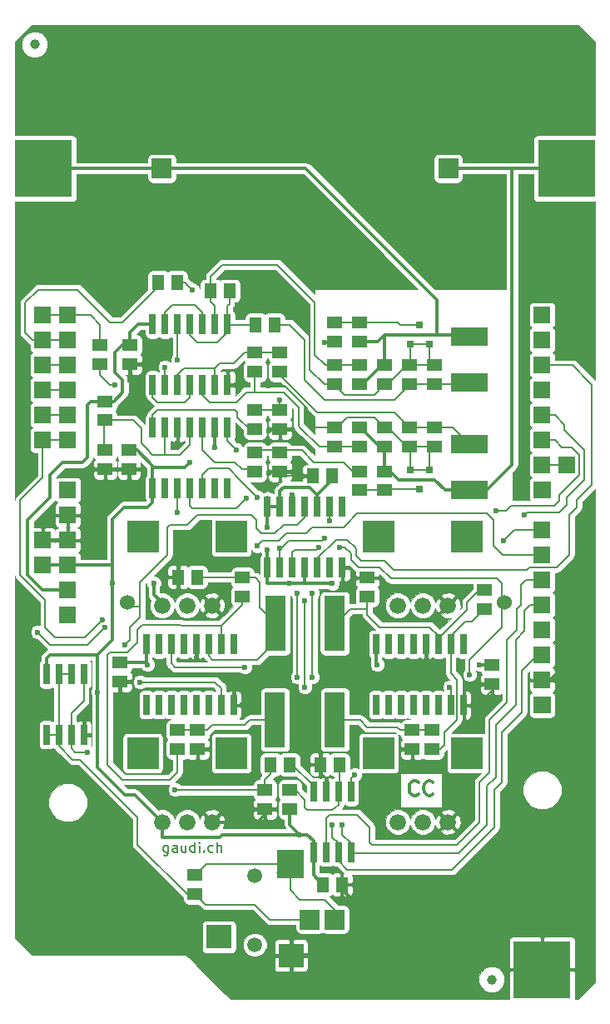
<source format=gbr>
G04 #@! TF.FileFunction,Copper,L1,Top,Signal*
%FSLAX46Y46*%
G04 Gerber Fmt 4.6, Leading zero omitted, Abs format (unit mm)*
G04 Created by KiCad (PCBNEW 4.1.0-alpha+201607190716+6983~46~ubuntu14.04.1-product) date Fri Sep 16 20:27:53 2016*
%MOMM*%
%LPD*%
G01*
G04 APERTURE LIST*
%ADD10C,0.100000*%
%ADD11C,0.150000*%
%ADD12C,0.300000*%
%ADD13R,0.660400X2.032000*%
%ADD14R,1.700000X1.700000*%
%ADD15R,3.810000X1.930400*%
%ADD16R,2.100580X5.600700*%
%ADD17R,5.842000X5.842000*%
%ADD18R,0.800100X0.800100*%
%ADD19R,1.500000X1.295400*%
%ADD20R,1.295400X1.500000*%
%ADD21R,2.000000X2.000000*%
%ADD22C,1.000000*%
%ADD23R,2.750000X2.900000*%
%ADD24R,2.550000X2.400000*%
%ADD25C,1.500000*%
%ADD26C,1.524000*%
%ADD27R,3.200000X3.200000*%
%ADD28C,1.676400*%
%ADD29C,0.600000*%
%ADD30C,0.800000*%
%ADD31C,0.204000*%
%ADD32C,0.500000*%
G04 APERTURE END LIST*
D10*
D11*
X76070000Y-146387714D02*
X76070000Y-147197238D01*
X76022380Y-147292476D01*
X75974761Y-147340095D01*
X75879523Y-147387714D01*
X75736666Y-147387714D01*
X75641428Y-147340095D01*
X76070000Y-147006761D02*
X75974761Y-147054380D01*
X75784285Y-147054380D01*
X75689047Y-147006761D01*
X75641428Y-146959142D01*
X75593809Y-146863904D01*
X75593809Y-146578190D01*
X75641428Y-146482952D01*
X75689047Y-146435333D01*
X75784285Y-146387714D01*
X75974761Y-146387714D01*
X76070000Y-146435333D01*
X76974761Y-147054380D02*
X76974761Y-146530571D01*
X76927142Y-146435333D01*
X76831904Y-146387714D01*
X76641428Y-146387714D01*
X76546190Y-146435333D01*
X76974761Y-147006761D02*
X76879523Y-147054380D01*
X76641428Y-147054380D01*
X76546190Y-147006761D01*
X76498571Y-146911523D01*
X76498571Y-146816285D01*
X76546190Y-146721047D01*
X76641428Y-146673428D01*
X76879523Y-146673428D01*
X76974761Y-146625809D01*
X77879523Y-146387714D02*
X77879523Y-147054380D01*
X77450952Y-146387714D02*
X77450952Y-146911523D01*
X77498571Y-147006761D01*
X77593809Y-147054380D01*
X77736666Y-147054380D01*
X77831904Y-147006761D01*
X77879523Y-146959142D01*
X78784285Y-147054380D02*
X78784285Y-146054380D01*
X78784285Y-147006761D02*
X78689047Y-147054380D01*
X78498571Y-147054380D01*
X78403333Y-147006761D01*
X78355714Y-146959142D01*
X78308095Y-146863904D01*
X78308095Y-146578190D01*
X78355714Y-146482952D01*
X78403333Y-146435333D01*
X78498571Y-146387714D01*
X78689047Y-146387714D01*
X78784285Y-146435333D01*
X79260476Y-147054380D02*
X79260476Y-146387714D01*
X79260476Y-146054380D02*
X79212857Y-146102000D01*
X79260476Y-146149619D01*
X79308095Y-146102000D01*
X79260476Y-146054380D01*
X79260476Y-146149619D01*
X79736666Y-146959142D02*
X79784285Y-147006761D01*
X79736666Y-147054380D01*
X79689047Y-147006761D01*
X79736666Y-146959142D01*
X79736666Y-147054380D01*
X80641428Y-147006761D02*
X80546190Y-147054380D01*
X80355714Y-147054380D01*
X80260476Y-147006761D01*
X80212857Y-146959142D01*
X80165238Y-146863904D01*
X80165238Y-146578190D01*
X80212857Y-146482952D01*
X80260476Y-146435333D01*
X80355714Y-146387714D01*
X80546190Y-146387714D01*
X80641428Y-146435333D01*
X81070000Y-147054380D02*
X81070000Y-146054380D01*
X81498571Y-147054380D02*
X81498571Y-146530571D01*
X81450952Y-146435333D01*
X81355714Y-146387714D01*
X81212857Y-146387714D01*
X81117619Y-146435333D01*
X81070000Y-146482952D01*
D12*
X101525285Y-141168714D02*
X101453857Y-141240142D01*
X101239571Y-141311571D01*
X101096714Y-141311571D01*
X100882428Y-141240142D01*
X100739571Y-141097285D01*
X100668142Y-140954428D01*
X100596714Y-140668714D01*
X100596714Y-140454428D01*
X100668142Y-140168714D01*
X100739571Y-140025857D01*
X100882428Y-139883000D01*
X101096714Y-139811571D01*
X101239571Y-139811571D01*
X101453857Y-139883000D01*
X101525285Y-139954428D01*
X103025285Y-141168714D02*
X102953857Y-141240142D01*
X102739571Y-141311571D01*
X102596714Y-141311571D01*
X102382428Y-141240142D01*
X102239571Y-141097285D01*
X102168142Y-140954428D01*
X102096714Y-140668714D01*
X102096714Y-140454428D01*
X102168142Y-140168714D01*
X102239571Y-140025857D01*
X102382428Y-139883000D01*
X102596714Y-139811571D01*
X102739571Y-139811571D01*
X102953857Y-139883000D01*
X103025285Y-139954428D01*
D13*
X74506000Y-99573400D03*
X75776000Y-99573400D03*
X77046000Y-99573400D03*
X78316000Y-99573400D03*
X79586000Y-99573400D03*
X80856000Y-99573400D03*
X82126000Y-99573400D03*
X82126000Y-93426600D03*
X80856000Y-93426600D03*
X78316000Y-93426600D03*
X77046000Y-93426600D03*
X75776000Y-93426600D03*
X74506000Y-93426600D03*
X79586000Y-93426600D03*
D14*
X65870000Y-117900000D03*
X65870000Y-122980000D03*
X65870000Y-120440000D03*
X65870000Y-115360000D03*
X65870000Y-112820000D03*
X65870000Y-110280000D03*
D15*
X106764000Y-99308000D03*
X106764000Y-94708000D03*
X106764000Y-105630000D03*
X106764000Y-110230000D03*
D16*
X87028000Y-123817000D03*
X86952000Y-133606860D03*
X93028000Y-123817000D03*
X93048000Y-133606860D03*
D17*
X63400000Y-77600000D03*
X116600000Y-77600000D03*
D18*
X100734000Y-95468760D03*
X102634000Y-95468760D03*
X101684000Y-93469780D03*
X102634000Y-108199240D03*
X100734000Y-108199240D03*
X101684000Y-110198220D03*
D19*
X95588000Y-108377000D03*
X95588000Y-110277000D03*
X69172000Y-97450000D03*
X69172000Y-95550000D03*
D20*
X76980000Y-89134000D03*
X75080000Y-89134000D03*
D19*
X72220000Y-95550000D03*
X72220000Y-97450000D03*
D20*
X91844000Y-150348000D03*
X93744000Y-150348000D03*
X92728000Y-108819000D03*
X90828000Y-108819000D03*
D19*
X109050000Y-128062000D03*
X109050000Y-129962000D03*
X71204000Y-127808000D03*
X71204000Y-129708000D03*
X72093000Y-106218000D03*
X72093000Y-108118000D03*
D20*
X88410000Y-138156000D03*
X86510000Y-138156000D03*
D19*
X88476000Y-140762000D03*
X88476000Y-142662000D03*
X69680000Y-103165000D03*
X69680000Y-101265000D03*
X85936000Y-140762000D03*
X85936000Y-142662000D03*
D20*
X93490000Y-138156000D03*
X91590000Y-138156000D03*
D19*
X69680000Y-106218000D03*
X69680000Y-108118000D03*
X100922000Y-134666000D03*
X100922000Y-136566000D03*
X96350000Y-121072000D03*
X96350000Y-119172000D03*
X79078000Y-134666000D03*
X79078000Y-136566000D03*
D20*
X79012000Y-119106000D03*
X77112000Y-119106000D03*
D19*
X87460000Y-106472000D03*
X87460000Y-108372000D03*
X98128000Y-108377000D03*
X98128000Y-110277000D03*
X98128000Y-105832000D03*
X98128000Y-103932000D03*
X93048000Y-105832000D03*
X93048000Y-103932000D03*
X95588000Y-103932000D03*
X95588000Y-105832000D03*
X100668000Y-103932000D03*
X100668000Y-105832000D03*
X87460000Y-102154000D03*
X87460000Y-104054000D03*
X95588000Y-95164000D03*
X95588000Y-93264000D03*
X98128000Y-97582000D03*
X98128000Y-99482000D03*
X93048000Y-97582000D03*
X93048000Y-99482000D03*
X95588000Y-99482000D03*
X95588000Y-97582000D03*
X100668000Y-99482000D03*
X100668000Y-97582000D03*
X102954000Y-134666000D03*
X102954000Y-136566000D03*
X108288000Y-122342000D03*
X108288000Y-120442000D03*
X77046000Y-134666000D03*
X77046000Y-136566000D03*
X83650000Y-121072000D03*
X83650000Y-119172000D03*
X84920000Y-106472000D03*
X84920000Y-108372000D03*
X87460000Y-98212000D03*
X87460000Y-96312000D03*
X84920000Y-96312000D03*
X84920000Y-98212000D03*
X84920000Y-102154000D03*
X84920000Y-104054000D03*
X93048000Y-95164000D03*
X93048000Y-93264000D03*
D20*
X82314000Y-90023000D03*
X80414000Y-90023000D03*
X86886000Y-93452000D03*
X84986000Y-93452000D03*
D19*
X78824000Y-151298000D03*
X78824000Y-149398000D03*
D13*
X74506000Y-110073400D03*
X75776000Y-110073400D03*
X77046000Y-110073400D03*
X78316000Y-110073400D03*
X79586000Y-110073400D03*
X80856000Y-110073400D03*
X82126000Y-110073400D03*
X82126000Y-103926600D03*
X80856000Y-103926600D03*
X78316000Y-103926600D03*
X77046000Y-103926600D03*
X75776000Y-103926600D03*
X74506000Y-103926600D03*
X79586000Y-103926600D03*
X86190000Y-118115400D03*
X87460000Y-118115400D03*
X88730000Y-118115400D03*
X90000000Y-118115400D03*
X91270000Y-118115400D03*
X92540000Y-118115400D03*
X93810000Y-118115400D03*
X93810000Y-111968600D03*
X92540000Y-111968600D03*
X90000000Y-111968600D03*
X88730000Y-111968600D03*
X87460000Y-111968600D03*
X86190000Y-111968600D03*
X91270000Y-111968600D03*
X82761000Y-132136200D03*
X82761000Y-125938600D03*
X73871000Y-132085400D03*
X75141000Y-132085400D03*
X76411000Y-132085400D03*
X77681000Y-132085400D03*
X78951000Y-132085400D03*
X80221000Y-132085400D03*
X81491000Y-132085400D03*
X81491000Y-125938600D03*
X80221000Y-125938600D03*
X77681000Y-125938600D03*
X76411000Y-125938600D03*
X75141000Y-125938600D03*
X73871000Y-125938600D03*
X78951000Y-125938600D03*
X106129000Y-132136200D03*
X106129000Y-125938600D03*
X97239000Y-132085400D03*
X98509000Y-132085400D03*
X99779000Y-132085400D03*
X101049000Y-132085400D03*
X102319000Y-132085400D03*
X103589000Y-132085400D03*
X104859000Y-132085400D03*
X104859000Y-125938600D03*
X103589000Y-125938600D03*
X101049000Y-125938600D03*
X99779000Y-125938600D03*
X98509000Y-125938600D03*
X97239000Y-125938600D03*
X102319000Y-125938600D03*
X94699000Y-140924600D03*
X93429000Y-140924600D03*
X92159000Y-140924600D03*
X90889000Y-140924600D03*
X90889000Y-147071400D03*
X92159000Y-147071400D03*
X93429000Y-147071400D03*
X94699000Y-147071400D03*
X67521000Y-128986600D03*
X66251000Y-128986600D03*
X64981000Y-128986600D03*
X63711000Y-128986600D03*
X63711000Y-135133400D03*
X64981000Y-135133400D03*
X66251000Y-135133400D03*
X67521000Y-135133400D03*
D21*
X104570000Y-77600000D03*
D22*
X104570000Y-77600000D03*
D21*
X75430000Y-77600000D03*
D22*
X75430000Y-77600000D03*
D21*
X90508000Y-153904000D03*
D22*
X90508000Y-153904000D03*
D21*
X93048000Y-153904000D03*
D22*
X93048000Y-153904000D03*
D14*
X114130000Y-100120000D03*
X114130000Y-105200000D03*
X114130000Y-102660000D03*
X114130000Y-107740000D03*
D10*
G36*
X114980000Y-111130000D02*
X113280000Y-111130000D01*
X113280000Y-109430000D01*
X114980000Y-109430000D01*
X114980000Y-111130000D01*
X114980000Y-111130000D01*
G37*
D14*
X114130000Y-97580000D03*
X114130000Y-95040000D03*
X114130000Y-92500000D03*
X114130000Y-121964000D03*
X114130000Y-127044000D03*
X114130000Y-124504000D03*
X114130000Y-129584000D03*
D10*
G36*
X114980000Y-132974000D02*
X113280000Y-132974000D01*
X113280000Y-131274000D01*
X114980000Y-131274000D01*
X114980000Y-132974000D01*
X114980000Y-132974000D01*
G37*
D14*
X114130000Y-119424000D03*
X114130000Y-116884000D03*
X114130000Y-114344000D03*
X65870000Y-100120000D03*
X65870000Y-105200000D03*
X65870000Y-102660000D03*
X65870000Y-97580000D03*
X65870000Y-95040000D03*
X65870000Y-92500000D03*
D19*
X103208000Y-103932000D03*
X103208000Y-105832000D03*
X103208000Y-99482000D03*
X103208000Y-97582000D03*
D17*
X114130000Y-159000000D03*
D14*
X116670000Y-107740000D03*
X63330000Y-117900000D03*
X63330000Y-115360000D03*
X63330000Y-100120000D03*
X63330000Y-105200000D03*
X63330000Y-102660000D03*
X63330000Y-97580000D03*
X63330000Y-95040000D03*
X63330000Y-92500000D03*
D23*
X88495000Y-148280000D03*
D24*
X88595000Y-157580000D03*
X81245000Y-155680000D03*
D25*
X84920000Y-156480000D03*
X84920000Y-149480000D03*
D22*
X62500000Y-65000000D03*
X109000000Y-160000000D03*
D26*
X71966000Y-121710000D03*
X110320000Y-121710000D03*
D27*
X82500000Y-115000000D03*
X73500000Y-115000000D03*
D28*
X75460000Y-122000000D03*
X78000000Y-122000000D03*
X80540000Y-122000000D03*
D27*
X106500000Y-115000000D03*
X97500000Y-115000000D03*
D28*
X99460000Y-122000000D03*
X102000000Y-122000000D03*
X104540000Y-122000000D03*
D27*
X106500000Y-137000000D03*
X97500000Y-137000000D03*
D28*
X99460000Y-144000000D03*
X102000000Y-144000000D03*
X104540000Y-144000000D03*
D27*
X82500000Y-137000000D03*
X73500000Y-137000000D03*
D28*
X75460000Y-144000000D03*
X78000000Y-144000000D03*
X80540000Y-144000000D03*
D29*
X92032000Y-95230000D03*
X87460000Y-101072000D03*
D30*
X116162000Y-123234000D03*
X113368000Y-84880000D03*
X91270000Y-81832000D03*
D29*
X72220000Y-99104000D03*
X71204000Y-131870000D03*
X67394000Y-133394000D03*
D30*
X96350000Y-81832000D03*
D29*
X78951000Y-127361000D03*
X108034000Y-131679000D03*
X86190000Y-91801000D03*
X86317000Y-99675000D03*
X86317000Y-104247000D03*
X86317000Y-108565000D03*
X77046000Y-105517000D03*
X83015000Y-99548000D03*
X83650000Y-132060000D03*
X79078000Y-138664000D03*
X89492000Y-145268000D03*
X92794000Y-119741000D03*
X86190000Y-114026000D03*
X86190000Y-116312000D03*
X74633000Y-119741000D03*
X88476000Y-119741000D03*
X70442000Y-119741000D03*
X78316000Y-107422000D03*
X80856000Y-105898000D03*
X73998000Y-127996000D03*
X68918000Y-130790000D03*
X107780000Y-127996000D03*
X97366000Y-127996000D03*
X71712000Y-125964000D03*
X73236000Y-129774000D03*
X106764000Y-129012000D03*
X104732000Y-130282000D03*
X93556000Y-116058000D03*
X91397000Y-116058000D03*
X77046000Y-97072000D03*
X109431000Y-112375000D03*
X88730000Y-110724000D03*
X112352000Y-112756000D03*
X92032000Y-115169000D03*
X75776000Y-97770000D03*
X87460000Y-116185000D03*
X110193000Y-115423000D03*
X92540000Y-113391000D03*
X83015000Y-106152000D03*
X95080000Y-139172000D03*
X90762000Y-120757000D03*
X90762000Y-129266000D03*
X85174000Y-110978000D03*
X93810000Y-144252000D03*
X90000000Y-130282000D03*
X90000000Y-121519000D03*
X84031000Y-111105000D03*
X89238000Y-120757000D03*
X89238000Y-129266000D03*
X92794000Y-144252000D03*
X77046000Y-112502000D03*
X85174000Y-115931000D03*
X67902000Y-136886000D03*
X76792000Y-140696000D03*
X78570000Y-89960000D03*
X70696000Y-99612000D03*
X69426000Y-123424000D03*
X69680000Y-124186000D03*
X62822000Y-124694000D03*
X83904000Y-128250000D03*
D31*
X79586000Y-93426600D02*
X79586000Y-92182000D01*
X75776000Y-92182000D02*
X75776000Y-93426600D01*
X76538000Y-91420000D02*
X75776000Y-92182000D01*
X78824000Y-91420000D02*
X76538000Y-91420000D01*
X79586000Y-92182000D02*
X78824000Y-91420000D01*
D12*
X103462000Y-91674000D02*
X103462000Y-90976000D01*
X103462000Y-94468000D02*
X103462000Y-91674000D01*
X89388000Y-77600000D02*
X75430000Y-77600000D01*
X90086000Y-77600000D02*
X89388000Y-77600000D01*
X103462000Y-90976000D02*
X90086000Y-77600000D01*
X63400000Y-77600000D02*
X75430000Y-77600000D01*
X98128000Y-94468000D02*
X103462000Y-94468000D01*
X103462000Y-94468000D02*
X106524000Y-94468000D01*
X106524000Y-94468000D02*
X106764000Y-94708000D01*
X98128000Y-97582000D02*
X98128000Y-94468000D01*
X97432000Y-95164000D02*
X95588000Y-95164000D01*
X98128000Y-94468000D02*
X97432000Y-95164000D01*
X98128000Y-97582000D02*
X97808000Y-97582000D01*
X97808000Y-97582000D02*
X95908000Y-99482000D01*
X95908000Y-99482000D02*
X95588000Y-99482000D01*
D31*
X90000000Y-96246000D02*
X90000000Y-94976000D01*
X92032000Y-101072000D02*
X90000000Y-99040000D01*
X90000000Y-99040000D02*
X90000000Y-96246000D01*
X100668000Y-99548000D02*
X99144000Y-101072000D01*
X99144000Y-101072000D02*
X92286000Y-101072000D01*
X92286000Y-101072000D02*
X92032000Y-101072000D01*
X88476000Y-93452000D02*
X86886000Y-93452000D01*
X90000000Y-94976000D02*
X88476000Y-93452000D01*
X100668000Y-99482000D02*
X100668000Y-99548000D01*
X103208000Y-99482000D02*
X107098000Y-99482000D01*
X107098000Y-99482000D02*
X107272000Y-99308000D01*
X100668000Y-99482000D02*
X103208000Y-99482000D01*
X107272000Y-99308000D02*
X106750000Y-99308000D01*
X107272000Y-99308000D02*
X107272000Y-99294000D01*
X93048000Y-95164000D02*
X92098000Y-95164000D01*
X87460000Y-101072000D02*
X87460000Y-102154000D01*
X87460000Y-102154000D02*
X84920000Y-102154000D01*
D12*
X70696000Y-96246000D02*
X70696000Y-98342000D01*
X71392000Y-95550000D02*
X70696000Y-96246000D01*
X72220000Y-95550000D02*
X71392000Y-95550000D01*
X70567000Y-101265000D02*
X69680000Y-101265000D01*
X71458000Y-100374000D02*
X70567000Y-101265000D01*
X71458000Y-99104000D02*
X71458000Y-100374000D01*
X70696000Y-98342000D02*
X71458000Y-99104000D01*
X64918000Y-120440000D02*
X63330000Y-120440000D01*
X63330000Y-120440000D02*
X61806000Y-118916000D01*
X61806000Y-118916000D02*
X61806000Y-113328000D01*
X61806000Y-113328000D02*
X64092000Y-111042000D01*
X64092000Y-111042000D02*
X64092000Y-108692000D01*
X64918000Y-120440000D02*
X65870000Y-120440000D01*
X69680000Y-101265000D02*
X68217000Y-101265000D01*
X67902000Y-101580000D02*
X68217000Y-101265000D01*
X67902000Y-106914000D02*
X67902000Y-101580000D01*
X67394000Y-107422000D02*
X67902000Y-106914000D01*
X65362000Y-107422000D02*
X67394000Y-107422000D01*
X64092000Y-108692000D02*
X65362000Y-107422000D01*
X74506000Y-93426600D02*
X73007400Y-93426600D01*
X72220000Y-94214000D02*
X72220000Y-95550000D01*
X73007400Y-93426600D02*
X72220000Y-94214000D01*
D32*
X114130000Y-129584000D02*
X115146000Y-129584000D01*
X116162000Y-128568000D02*
X116162000Y-123234000D01*
X115146000Y-129584000D02*
X116162000Y-128568000D01*
D12*
X72220000Y-97450000D02*
X72220000Y-99104000D01*
X71204000Y-129708000D02*
X71204000Y-131870000D01*
X67521000Y-135133400D02*
X67521000Y-133521000D01*
X67521000Y-133521000D02*
X67394000Y-133394000D01*
X95080000Y-155936000D02*
X93556000Y-157460000D01*
X93744000Y-150790000D02*
X95080000Y-152126000D01*
X95080000Y-152126000D02*
X95080000Y-155936000D01*
D32*
X92674000Y-157580000D02*
X92794000Y-157460000D01*
X92674000Y-157580000D02*
X88595000Y-157580000D01*
D12*
X93556000Y-157460000D02*
X92794000Y-157460000D01*
X93744000Y-150348000D02*
X93744000Y-150790000D01*
X85936000Y-142662000D02*
X85936000Y-143236000D01*
X85936000Y-143236000D02*
X85172000Y-144000000D01*
X85172000Y-144000000D02*
X80540000Y-144000000D01*
X63330000Y-115360000D02*
X65870000Y-115360000D01*
D31*
X78951000Y-125938600D02*
X78951000Y-127361000D01*
X109050000Y-129962000D02*
X109050000Y-130663000D01*
X109050000Y-130663000D02*
X108034000Y-131679000D01*
X90828000Y-108819000D02*
X87907000Y-108819000D01*
X87907000Y-108819000D02*
X87460000Y-108372000D01*
X90508000Y-98024000D02*
X91966000Y-99482000D01*
X93048000Y-99482000D02*
X91966000Y-99482000D01*
X90508000Y-98024000D02*
X90508000Y-93706000D01*
X90508000Y-93706000D02*
X88603000Y-91801000D01*
X88603000Y-91801000D02*
X86190000Y-91801000D01*
X90254000Y-103231000D02*
X90254000Y-101961000D01*
X90955000Y-103932000D02*
X90254000Y-103231000D01*
X93048000Y-103932000D02*
X90955000Y-103932000D01*
X87968000Y-99675000D02*
X86317000Y-99675000D01*
X90254000Y-101961000D02*
X87968000Y-99675000D01*
X87460000Y-104054000D02*
X86510000Y-104054000D01*
X86510000Y-104054000D02*
X86317000Y-104247000D01*
X87460000Y-108372000D02*
X86510000Y-108372000D01*
X86510000Y-108372000D02*
X86317000Y-108565000D01*
X77046000Y-103926600D02*
X77046000Y-105517000D01*
X82126000Y-99573400D02*
X82989600Y-99573400D01*
X82989600Y-99573400D02*
X83015000Y-99548000D01*
X82761000Y-132136200D02*
X83573800Y-132136200D01*
X83573800Y-132136200D02*
X83650000Y-132060000D01*
X79078000Y-136566000D02*
X79078000Y-138664000D01*
X92159000Y-140924600D02*
X92159000Y-139553000D01*
X91590000Y-138984000D02*
X91590000Y-138156000D01*
X92159000Y-139553000D02*
X91590000Y-138984000D01*
X65870000Y-115360000D02*
X65870000Y-112820000D01*
X93048000Y-103932000D02*
X93236000Y-103932000D01*
X93236000Y-103932000D02*
X94318000Y-102850000D01*
X97046000Y-102850000D02*
X98128000Y-103932000D01*
X94318000Y-102850000D02*
X97046000Y-102850000D01*
X93048000Y-99482000D02*
X93048000Y-99548000D01*
X93048000Y-99548000D02*
X94064000Y-100564000D01*
X97046000Y-100564000D02*
X98128000Y-99482000D01*
X94064000Y-100564000D02*
X97046000Y-100564000D01*
X98128000Y-103932000D02*
X98448000Y-103932000D01*
X98448000Y-103932000D02*
X100348000Y-105832000D01*
X100348000Y-105832000D02*
X100668000Y-105832000D01*
X93048000Y-103932000D02*
X93048000Y-103866000D01*
X100734000Y-108199240D02*
X102634000Y-108199240D01*
X100734000Y-108199240D02*
X100734000Y-105898000D01*
X100734000Y-105898000D02*
X100668000Y-105832000D01*
X102634000Y-108199240D02*
X102634000Y-106406000D01*
X102634000Y-106406000D02*
X103208000Y-105832000D01*
X98128000Y-99482000D02*
X98128000Y-99548000D01*
X98128000Y-99482000D02*
X98448000Y-99482000D01*
X98448000Y-99482000D02*
X100348000Y-97582000D01*
X100348000Y-97582000D02*
X100668000Y-97582000D01*
X102634000Y-95468760D02*
X102634000Y-97008000D01*
X102634000Y-97008000D02*
X103208000Y-97582000D01*
X100734000Y-95468760D02*
X100734000Y-97516000D01*
X100734000Y-97516000D02*
X100668000Y-97582000D01*
X103208000Y-97582000D02*
X100668000Y-97582000D01*
X103208000Y-105832000D02*
X100668000Y-105832000D01*
X102634000Y-95468760D02*
X100734000Y-95468760D01*
X114384000Y-129774000D02*
X113622000Y-129774000D01*
X89365000Y-101834000D02*
X89365000Y-103739000D01*
X89365000Y-101834000D02*
X87841000Y-100310000D01*
X84920000Y-100310000D02*
X87841000Y-100310000D01*
X91458000Y-105832000D02*
X93048000Y-105832000D01*
X91458000Y-105832000D02*
X89492000Y-103866000D01*
X89365000Y-103739000D02*
X89492000Y-103866000D01*
X84920000Y-98212000D02*
X84920000Y-100310000D01*
X80348000Y-101326000D02*
X79586000Y-100564000D01*
X82888000Y-101326000D02*
X80348000Y-101326000D01*
X83015000Y-101326000D02*
X82888000Y-101326000D01*
X84031000Y-100310000D02*
X83015000Y-101326000D01*
X84920000Y-100310000D02*
X84031000Y-100310000D01*
X79586000Y-99573400D02*
X79586000Y-100564000D01*
X95588000Y-105832000D02*
X93048000Y-105832000D01*
X82126000Y-93426600D02*
X82126000Y-91547000D01*
X82314000Y-91359000D02*
X82314000Y-90023000D01*
X82126000Y-91547000D02*
X82314000Y-91359000D01*
X84986000Y-93452000D02*
X82151400Y-93452000D01*
X82151400Y-93452000D02*
X82126000Y-93426600D01*
X82126000Y-93426600D02*
X82126000Y-94214000D01*
X82126000Y-94214000D02*
X81110000Y-95230000D01*
X78316000Y-94468000D02*
X78316000Y-93426600D01*
X79078000Y-95230000D02*
X78316000Y-94468000D01*
X81110000Y-95230000D02*
X79078000Y-95230000D01*
X82126000Y-89576000D02*
X82314000Y-89388000D01*
X79586000Y-105136000D02*
X79586000Y-106152000D01*
X79586000Y-103926600D02*
X79586000Y-105136000D01*
X83584000Y-108118000D02*
X84920000Y-108118000D01*
X82888000Y-107422000D02*
X83584000Y-108118000D01*
X80856000Y-107422000D02*
X82888000Y-107422000D01*
X79586000Y-106152000D02*
X80856000Y-107422000D01*
X95588000Y-108377000D02*
X94892000Y-108377000D01*
X94892000Y-108377000D02*
X93937000Y-107422000D01*
X93937000Y-107422000D02*
X90889000Y-107422000D01*
X90889000Y-107422000D02*
X89685000Y-106218000D01*
X89685000Y-106218000D02*
X88796000Y-106218000D01*
X87460000Y-106218000D02*
X84920000Y-106218000D01*
X88796000Y-106218000D02*
X87460000Y-106218000D01*
X73490000Y-123932000D02*
X77300000Y-123932000D01*
X72982000Y-124440000D02*
X73490000Y-123932000D01*
X69934000Y-126980000D02*
X70188000Y-126726000D01*
X70188000Y-126726000D02*
X71966000Y-126726000D01*
X71966000Y-126726000D02*
X72982000Y-125710000D01*
X72982000Y-125710000D02*
X72982000Y-124694000D01*
X69934000Y-132568000D02*
X69934000Y-126980000D01*
X72982000Y-124694000D02*
X72982000Y-124440000D01*
X77427000Y-124059000D02*
X81491000Y-124059000D01*
X77300000Y-123932000D02*
X77427000Y-124059000D01*
X76792000Y-139172000D02*
X77046000Y-138918000D01*
X69934000Y-138156000D02*
X71458000Y-139680000D01*
X71458000Y-139680000D02*
X76284000Y-139680000D01*
X76792000Y-139172000D02*
X76284000Y-139680000D01*
X69934000Y-132568000D02*
X69934000Y-138156000D01*
X77046000Y-138918000D02*
X77046000Y-136566000D01*
X83650000Y-121072000D02*
X83650000Y-121900000D01*
X81872000Y-123678000D02*
X81491000Y-124059000D01*
X83650000Y-121900000D02*
X81872000Y-123678000D01*
X69934000Y-132695000D02*
X69934000Y-132568000D01*
X81491000Y-124059000D02*
X81491000Y-125837000D01*
X83650000Y-119172000D02*
X84986000Y-119172000D01*
X85428000Y-122217000D02*
X87028000Y-123817000D01*
X85428000Y-119614000D02*
X85428000Y-122217000D01*
X84986000Y-119172000D02*
X85428000Y-119614000D01*
X83584000Y-119106000D02*
X79012000Y-119106000D01*
X83584000Y-119106000D02*
X83650000Y-119172000D01*
X87000000Y-124960000D02*
X87000000Y-125662000D01*
X87000000Y-125662000D02*
X85174000Y-127488000D01*
X80221000Y-127107000D02*
X80221000Y-125837000D01*
X80602000Y-127488000D02*
X80221000Y-127107000D01*
X85174000Y-127488000D02*
X80602000Y-127488000D01*
X80221000Y-125837000D02*
X80221000Y-125583000D01*
X87000000Y-124960000D02*
X86456000Y-124960000D01*
X83904000Y-134092000D02*
X80602000Y-134092000D01*
X84389140Y-133606860D02*
X83904000Y-134092000D01*
X87206000Y-133606860D02*
X84389140Y-133606860D01*
X80028000Y-134666000D02*
X79078000Y-134666000D01*
X80602000Y-134092000D02*
X80028000Y-134666000D01*
X76792000Y-134666000D02*
X79332000Y-134666000D01*
X86840140Y-134666000D02*
X86924000Y-134749860D01*
X76538000Y-134666000D02*
X79078000Y-134666000D01*
X102954000Y-136566000D02*
X103782000Y-136566000D01*
X105494000Y-129520000D02*
X105494000Y-133584000D01*
X104478000Y-134600000D02*
X105494000Y-133584000D01*
X104859000Y-128885000D02*
X104859000Y-125837000D01*
X105494000Y-129520000D02*
X104859000Y-128885000D01*
X104224000Y-134854000D02*
X104478000Y-134600000D01*
X104224000Y-136124000D02*
X104224000Y-134854000D01*
X103782000Y-136566000D02*
X104224000Y-136124000D01*
X106322000Y-123612000D02*
X107018000Y-123612000D01*
X107018000Y-123612000D02*
X108288000Y-122342000D01*
X104859000Y-125837000D02*
X104859000Y-125075000D01*
X104859000Y-125075000D02*
X106322000Y-123612000D01*
X96350000Y-122276000D02*
X96350000Y-122916000D01*
X96350000Y-122916000D02*
X97620000Y-124186000D01*
X97620000Y-124186000D02*
X102700000Y-124186000D01*
X102700000Y-124186000D02*
X103589000Y-125075000D01*
X94638000Y-122342000D02*
X96284000Y-122342000D01*
X93000000Y-123980000D02*
X94638000Y-122342000D01*
X96350000Y-122276000D02*
X96350000Y-121072000D01*
X96284000Y-122342000D02*
X96350000Y-122276000D01*
X108288000Y-120442000D02*
X107714000Y-120442000D01*
X107714000Y-120442000D02*
X106510000Y-121646000D01*
X106510000Y-121646000D02*
X106510000Y-122408000D01*
X106510000Y-122408000D02*
X103589000Y-125329000D01*
X103589000Y-125075000D02*
X103589000Y-125837000D01*
X93000000Y-124960000D02*
X93000000Y-123980000D01*
X103589000Y-125837000D02*
X103589000Y-125329000D01*
X93000000Y-124960000D02*
X93036000Y-124960000D01*
X93048000Y-133606860D02*
X95610860Y-133606860D01*
X99718000Y-134666000D02*
X100922000Y-134666000D01*
X99398000Y-134346000D02*
X99718000Y-134666000D01*
X96350000Y-134346000D02*
X99398000Y-134346000D01*
X95610860Y-133606860D02*
X96350000Y-134346000D01*
X100576000Y-134666000D02*
X103208000Y-134666000D01*
X93533140Y-134092000D02*
X93048000Y-133606860D01*
X93103860Y-134666000D02*
X93020000Y-134749860D01*
D12*
X71712000Y-141204000D02*
X72664000Y-141204000D01*
X68918000Y-138410000D02*
X71712000Y-141204000D01*
X68918000Y-130790000D02*
X68918000Y-138410000D01*
X72664000Y-141204000D02*
X75460000Y-144000000D01*
X89492000Y-145268000D02*
X82888000Y-145268000D01*
X78128000Y-145522000D02*
X75460000Y-145522000D01*
X81618000Y-145268000D02*
X81364000Y-145522000D01*
X81364000Y-145522000D02*
X78128000Y-145522000D01*
X81618000Y-145268000D02*
X82888000Y-145268000D01*
X75460000Y-145526000D02*
X75460000Y-144000000D01*
X75460000Y-145522000D02*
X75460000Y-145526000D01*
X90889000Y-147071400D02*
X90889000Y-149393000D01*
X90889000Y-149393000D02*
X91844000Y-150348000D01*
X88476000Y-142662000D02*
X88476000Y-144252000D01*
X88476000Y-144252000D02*
X89492000Y-145268000D01*
X68918000Y-126980000D02*
X64092000Y-126980000D01*
X63711000Y-127361000D02*
X63711000Y-128986600D01*
X64092000Y-126980000D02*
X63711000Y-127361000D01*
X63330000Y-117900000D02*
X65870000Y-117900000D01*
X90508000Y-109962000D02*
X87841000Y-109962000D01*
X90000000Y-119741000D02*
X92794000Y-119741000D01*
X92728000Y-108819000D02*
X92728000Y-109266000D01*
X92728000Y-109266000D02*
X91270000Y-110724000D01*
X70379000Y-117900000D02*
X70379000Y-113200000D01*
X71585000Y-111994000D02*
X73998000Y-111994000D01*
X73998000Y-111994000D02*
X74506000Y-111486000D01*
X74506000Y-111486000D02*
X74506000Y-110073400D01*
X70379000Y-113200000D02*
X71585000Y-111994000D01*
X68728000Y-117900000D02*
X70379000Y-117900000D01*
X68664000Y-117900000D02*
X68347000Y-117900000D01*
X68728000Y-117900000D02*
X68664000Y-117900000D01*
X65870000Y-117900000D02*
X68347000Y-117900000D01*
X70442000Y-117963000D02*
X70442000Y-119741000D01*
X70379000Y-117900000D02*
X70442000Y-117963000D01*
X86190000Y-118115400D02*
X86190000Y-116312000D01*
X86190000Y-114026000D02*
X86190000Y-111968600D01*
X75460000Y-122000000D02*
X75460000Y-121711000D01*
X75460000Y-121711000D02*
X74633000Y-120884000D01*
X74633000Y-120884000D02*
X74633000Y-119741000D01*
X70442000Y-119741000D02*
X70442000Y-119614000D01*
X70442000Y-120376000D02*
X70442000Y-119995000D01*
X70442000Y-125456000D02*
X68918000Y-126980000D01*
X68918000Y-126980000D02*
X68918000Y-129774000D01*
X70442000Y-120884000D02*
X70442000Y-121138000D01*
X70442000Y-120884000D02*
X70442000Y-120376000D01*
X68918000Y-130790000D02*
X68918000Y-129774000D01*
X70442000Y-121138000D02*
X70442000Y-125456000D01*
X70442000Y-119741000D02*
X70442000Y-119995000D01*
X80856000Y-103926600D02*
X80856000Y-105898000D01*
X77808000Y-107930000D02*
X74506000Y-107930000D01*
X78316000Y-107422000D02*
X77808000Y-107930000D01*
X90889000Y-147071400D02*
X90889000Y-145903000D01*
X90889000Y-145903000D02*
X90254000Y-145268000D01*
X90254000Y-145268000D02*
X89492000Y-145268000D01*
X72093000Y-106218000D02*
X72921000Y-106218000D01*
X74506000Y-107803000D02*
X74506000Y-107930000D01*
X74506000Y-107930000D02*
X74506000Y-110073400D01*
X72921000Y-106218000D02*
X74506000Y-107803000D01*
X91270000Y-111968600D02*
X91270000Y-110724000D01*
X87460000Y-110343000D02*
X87460000Y-111968600D01*
X87841000Y-109962000D02*
X87460000Y-110343000D01*
X91270000Y-110724000D02*
X90508000Y-109962000D01*
X90000000Y-119741000D02*
X88476000Y-119741000D01*
X90000000Y-117742000D02*
X90000000Y-119741000D01*
X86190000Y-117742000D02*
X86190000Y-119741000D01*
X86190000Y-119741000D02*
X88476000Y-119741000D01*
X87460000Y-111968600D02*
X87460000Y-110978000D01*
X91270000Y-110978000D02*
X91270000Y-111968600D01*
X87460000Y-111968600D02*
X86190000Y-111968600D01*
X71204000Y-127808000D02*
X73810000Y-127808000D01*
X73810000Y-127808000D02*
X73998000Y-127996000D01*
X73871000Y-125837000D02*
X73871000Y-127869000D01*
X73871000Y-127869000D02*
X73998000Y-127996000D01*
X91270000Y-112342000D02*
X91270000Y-111232000D01*
X107846000Y-128062000D02*
X109050000Y-128062000D01*
X107780000Y-127996000D02*
X107846000Y-128062000D01*
X90889000Y-146665000D02*
X90889000Y-147173000D01*
X86190000Y-110978000D02*
X86190000Y-112342000D01*
X97239000Y-127869000D02*
X97239000Y-125837000D01*
X97366000Y-127996000D02*
X97239000Y-127869000D01*
X73998000Y-127996000D02*
X73871000Y-127869000D01*
D31*
X73236000Y-122091000D02*
X72347000Y-122091000D01*
X72347000Y-122091000D02*
X71966000Y-121710000D01*
X89238000Y-113772000D02*
X87841000Y-113772000D01*
X90000000Y-112342000D02*
X90000000Y-113010000D01*
X90000000Y-113010000D02*
X89238000Y-113772000D01*
X85047000Y-113264000D02*
X84539000Y-112756000D01*
X85047000Y-114153000D02*
X85047000Y-113264000D01*
X85555000Y-114661000D02*
X85047000Y-114153000D01*
X86952000Y-114661000D02*
X85555000Y-114661000D01*
X87841000Y-113772000D02*
X86952000Y-114661000D01*
X80094000Y-112756000D02*
X79078000Y-112756000D01*
X73236000Y-119614000D02*
X73236000Y-122091000D01*
X73236000Y-122091000D02*
X73236000Y-123170000D01*
X73236000Y-123170000D02*
X72220000Y-124186000D01*
X72220000Y-124186000D02*
X72220000Y-125456000D01*
X72220000Y-125456000D02*
X71712000Y-125964000D01*
X73236000Y-129774000D02*
X80856000Y-129774000D01*
X80856000Y-129774000D02*
X81491000Y-130409000D01*
X81491000Y-130409000D02*
X81491000Y-132187000D01*
X84539000Y-112756000D02*
X80094000Y-112756000D01*
X76030000Y-116820000D02*
X73236000Y-119614000D01*
X76030000Y-114026000D02*
X76030000Y-116820000D01*
X76284000Y-113772000D02*
X76030000Y-114026000D01*
X78062000Y-113772000D02*
X76284000Y-113772000D01*
X79078000Y-112756000D02*
X78062000Y-113772000D01*
X90000000Y-112342000D02*
X90000000Y-112756000D01*
X81491000Y-132187000D02*
X81491000Y-131469000D01*
X110066000Y-122726000D02*
X110066000Y-121964000D01*
X110066000Y-121964000D02*
X110320000Y-121710000D01*
X95080000Y-117709000D02*
X94699000Y-117328000D01*
X95080000Y-117709000D02*
X95461000Y-118090000D01*
X95461000Y-118090000D02*
X97620000Y-118090000D01*
X97620000Y-118090000D02*
X98763000Y-119233000D01*
X98763000Y-119233000D02*
X109558000Y-119233000D01*
X109558000Y-119233000D02*
X109939000Y-119614000D01*
X109939000Y-119614000D02*
X110066000Y-119741000D01*
X110066000Y-119741000D02*
X110066000Y-122726000D01*
X110066000Y-122726000D02*
X110066000Y-124186000D01*
X104859000Y-130409000D02*
X104732000Y-130282000D01*
X104859000Y-132187000D02*
X104859000Y-130409000D01*
X106764000Y-127488000D02*
X106764000Y-129012000D01*
X110066000Y-124186000D02*
X106764000Y-127488000D01*
X94064000Y-116058000D02*
X93556000Y-116058000D01*
X94699000Y-116693000D02*
X94064000Y-116058000D01*
X94699000Y-117328000D02*
X94699000Y-116693000D01*
X90254000Y-116312000D02*
X91143000Y-116312000D01*
X88730000Y-116566000D02*
X88984000Y-116312000D01*
X88984000Y-116312000D02*
X90254000Y-116312000D01*
X88730000Y-117742000D02*
X88730000Y-116566000D01*
X93556000Y-116058000D02*
X93683000Y-116185000D01*
X91143000Y-116312000D02*
X91397000Y-116058000D01*
X114130000Y-107740000D02*
X116670000Y-107740000D01*
X77046000Y-94532000D02*
X77046000Y-97072000D01*
X115908000Y-111359000D02*
X115908000Y-110724000D01*
X116162000Y-105898000D02*
X115464000Y-105200000D01*
X114130000Y-105200000D02*
X115464000Y-105200000D01*
X115400000Y-111867000D02*
X111844000Y-111867000D01*
X115908000Y-111359000D02*
X115400000Y-111867000D01*
X111844000Y-111867000D02*
X111717000Y-111867000D01*
X117178000Y-105898000D02*
X116416000Y-105898000D01*
X117940000Y-106660000D02*
X117178000Y-105898000D01*
X117940000Y-108692000D02*
X117940000Y-106660000D01*
X117432000Y-109200000D02*
X117940000Y-108692000D01*
X116416000Y-105898000D02*
X116162000Y-105898000D01*
X115908000Y-110724000D02*
X117432000Y-109200000D01*
X109431000Y-112375000D02*
X110447000Y-112375000D01*
X110447000Y-112375000D02*
X110955000Y-111867000D01*
X110955000Y-111867000D02*
X111717000Y-111867000D01*
X77046000Y-93426600D02*
X77046000Y-94532000D01*
X77046000Y-94532000D02*
X77046000Y-94595000D01*
X111717000Y-111867000D02*
X111336000Y-111867000D01*
X88730000Y-110724000D02*
X88730000Y-111968600D01*
X118448000Y-109200000D02*
X118448000Y-106152000D01*
X115908000Y-112502000D02*
X116670000Y-111740000D01*
X116670000Y-111740000D02*
X116670000Y-110978000D01*
X116670000Y-110978000D02*
X118448000Y-109200000D01*
X112352000Y-112756000D02*
X112606000Y-112502000D01*
X91524000Y-115423000D02*
X91778000Y-115423000D01*
X87587000Y-116185000D02*
X88349000Y-115423000D01*
X88349000Y-115423000D02*
X91524000Y-115423000D01*
X87460000Y-116185000D02*
X87587000Y-116185000D01*
X91778000Y-115423000D02*
X92032000Y-115169000D01*
X112606000Y-112502000D02*
X115654000Y-112502000D01*
X115654000Y-112502000D02*
X115908000Y-112502000D01*
X115464000Y-102660000D02*
X114130000Y-102660000D01*
X116416000Y-103612000D02*
X115464000Y-102660000D01*
X116416000Y-104120000D02*
X116416000Y-103612000D01*
X118448000Y-106152000D02*
X116416000Y-104120000D01*
X75776000Y-99573400D02*
X75776000Y-97770000D01*
X87460000Y-116185000D02*
X87460000Y-118115400D01*
X114130000Y-114344000D02*
X111272000Y-114344000D01*
X111272000Y-114344000D02*
X110193000Y-115423000D01*
X92540000Y-113391000D02*
X92540000Y-111968600D01*
X114066000Y-114280000D02*
X114130000Y-114344000D01*
X92540000Y-112342000D02*
X92540000Y-111232000D01*
X115400000Y-118153500D02*
X115590500Y-118153500D01*
X118956000Y-99294000D02*
X117242000Y-97580000D01*
X117242000Y-97580000D02*
X114130000Y-97580000D01*
X119210000Y-99548000D02*
X118956000Y-99294000D01*
X119210000Y-109708000D02*
X119210000Y-99548000D01*
X117686000Y-111232000D02*
X119210000Y-109708000D01*
X117686000Y-111994000D02*
X117686000Y-111232000D01*
X116924000Y-112756000D02*
X117686000Y-111994000D01*
X116924000Y-116820000D02*
X116924000Y-112756000D01*
X115590500Y-118153500D02*
X116924000Y-116820000D01*
X112606000Y-118344000D02*
X112796500Y-118153500D01*
X109685000Y-118344000D02*
X112606000Y-118344000D01*
X112796500Y-118153500D02*
X115400000Y-118153500D01*
X115400000Y-118153500D02*
X115463500Y-118153500D01*
X93683000Y-115296000D02*
X94318000Y-115296000D01*
X93175000Y-115296000D02*
X93683000Y-115296000D01*
X91270000Y-117201000D02*
X93175000Y-115296000D01*
X99017000Y-118344000D02*
X109685000Y-118344000D01*
X109685000Y-118344000D02*
X109812000Y-118344000D01*
X98128000Y-117455000D02*
X99017000Y-118344000D01*
X95715000Y-117455000D02*
X98128000Y-117455000D01*
X95207000Y-116947000D02*
X95715000Y-117455000D01*
X95207000Y-116185000D02*
X95207000Y-116947000D01*
X94318000Y-115296000D02*
X95207000Y-116185000D01*
X91270000Y-118115400D02*
X91270000Y-117201000D01*
X95588000Y-93264000D02*
X93048000Y-93264000D01*
X101684000Y-93469780D02*
X99669780Y-93469780D01*
X99464000Y-93264000D02*
X95588000Y-93264000D01*
X99669780Y-93469780D02*
X99464000Y-93264000D01*
X95400000Y-93452000D02*
X95588000Y-93264000D01*
X83015000Y-106152000D02*
X82126000Y-105263000D01*
X82126000Y-103926600D02*
X82126000Y-105263000D01*
X94699000Y-140924600D02*
X94699000Y-139553000D01*
X94699000Y-139553000D02*
X95080000Y-139172000D01*
X95080000Y-139172000D02*
X95207000Y-139299000D01*
X90762000Y-120757000D02*
X90762000Y-129266000D01*
X110193000Y-133330000D02*
X109431000Y-134092000D01*
X110193000Y-133330000D02*
X111463000Y-132060000D01*
X111463000Y-132060000D02*
X111463000Y-125456000D01*
X111463000Y-125456000D02*
X112352000Y-124567000D01*
X112352000Y-124567000D02*
X112352000Y-122535000D01*
X112352000Y-122535000D02*
X112923000Y-121964000D01*
X114130000Y-121964000D02*
X112923000Y-121964000D01*
X108542000Y-141458000D02*
X108542000Y-144252000D01*
X108542000Y-144252000D02*
X105748000Y-147046000D01*
X108542000Y-140315000D02*
X108542000Y-141458000D01*
X109431000Y-139426000D02*
X108542000Y-140315000D01*
X109431000Y-134092000D02*
X109431000Y-139426000D01*
X105621000Y-147173000D02*
X105113000Y-147173000D01*
X105113000Y-147173000D02*
X94699000Y-147173000D01*
X105621000Y-147173000D02*
X105748000Y-147046000D01*
X82253000Y-108057000D02*
X83396000Y-109200000D01*
X80221000Y-108057000D02*
X82253000Y-108057000D01*
X79586000Y-108692000D02*
X80221000Y-108057000D01*
X79586000Y-110073400D02*
X79586000Y-108692000D01*
X85174000Y-110978000D02*
X83396000Y-109200000D01*
X93810000Y-144252000D02*
X93810000Y-145268000D01*
X90000000Y-121519000D02*
X90000000Y-130282000D01*
X93810000Y-145268000D02*
X94699000Y-146157000D01*
X105621000Y-147173000D02*
X105748000Y-147046000D01*
X94699000Y-147173000D02*
X94699000Y-146157000D01*
X109304000Y-141966000D02*
X109304000Y-140696000D01*
X113685000Y-127044000D02*
X112098000Y-128631000D01*
X94318000Y-148824000D02*
X104478000Y-148824000D01*
X104986000Y-148824000D02*
X109304000Y-144506000D01*
X109304000Y-144506000D02*
X109304000Y-141966000D01*
X94318000Y-148824000D02*
X93429000Y-147935000D01*
X104986000Y-148824000D02*
X104478000Y-148824000D01*
X112098000Y-132822000D02*
X112098000Y-128631000D01*
X110066000Y-134854000D02*
X112098000Y-132822000D01*
X110066000Y-139934000D02*
X110066000Y-134854000D01*
X109304000Y-140696000D02*
X110066000Y-139934000D01*
X78316000Y-111740000D02*
X78316000Y-111867000D01*
X78316000Y-110073400D02*
X78316000Y-111740000D01*
X84031000Y-111105000D02*
X83015000Y-112121000D01*
X83015000Y-112121000D02*
X78824000Y-112121000D01*
X92794000Y-144252000D02*
X92794000Y-145522000D01*
X89238000Y-120757000D02*
X89238000Y-129266000D01*
X92794000Y-145522000D02*
X93429000Y-146157000D01*
X78570000Y-112121000D02*
X78824000Y-112121000D01*
X78316000Y-111867000D02*
X78570000Y-112121000D01*
X114130000Y-127044000D02*
X113685000Y-127044000D01*
X93429000Y-147173000D02*
X93429000Y-146157000D01*
X93429000Y-147935000D02*
X93429000Y-147173000D01*
X111590000Y-124440000D02*
X111590000Y-122345000D01*
X107780000Y-139934000D02*
X108796000Y-138918000D01*
X108796000Y-138918000D02*
X108796000Y-133584000D01*
X108796000Y-133584000D02*
X109304000Y-133076000D01*
X94826000Y-143236000D02*
X95334000Y-143236000D01*
X105494000Y-146284000D02*
X107780000Y-143998000D01*
X107780000Y-143998000D02*
X107780000Y-140950000D01*
X96604000Y-146030000D02*
X96858000Y-146284000D01*
X92159000Y-147173000D02*
X92159000Y-143617000D01*
X92540000Y-143236000D02*
X94826000Y-143236000D01*
X92159000Y-143617000D02*
X92540000Y-143236000D01*
X96604000Y-144506000D02*
X96604000Y-146030000D01*
X110574000Y-125456000D02*
X110574000Y-131806000D01*
X111590000Y-124440000D02*
X110574000Y-125456000D01*
X110574000Y-131806000D02*
X109304000Y-133076000D01*
X96858000Y-146284000D02*
X105494000Y-146284000D01*
X112669000Y-119424000D02*
X114130000Y-119424000D01*
X95334000Y-143236000D02*
X96604000Y-144506000D01*
X107780000Y-140950000D02*
X107780000Y-139934000D01*
X112479000Y-119424000D02*
X112669000Y-119424000D01*
X111971000Y-119932000D02*
X112479000Y-119424000D01*
X111971000Y-121964000D02*
X111971000Y-119932000D01*
X111590000Y-122345000D02*
X111971000Y-121964000D01*
X90127000Y-114661000D02*
X90762000Y-114026000D01*
X110130000Y-116884000D02*
X109177000Y-115931000D01*
X109177000Y-115931000D02*
X109177000Y-114534000D01*
X90127000Y-114661000D02*
X88095000Y-114661000D01*
X77046000Y-110073400D02*
X77046000Y-112502000D01*
X95334000Y-112629000D02*
X94191000Y-113772000D01*
X108542000Y-112629000D02*
X95334000Y-112629000D01*
X109177000Y-114534000D02*
X109177000Y-113264000D01*
X109177000Y-113264000D02*
X108542000Y-112629000D01*
X111527000Y-116884000D02*
X114130000Y-116884000D01*
X85682000Y-115423000D02*
X85174000Y-115931000D01*
X87333000Y-115423000D02*
X85682000Y-115423000D01*
X88095000Y-114661000D02*
X87333000Y-115423000D01*
X111527000Y-116884000D02*
X110130000Y-116884000D01*
X93937000Y-114026000D02*
X94191000Y-113772000D01*
X90762000Y-114026000D02*
X93937000Y-114026000D01*
X114130000Y-116884000D02*
X113559000Y-116884000D01*
X80414000Y-90023000D02*
X80414000Y-91105000D01*
X80856000Y-91547000D02*
X80856000Y-93426600D01*
X80414000Y-91105000D02*
X80856000Y-91547000D01*
X81872000Y-87356000D02*
X81618000Y-87356000D01*
X92098000Y-97582000D02*
X91016000Y-96500000D01*
X91016000Y-96500000D02*
X91016000Y-91166000D01*
X91016000Y-91166000D02*
X87206000Y-87356000D01*
X87206000Y-87356000D02*
X81872000Y-87356000D01*
X93048000Y-97582000D02*
X92098000Y-97582000D01*
X80414000Y-88560000D02*
X80414000Y-90023000D01*
X81618000Y-87356000D02*
X80414000Y-88560000D01*
X80856000Y-89830000D02*
X80414000Y-89388000D01*
X95588000Y-97582000D02*
X93048000Y-97582000D01*
X78316000Y-103926600D02*
X78316000Y-105517000D01*
X77300000Y-106660000D02*
X75776000Y-106660000D01*
X77300000Y-106660000D02*
X78316000Y-105644000D01*
X78316000Y-105644000D02*
X78316000Y-105517000D01*
X75776000Y-103926600D02*
X75776000Y-106660000D01*
X73871000Y-106025000D02*
X74506000Y-106660000D01*
X73871000Y-106025000D02*
X73363000Y-105517000D01*
X73363000Y-105517000D02*
X73363000Y-103993000D01*
X73363000Y-103993000D02*
X72535000Y-103165000D01*
X69553000Y-103165000D02*
X72535000Y-103165000D01*
X74506000Y-106660000D02*
X75776000Y-106660000D01*
X69553000Y-103165000D02*
X69553000Y-106091000D01*
X69553000Y-106091000D02*
X69680000Y-106218000D01*
X93048000Y-142601000D02*
X92921000Y-142601000D01*
X93429000Y-142220000D02*
X93048000Y-142601000D01*
X93429000Y-140924600D02*
X93429000Y-142220000D01*
X90254000Y-142728000D02*
X91016000Y-142728000D01*
X90000000Y-142474000D02*
X90254000Y-142728000D01*
X90000000Y-141712000D02*
X90000000Y-142474000D01*
X90000000Y-141712000D02*
X89050000Y-140762000D01*
X92794000Y-142728000D02*
X91016000Y-142728000D01*
X92921000Y-142601000D02*
X92794000Y-142728000D01*
X88476000Y-140762000D02*
X89050000Y-140762000D01*
X93490000Y-138156000D02*
X93490000Y-140863600D01*
X93490000Y-140863600D02*
X93429000Y-140924600D01*
X93429000Y-141585000D02*
X93429000Y-140823000D01*
X85936000Y-140762000D02*
X76858000Y-140762000D01*
X66251000Y-136505000D02*
X66251000Y-135133400D01*
X66632000Y-136886000D02*
X66251000Y-136505000D01*
X67902000Y-136886000D02*
X66632000Y-136886000D01*
X76858000Y-140762000D02*
X76792000Y-140696000D01*
X86510000Y-138156000D02*
X86510000Y-139106000D01*
X85936000Y-139680000D02*
X85936000Y-140762000D01*
X86510000Y-139106000D02*
X85936000Y-139680000D01*
X67521000Y-128986600D02*
X67521000Y-131679000D01*
X67521000Y-131679000D02*
X66251000Y-132949000D01*
X66251000Y-132949000D02*
X66251000Y-135133400D01*
X90889000Y-140924600D02*
X90889000Y-140315000D01*
X90889000Y-140315000D02*
X88730000Y-138156000D01*
X88730000Y-138156000D02*
X88410000Y-138156000D01*
X88410000Y-138156000D02*
X88410000Y-138598000D01*
X77744000Y-89134000D02*
X78570000Y-89960000D01*
X76980000Y-89134000D02*
X77744000Y-89134000D01*
X69172000Y-97450000D02*
X69172000Y-98596000D01*
X70188000Y-99612000D02*
X70696000Y-99612000D01*
X69172000Y-98596000D02*
X70188000Y-99612000D01*
X65870000Y-105200000D02*
X63330000Y-105200000D01*
X61806000Y-119678000D02*
X61044000Y-118916000D01*
X61044000Y-118916000D02*
X61044000Y-111296000D01*
X61044000Y-111296000D02*
X61806000Y-110534000D01*
X63584000Y-124186000D02*
X63584000Y-121456000D01*
X69426000Y-123424000D02*
X67648000Y-125202000D01*
X67648000Y-125202000D02*
X64600000Y-125202000D01*
X64600000Y-125202000D02*
X63584000Y-124186000D01*
X63330000Y-105200000D02*
X63330000Y-109010000D01*
X61806000Y-110534000D02*
X63330000Y-109010000D01*
X63584000Y-121456000D02*
X61806000Y-119678000D01*
X65870000Y-102660000D02*
X63330000Y-102660000D01*
X69680000Y-124186000D02*
X67902000Y-125964000D01*
X67902000Y-125964000D02*
X64092000Y-125964000D01*
X64092000Y-125964000D02*
X62822000Y-124694000D01*
X63330000Y-100120000D02*
X65870000Y-100120000D01*
X65870000Y-97580000D02*
X63330000Y-97580000D01*
X71458000Y-93198000D02*
X75080000Y-89576000D01*
X70188000Y-93198000D02*
X71458000Y-93198000D01*
X66886000Y-89896000D02*
X70188000Y-93198000D01*
X65870000Y-95040000D02*
X63330000Y-95040000D01*
X63330000Y-95040000D02*
X62314000Y-95040000D01*
X62886000Y-89896000D02*
X64600000Y-89896000D01*
X61552000Y-91230000D02*
X62886000Y-89896000D01*
X61552000Y-94278000D02*
X61552000Y-91230000D01*
X62314000Y-95040000D02*
X61552000Y-94278000D01*
X64600000Y-89896000D02*
X66886000Y-89896000D01*
X75080000Y-89576000D02*
X75080000Y-89134000D01*
X65870000Y-92500000D02*
X63330000Y-92500000D01*
X69172000Y-95550000D02*
X69172000Y-93452000D01*
X68220000Y-92500000D02*
X65870000Y-92500000D01*
X69172000Y-93452000D02*
X68220000Y-92500000D01*
X87460000Y-98212000D02*
X87460000Y-98532000D01*
X87460000Y-98532000D02*
X91016000Y-102088000D01*
X91016000Y-102088000D02*
X91270000Y-102342000D01*
X99144000Y-102342000D02*
X100668000Y-103866000D01*
X99144000Y-102342000D02*
X91270000Y-102342000D01*
X100668000Y-103932000D02*
X100668000Y-103866000D01*
X100668000Y-103932000D02*
X100668000Y-103358000D01*
X86952000Y-98024000D02*
X86886000Y-98024000D01*
X107272000Y-105630000D02*
X106750000Y-105630000D01*
X106750000Y-105630000D02*
X105052000Y-103932000D01*
X105052000Y-103932000D02*
X103208000Y-103932000D01*
X103208000Y-103932000D02*
X100668000Y-103932000D01*
D12*
X111082000Y-77600000D02*
X111082000Y-80588000D01*
X111082000Y-107676000D02*
X111082000Y-80588000D01*
X111082000Y-107676000D02*
X108528000Y-110230000D01*
X104570000Y-77600000D02*
X111082000Y-77600000D01*
X111082000Y-77600000D02*
X116600000Y-77600000D01*
X103208000Y-109200000D02*
X99525000Y-109200000D01*
X103208000Y-109200000D02*
X104238000Y-110230000D01*
X106764000Y-110230000D02*
X104238000Y-110230000D01*
X99525000Y-109200000D02*
X98702000Y-108377000D01*
X98702000Y-108377000D02*
X98128000Y-108377000D01*
X98062000Y-108438000D02*
X98062000Y-108626000D01*
X98062000Y-108438000D02*
X98382000Y-108438000D01*
X107272000Y-110230000D02*
X108528000Y-110230000D01*
X95588000Y-103932000D02*
X95654000Y-103932000D01*
X95654000Y-103932000D02*
X97554000Y-105832000D01*
X97554000Y-105832000D02*
X98128000Y-105832000D01*
X98062000Y-108438000D02*
X98128000Y-108438000D01*
X98062000Y-108438000D02*
X98062000Y-105898000D01*
X98062000Y-105898000D02*
X98128000Y-105832000D01*
D31*
X98128000Y-110277000D02*
X95588000Y-110277000D01*
X101684000Y-110198220D02*
X98206780Y-110198220D01*
X98206780Y-110198220D02*
X98128000Y-110277000D01*
X84920000Y-104054000D02*
X84346000Y-104054000D01*
X84346000Y-104054000D02*
X83142000Y-102850000D01*
X83142000Y-102850000D02*
X83142000Y-102342000D01*
X83142000Y-102342000D02*
X82888000Y-102088000D01*
X82888000Y-102088000D02*
X75014000Y-102088000D01*
X75014000Y-102088000D02*
X74506000Y-102596000D01*
X74506000Y-102596000D02*
X74506000Y-103926600D01*
X80856000Y-97897000D02*
X77681000Y-97897000D01*
X77046000Y-98532000D02*
X77046000Y-99573400D01*
X77681000Y-97897000D02*
X77046000Y-98532000D01*
X84920000Y-96312000D02*
X83838000Y-96312000D01*
X80856000Y-97897000D02*
X80856000Y-99573400D01*
X81364000Y-97389000D02*
X80856000Y-97897000D01*
X82761000Y-97389000D02*
X81364000Y-97389000D01*
X83838000Y-96312000D02*
X82761000Y-97389000D01*
X87460000Y-96312000D02*
X84920000Y-96312000D01*
X83904000Y-128250000D02*
X76792000Y-128250000D01*
X76792000Y-128250000D02*
X76411000Y-127869000D01*
X76411000Y-125938600D02*
X76411000Y-127869000D01*
X76538000Y-125710000D02*
X76411000Y-125837000D01*
X64981000Y-135133400D02*
X64981000Y-136251000D01*
X77996000Y-151298000D02*
X78824000Y-151298000D01*
X72982000Y-146284000D02*
X77996000Y-151298000D01*
X72982000Y-143490000D02*
X72982000Y-146284000D01*
X67140000Y-137648000D02*
X72982000Y-143490000D01*
X66378000Y-137648000D02*
X67140000Y-137648000D01*
X64981000Y-136251000D02*
X66378000Y-137648000D01*
X90508000Y-153904000D02*
X86444000Y-153904000D01*
X86444000Y-153904000D02*
X84920000Y-152380000D01*
X84920000Y-152380000D02*
X79906000Y-152380000D01*
X79906000Y-152380000D02*
X78824000Y-151298000D01*
X64981000Y-135133400D02*
X63711000Y-135133400D01*
X64981000Y-128986600D02*
X64981000Y-135133400D01*
X66251000Y-128986600D02*
X64981000Y-128986600D01*
X88495000Y-148280000D02*
X79942000Y-148280000D01*
X79942000Y-148280000D02*
X78824000Y-149398000D01*
X93048000Y-153904000D02*
X93048000Y-152888000D01*
X88495000Y-150875000D02*
X88495000Y-148280000D01*
X89492000Y-151872000D02*
X88495000Y-150875000D01*
X92032000Y-151872000D02*
X89492000Y-151872000D01*
X93048000Y-152888000D02*
X92032000Y-151872000D01*
X88095000Y-147173000D02*
X89238000Y-147173000D01*
X87206000Y-149078000D02*
X89746000Y-149078000D01*
X78316000Y-99573400D02*
X78316000Y-100818000D01*
X74506000Y-100818000D02*
X74506000Y-99573400D01*
X75014000Y-101326000D02*
X74506000Y-100818000D01*
X77808000Y-101326000D02*
X75014000Y-101326000D01*
X78316000Y-100818000D02*
X77808000Y-101326000D01*
D10*
G36*
X119500000Y-160292894D02*
X117792894Y-162000000D01*
X117501000Y-162000000D01*
X117501000Y-159262500D01*
X117388500Y-159150000D01*
X114280000Y-159150000D01*
X114280000Y-159170000D01*
X113980000Y-159170000D01*
X113980000Y-159150000D01*
X110871500Y-159150000D01*
X110759000Y-159262500D01*
X110759000Y-162000000D01*
X82407106Y-162000000D01*
X80668518Y-160261412D01*
X107679772Y-160261412D01*
X107880306Y-160746743D01*
X108251304Y-161118389D01*
X108736284Y-161319770D01*
X109261412Y-161320228D01*
X109746743Y-161119694D01*
X110118389Y-160748696D01*
X110319770Y-160263716D01*
X110320228Y-159738588D01*
X110119694Y-159253257D01*
X109748696Y-158881611D01*
X109263716Y-158680230D01*
X108738588Y-158679772D01*
X108253257Y-158880306D01*
X107881611Y-159251304D01*
X107680230Y-159736284D01*
X107679772Y-160261412D01*
X80668518Y-160261412D01*
X78249606Y-157842500D01*
X86870000Y-157842500D01*
X86870000Y-158869510D01*
X86938508Y-159034904D01*
X87065095Y-159161491D01*
X87230489Y-159230000D01*
X88332500Y-159230000D01*
X88445000Y-159117500D01*
X88445000Y-157730000D01*
X88745000Y-157730000D01*
X88745000Y-159117500D01*
X88857500Y-159230000D01*
X89959511Y-159230000D01*
X90124905Y-159161491D01*
X90251492Y-159034904D01*
X90320000Y-158869510D01*
X90320000Y-157842500D01*
X90207500Y-157730000D01*
X88745000Y-157730000D01*
X88445000Y-157730000D01*
X86982500Y-157730000D01*
X86870000Y-157842500D01*
X78249606Y-157842500D01*
X78053553Y-157646447D01*
X77891342Y-157538060D01*
X77700000Y-157500000D01*
X62207106Y-157500000D01*
X60500000Y-155792894D01*
X60500000Y-154480000D01*
X79511184Y-154480000D01*
X79511184Y-156880000D01*
X79546109Y-157055581D01*
X79645568Y-157204432D01*
X79794419Y-157303891D01*
X79970000Y-157338816D01*
X82520000Y-157338816D01*
X82695581Y-157303891D01*
X82844432Y-157204432D01*
X82943891Y-157055581D01*
X82978816Y-156880000D01*
X82978816Y-156717647D01*
X83719793Y-156717647D01*
X83902097Y-157158857D01*
X84239367Y-157496717D01*
X84680258Y-157679791D01*
X85157647Y-157680207D01*
X85598857Y-157497903D01*
X85936717Y-157160633D01*
X86119791Y-156719742D01*
X86120165Y-156290490D01*
X86870000Y-156290490D01*
X86870000Y-157317500D01*
X86982500Y-157430000D01*
X88445000Y-157430000D01*
X88445000Y-156042500D01*
X88745000Y-156042500D01*
X88745000Y-157430000D01*
X90207500Y-157430000D01*
X90320000Y-157317500D01*
X90320000Y-156290490D01*
X90251492Y-156125096D01*
X90124905Y-155998509D01*
X90103132Y-155989490D01*
X110759000Y-155989490D01*
X110759000Y-158737500D01*
X110871500Y-158850000D01*
X113980000Y-158850000D01*
X113980000Y-155741500D01*
X114280000Y-155741500D01*
X114280000Y-158850000D01*
X117388500Y-158850000D01*
X117501000Y-158737500D01*
X117501000Y-155989490D01*
X117432492Y-155824096D01*
X117305905Y-155697509D01*
X117140511Y-155629000D01*
X114392500Y-155629000D01*
X114280000Y-155741500D01*
X113980000Y-155741500D01*
X113867500Y-155629000D01*
X111119489Y-155629000D01*
X110954095Y-155697509D01*
X110827508Y-155824096D01*
X110759000Y-155989490D01*
X90103132Y-155989490D01*
X89959511Y-155930000D01*
X88857500Y-155930000D01*
X88745000Y-156042500D01*
X88445000Y-156042500D01*
X88332500Y-155930000D01*
X87230489Y-155930000D01*
X87065095Y-155998509D01*
X86938508Y-156125096D01*
X86870000Y-156290490D01*
X86120165Y-156290490D01*
X86120207Y-156242353D01*
X85937903Y-155801143D01*
X85600633Y-155463283D01*
X85159742Y-155280209D01*
X84682353Y-155279793D01*
X84241143Y-155462097D01*
X83903283Y-155799367D01*
X83720209Y-156240258D01*
X83719793Y-156717647D01*
X82978816Y-156717647D01*
X82978816Y-154480000D01*
X82943891Y-154304419D01*
X82844432Y-154155568D01*
X82695581Y-154056109D01*
X82520000Y-154021184D01*
X79970000Y-154021184D01*
X79794419Y-154056109D01*
X79645568Y-154155568D01*
X79546109Y-154304419D01*
X79511184Y-154480000D01*
X60500000Y-154480000D01*
X60500000Y-142416177D01*
X63919662Y-142416177D01*
X64215906Y-143133143D01*
X64763971Y-143682166D01*
X65480419Y-143979661D01*
X66256177Y-143980338D01*
X66973143Y-143684094D01*
X67522166Y-143136029D01*
X67819661Y-142419581D01*
X67820338Y-141643823D01*
X67524094Y-140926857D01*
X66976029Y-140377834D01*
X66259581Y-140080339D01*
X65483823Y-140079662D01*
X64766857Y-140375906D01*
X64217834Y-140923971D01*
X63920339Y-141640419D01*
X63919662Y-142416177D01*
X60500000Y-142416177D01*
X60500000Y-118956219D01*
X60534018Y-119127242D01*
X60653677Y-119306323D01*
X63032000Y-121684646D01*
X63032000Y-123969112D01*
X62971839Y-123944131D01*
X62673470Y-123943870D01*
X62397714Y-124057811D01*
X62186552Y-124268605D01*
X62072131Y-124544161D01*
X62071870Y-124842530D01*
X62185811Y-125118286D01*
X62396605Y-125329448D01*
X62672161Y-125443869D01*
X62791327Y-125443973D01*
X63701677Y-126354323D01*
X63835423Y-126443690D01*
X63667736Y-126555736D01*
X63286736Y-126936736D01*
X63156672Y-127131390D01*
X63111000Y-127361000D01*
X63111000Y-127609664D01*
X63056368Y-127646168D01*
X62956909Y-127795019D01*
X62921984Y-127970600D01*
X62921984Y-130002600D01*
X62956909Y-130178181D01*
X63056368Y-130327032D01*
X63205219Y-130426491D01*
X63380800Y-130461416D01*
X64041200Y-130461416D01*
X64216781Y-130426491D01*
X64346000Y-130340150D01*
X64429000Y-130395608D01*
X64429000Y-133724392D01*
X64346000Y-133779850D01*
X64216781Y-133693509D01*
X64041200Y-133658584D01*
X63380800Y-133658584D01*
X63205219Y-133693509D01*
X63056368Y-133792968D01*
X62956909Y-133941819D01*
X62921984Y-134117400D01*
X62921984Y-136149400D01*
X62956909Y-136324981D01*
X63056368Y-136473832D01*
X63205219Y-136573291D01*
X63380800Y-136608216D01*
X64041200Y-136608216D01*
X64216781Y-136573291D01*
X64346000Y-136486950D01*
X64475219Y-136573291D01*
X64555949Y-136589349D01*
X64590677Y-136641323D01*
X65987677Y-138038323D01*
X66166759Y-138157982D01*
X66378000Y-138200000D01*
X66911354Y-138200000D01*
X72430000Y-143718646D01*
X72430000Y-146284000D01*
X72472018Y-146495242D01*
X72591677Y-146674323D01*
X77605677Y-151688323D01*
X77615184Y-151694675D01*
X77615184Y-151945700D01*
X77650109Y-152121281D01*
X77749568Y-152270132D01*
X77898419Y-152369591D01*
X78074000Y-152404516D01*
X79149870Y-152404516D01*
X79515677Y-152770323D01*
X79694758Y-152889982D01*
X79906000Y-152932000D01*
X84691354Y-152932000D01*
X86053677Y-154294323D01*
X86232759Y-154413982D01*
X86444000Y-154456000D01*
X89049184Y-154456000D01*
X89049184Y-154904000D01*
X89084109Y-155079581D01*
X89183568Y-155228432D01*
X89332419Y-155327891D01*
X89508000Y-155362816D01*
X91508000Y-155362816D01*
X91683581Y-155327891D01*
X91778000Y-155264802D01*
X91872419Y-155327891D01*
X92048000Y-155362816D01*
X94048000Y-155362816D01*
X94223581Y-155327891D01*
X94372432Y-155228432D01*
X94471891Y-155079581D01*
X94506816Y-154904000D01*
X94506816Y-152904000D01*
X94471891Y-152728419D01*
X94372432Y-152579568D01*
X94223581Y-152480109D01*
X94048000Y-152445184D01*
X93385830Y-152445184D01*
X92496506Y-151555860D01*
X92667281Y-151521891D01*
X92797072Y-151435168D01*
X92841396Y-151479492D01*
X93006790Y-151548000D01*
X93481500Y-151548000D01*
X93594000Y-151435500D01*
X93594000Y-150498000D01*
X93894000Y-150498000D01*
X93894000Y-151435500D01*
X94006500Y-151548000D01*
X94481210Y-151548000D01*
X94646604Y-151479492D01*
X94773191Y-151352905D01*
X94841700Y-151187511D01*
X94841700Y-150610500D01*
X94729200Y-150498000D01*
X93894000Y-150498000D01*
X93594000Y-150498000D01*
X93574000Y-150498000D01*
X93574000Y-150198000D01*
X93594000Y-150198000D01*
X93594000Y-149260500D01*
X93481500Y-149148000D01*
X93006790Y-149148000D01*
X92841396Y-149216508D01*
X92797072Y-149260832D01*
X92667281Y-149174109D01*
X92491700Y-149139184D01*
X91489000Y-149139184D01*
X91489000Y-148448336D01*
X91524000Y-148424950D01*
X91653219Y-148511291D01*
X91828800Y-148546216D01*
X92489200Y-148546216D01*
X92664781Y-148511291D01*
X92794000Y-148424950D01*
X92923219Y-148511291D01*
X93098800Y-148546216D01*
X93259570Y-148546216D01*
X93927677Y-149214323D01*
X93935170Y-149219330D01*
X93894000Y-149260500D01*
X93894000Y-150198000D01*
X94729200Y-150198000D01*
X94841700Y-150085500D01*
X94841700Y-149508489D01*
X94786821Y-149376000D01*
X104986000Y-149376000D01*
X105197242Y-149333982D01*
X105376323Y-149214323D01*
X109694323Y-144896323D01*
X109813982Y-144717242D01*
X109856000Y-144506000D01*
X109856000Y-141146177D01*
X112179662Y-141146177D01*
X112475906Y-141863143D01*
X113023971Y-142412166D01*
X113740419Y-142709661D01*
X114516177Y-142710338D01*
X115233143Y-142414094D01*
X115782166Y-141866029D01*
X116079661Y-141149581D01*
X116080338Y-140373823D01*
X115784094Y-139656857D01*
X115236029Y-139107834D01*
X114519581Y-138810339D01*
X113743823Y-138809662D01*
X113026857Y-139105906D01*
X112477834Y-139653971D01*
X112180339Y-140370419D01*
X112179662Y-141146177D01*
X109856000Y-141146177D01*
X109856000Y-140924646D01*
X110456323Y-140324323D01*
X110575982Y-140145242D01*
X110618000Y-139934000D01*
X110618000Y-135082646D01*
X112488323Y-133212323D01*
X112607982Y-133033242D01*
X112650000Y-132822000D01*
X112650000Y-131274000D01*
X112821184Y-131274000D01*
X112821184Y-132974000D01*
X112856109Y-133149581D01*
X112955568Y-133298432D01*
X113104419Y-133397891D01*
X113280000Y-133432816D01*
X114980000Y-133432816D01*
X115155581Y-133397891D01*
X115304432Y-133298432D01*
X115403891Y-133149581D01*
X115438816Y-132974000D01*
X115438816Y-131274000D01*
X115403891Y-131098419D01*
X115304432Y-130949568D01*
X115155581Y-130850109D01*
X115152710Y-130849538D01*
X115234904Y-130815492D01*
X115361491Y-130688905D01*
X115430000Y-130523511D01*
X115430000Y-129846500D01*
X115317500Y-129734000D01*
X114280000Y-129734000D01*
X114280000Y-129754000D01*
X113980000Y-129754000D01*
X113980000Y-129734000D01*
X112942500Y-129734000D01*
X112830000Y-129846500D01*
X112830000Y-130523511D01*
X112898509Y-130688905D01*
X113025096Y-130815492D01*
X113107290Y-130849538D01*
X113104419Y-130850109D01*
X112955568Y-130949568D01*
X112856109Y-131098419D01*
X112821184Y-131274000D01*
X112650000Y-131274000D01*
X112650000Y-128859646D01*
X112830000Y-128679646D01*
X112830000Y-129321500D01*
X112942500Y-129434000D01*
X113980000Y-129434000D01*
X113980000Y-129414000D01*
X114280000Y-129414000D01*
X114280000Y-129434000D01*
X115317500Y-129434000D01*
X115430000Y-129321500D01*
X115430000Y-128644489D01*
X115361491Y-128479095D01*
X115234904Y-128352508D01*
X115152710Y-128318462D01*
X115155581Y-128317891D01*
X115304432Y-128218432D01*
X115403891Y-128069581D01*
X115438816Y-127894000D01*
X115438816Y-126194000D01*
X115403891Y-126018419D01*
X115304432Y-125869568D01*
X115161404Y-125774000D01*
X115304432Y-125678432D01*
X115403891Y-125529581D01*
X115438816Y-125354000D01*
X115438816Y-123654000D01*
X115403891Y-123478419D01*
X115304432Y-123329568D01*
X115161404Y-123234000D01*
X115304432Y-123138432D01*
X115403891Y-122989581D01*
X115438816Y-122814000D01*
X115438816Y-121114000D01*
X115403891Y-120938419D01*
X115304432Y-120789568D01*
X115161404Y-120694000D01*
X115304432Y-120598432D01*
X115403891Y-120449581D01*
X115438816Y-120274000D01*
X115438816Y-118705500D01*
X115590500Y-118705500D01*
X115801742Y-118663482D01*
X115980823Y-118543823D01*
X117314323Y-117210323D01*
X117433982Y-117031242D01*
X117476000Y-116820000D01*
X117476000Y-112984646D01*
X118076323Y-112384323D01*
X118195982Y-112205242D01*
X118238000Y-111994000D01*
X118238000Y-111460646D01*
X119500000Y-110198646D01*
X119500000Y-160292894D01*
X119500000Y-160292894D01*
G37*
X119500000Y-160292894D02*
X117792894Y-162000000D01*
X117501000Y-162000000D01*
X117501000Y-159262500D01*
X117388500Y-159150000D01*
X114280000Y-159150000D01*
X114280000Y-159170000D01*
X113980000Y-159170000D01*
X113980000Y-159150000D01*
X110871500Y-159150000D01*
X110759000Y-159262500D01*
X110759000Y-162000000D01*
X82407106Y-162000000D01*
X80668518Y-160261412D01*
X107679772Y-160261412D01*
X107880306Y-160746743D01*
X108251304Y-161118389D01*
X108736284Y-161319770D01*
X109261412Y-161320228D01*
X109746743Y-161119694D01*
X110118389Y-160748696D01*
X110319770Y-160263716D01*
X110320228Y-159738588D01*
X110119694Y-159253257D01*
X109748696Y-158881611D01*
X109263716Y-158680230D01*
X108738588Y-158679772D01*
X108253257Y-158880306D01*
X107881611Y-159251304D01*
X107680230Y-159736284D01*
X107679772Y-160261412D01*
X80668518Y-160261412D01*
X78249606Y-157842500D01*
X86870000Y-157842500D01*
X86870000Y-158869510D01*
X86938508Y-159034904D01*
X87065095Y-159161491D01*
X87230489Y-159230000D01*
X88332500Y-159230000D01*
X88445000Y-159117500D01*
X88445000Y-157730000D01*
X88745000Y-157730000D01*
X88745000Y-159117500D01*
X88857500Y-159230000D01*
X89959511Y-159230000D01*
X90124905Y-159161491D01*
X90251492Y-159034904D01*
X90320000Y-158869510D01*
X90320000Y-157842500D01*
X90207500Y-157730000D01*
X88745000Y-157730000D01*
X88445000Y-157730000D01*
X86982500Y-157730000D01*
X86870000Y-157842500D01*
X78249606Y-157842500D01*
X78053553Y-157646447D01*
X77891342Y-157538060D01*
X77700000Y-157500000D01*
X62207106Y-157500000D01*
X60500000Y-155792894D01*
X60500000Y-154480000D01*
X79511184Y-154480000D01*
X79511184Y-156880000D01*
X79546109Y-157055581D01*
X79645568Y-157204432D01*
X79794419Y-157303891D01*
X79970000Y-157338816D01*
X82520000Y-157338816D01*
X82695581Y-157303891D01*
X82844432Y-157204432D01*
X82943891Y-157055581D01*
X82978816Y-156880000D01*
X82978816Y-156717647D01*
X83719793Y-156717647D01*
X83902097Y-157158857D01*
X84239367Y-157496717D01*
X84680258Y-157679791D01*
X85157647Y-157680207D01*
X85598857Y-157497903D01*
X85936717Y-157160633D01*
X86119791Y-156719742D01*
X86120165Y-156290490D01*
X86870000Y-156290490D01*
X86870000Y-157317500D01*
X86982500Y-157430000D01*
X88445000Y-157430000D01*
X88445000Y-156042500D01*
X88745000Y-156042500D01*
X88745000Y-157430000D01*
X90207500Y-157430000D01*
X90320000Y-157317500D01*
X90320000Y-156290490D01*
X90251492Y-156125096D01*
X90124905Y-155998509D01*
X90103132Y-155989490D01*
X110759000Y-155989490D01*
X110759000Y-158737500D01*
X110871500Y-158850000D01*
X113980000Y-158850000D01*
X113980000Y-155741500D01*
X114280000Y-155741500D01*
X114280000Y-158850000D01*
X117388500Y-158850000D01*
X117501000Y-158737500D01*
X117501000Y-155989490D01*
X117432492Y-155824096D01*
X117305905Y-155697509D01*
X117140511Y-155629000D01*
X114392500Y-155629000D01*
X114280000Y-155741500D01*
X113980000Y-155741500D01*
X113867500Y-155629000D01*
X111119489Y-155629000D01*
X110954095Y-155697509D01*
X110827508Y-155824096D01*
X110759000Y-155989490D01*
X90103132Y-155989490D01*
X89959511Y-155930000D01*
X88857500Y-155930000D01*
X88745000Y-156042500D01*
X88445000Y-156042500D01*
X88332500Y-155930000D01*
X87230489Y-155930000D01*
X87065095Y-155998509D01*
X86938508Y-156125096D01*
X86870000Y-156290490D01*
X86120165Y-156290490D01*
X86120207Y-156242353D01*
X85937903Y-155801143D01*
X85600633Y-155463283D01*
X85159742Y-155280209D01*
X84682353Y-155279793D01*
X84241143Y-155462097D01*
X83903283Y-155799367D01*
X83720209Y-156240258D01*
X83719793Y-156717647D01*
X82978816Y-156717647D01*
X82978816Y-154480000D01*
X82943891Y-154304419D01*
X82844432Y-154155568D01*
X82695581Y-154056109D01*
X82520000Y-154021184D01*
X79970000Y-154021184D01*
X79794419Y-154056109D01*
X79645568Y-154155568D01*
X79546109Y-154304419D01*
X79511184Y-154480000D01*
X60500000Y-154480000D01*
X60500000Y-142416177D01*
X63919662Y-142416177D01*
X64215906Y-143133143D01*
X64763971Y-143682166D01*
X65480419Y-143979661D01*
X66256177Y-143980338D01*
X66973143Y-143684094D01*
X67522166Y-143136029D01*
X67819661Y-142419581D01*
X67820338Y-141643823D01*
X67524094Y-140926857D01*
X66976029Y-140377834D01*
X66259581Y-140080339D01*
X65483823Y-140079662D01*
X64766857Y-140375906D01*
X64217834Y-140923971D01*
X63920339Y-141640419D01*
X63919662Y-142416177D01*
X60500000Y-142416177D01*
X60500000Y-118956219D01*
X60534018Y-119127242D01*
X60653677Y-119306323D01*
X63032000Y-121684646D01*
X63032000Y-123969112D01*
X62971839Y-123944131D01*
X62673470Y-123943870D01*
X62397714Y-124057811D01*
X62186552Y-124268605D01*
X62072131Y-124544161D01*
X62071870Y-124842530D01*
X62185811Y-125118286D01*
X62396605Y-125329448D01*
X62672161Y-125443869D01*
X62791327Y-125443973D01*
X63701677Y-126354323D01*
X63835423Y-126443690D01*
X63667736Y-126555736D01*
X63286736Y-126936736D01*
X63156672Y-127131390D01*
X63111000Y-127361000D01*
X63111000Y-127609664D01*
X63056368Y-127646168D01*
X62956909Y-127795019D01*
X62921984Y-127970600D01*
X62921984Y-130002600D01*
X62956909Y-130178181D01*
X63056368Y-130327032D01*
X63205219Y-130426491D01*
X63380800Y-130461416D01*
X64041200Y-130461416D01*
X64216781Y-130426491D01*
X64346000Y-130340150D01*
X64429000Y-130395608D01*
X64429000Y-133724392D01*
X64346000Y-133779850D01*
X64216781Y-133693509D01*
X64041200Y-133658584D01*
X63380800Y-133658584D01*
X63205219Y-133693509D01*
X63056368Y-133792968D01*
X62956909Y-133941819D01*
X62921984Y-134117400D01*
X62921984Y-136149400D01*
X62956909Y-136324981D01*
X63056368Y-136473832D01*
X63205219Y-136573291D01*
X63380800Y-136608216D01*
X64041200Y-136608216D01*
X64216781Y-136573291D01*
X64346000Y-136486950D01*
X64475219Y-136573291D01*
X64555949Y-136589349D01*
X64590677Y-136641323D01*
X65987677Y-138038323D01*
X66166759Y-138157982D01*
X66378000Y-138200000D01*
X66911354Y-138200000D01*
X72430000Y-143718646D01*
X72430000Y-146284000D01*
X72472018Y-146495242D01*
X72591677Y-146674323D01*
X77605677Y-151688323D01*
X77615184Y-151694675D01*
X77615184Y-151945700D01*
X77650109Y-152121281D01*
X77749568Y-152270132D01*
X77898419Y-152369591D01*
X78074000Y-152404516D01*
X79149870Y-152404516D01*
X79515677Y-152770323D01*
X79694758Y-152889982D01*
X79906000Y-152932000D01*
X84691354Y-152932000D01*
X86053677Y-154294323D01*
X86232759Y-154413982D01*
X86444000Y-154456000D01*
X89049184Y-154456000D01*
X89049184Y-154904000D01*
X89084109Y-155079581D01*
X89183568Y-155228432D01*
X89332419Y-155327891D01*
X89508000Y-155362816D01*
X91508000Y-155362816D01*
X91683581Y-155327891D01*
X91778000Y-155264802D01*
X91872419Y-155327891D01*
X92048000Y-155362816D01*
X94048000Y-155362816D01*
X94223581Y-155327891D01*
X94372432Y-155228432D01*
X94471891Y-155079581D01*
X94506816Y-154904000D01*
X94506816Y-152904000D01*
X94471891Y-152728419D01*
X94372432Y-152579568D01*
X94223581Y-152480109D01*
X94048000Y-152445184D01*
X93385830Y-152445184D01*
X92496506Y-151555860D01*
X92667281Y-151521891D01*
X92797072Y-151435168D01*
X92841396Y-151479492D01*
X93006790Y-151548000D01*
X93481500Y-151548000D01*
X93594000Y-151435500D01*
X93594000Y-150498000D01*
X93894000Y-150498000D01*
X93894000Y-151435500D01*
X94006500Y-151548000D01*
X94481210Y-151548000D01*
X94646604Y-151479492D01*
X94773191Y-151352905D01*
X94841700Y-151187511D01*
X94841700Y-150610500D01*
X94729200Y-150498000D01*
X93894000Y-150498000D01*
X93594000Y-150498000D01*
X93574000Y-150498000D01*
X93574000Y-150198000D01*
X93594000Y-150198000D01*
X93594000Y-149260500D01*
X93481500Y-149148000D01*
X93006790Y-149148000D01*
X92841396Y-149216508D01*
X92797072Y-149260832D01*
X92667281Y-149174109D01*
X92491700Y-149139184D01*
X91489000Y-149139184D01*
X91489000Y-148448336D01*
X91524000Y-148424950D01*
X91653219Y-148511291D01*
X91828800Y-148546216D01*
X92489200Y-148546216D01*
X92664781Y-148511291D01*
X92794000Y-148424950D01*
X92923219Y-148511291D01*
X93098800Y-148546216D01*
X93259570Y-148546216D01*
X93927677Y-149214323D01*
X93935170Y-149219330D01*
X93894000Y-149260500D01*
X93894000Y-150198000D01*
X94729200Y-150198000D01*
X94841700Y-150085500D01*
X94841700Y-149508489D01*
X94786821Y-149376000D01*
X104986000Y-149376000D01*
X105197242Y-149333982D01*
X105376323Y-149214323D01*
X109694323Y-144896323D01*
X109813982Y-144717242D01*
X109856000Y-144506000D01*
X109856000Y-141146177D01*
X112179662Y-141146177D01*
X112475906Y-141863143D01*
X113023971Y-142412166D01*
X113740419Y-142709661D01*
X114516177Y-142710338D01*
X115233143Y-142414094D01*
X115782166Y-141866029D01*
X116079661Y-141149581D01*
X116080338Y-140373823D01*
X115784094Y-139656857D01*
X115236029Y-139107834D01*
X114519581Y-138810339D01*
X113743823Y-138809662D01*
X113026857Y-139105906D01*
X112477834Y-139653971D01*
X112180339Y-140370419D01*
X112179662Y-141146177D01*
X109856000Y-141146177D01*
X109856000Y-140924646D01*
X110456323Y-140324323D01*
X110575982Y-140145242D01*
X110618000Y-139934000D01*
X110618000Y-135082646D01*
X112488323Y-133212323D01*
X112607982Y-133033242D01*
X112650000Y-132822000D01*
X112650000Y-131274000D01*
X112821184Y-131274000D01*
X112821184Y-132974000D01*
X112856109Y-133149581D01*
X112955568Y-133298432D01*
X113104419Y-133397891D01*
X113280000Y-133432816D01*
X114980000Y-133432816D01*
X115155581Y-133397891D01*
X115304432Y-133298432D01*
X115403891Y-133149581D01*
X115438816Y-132974000D01*
X115438816Y-131274000D01*
X115403891Y-131098419D01*
X115304432Y-130949568D01*
X115155581Y-130850109D01*
X115152710Y-130849538D01*
X115234904Y-130815492D01*
X115361491Y-130688905D01*
X115430000Y-130523511D01*
X115430000Y-129846500D01*
X115317500Y-129734000D01*
X114280000Y-129734000D01*
X114280000Y-129754000D01*
X113980000Y-129754000D01*
X113980000Y-129734000D01*
X112942500Y-129734000D01*
X112830000Y-129846500D01*
X112830000Y-130523511D01*
X112898509Y-130688905D01*
X113025096Y-130815492D01*
X113107290Y-130849538D01*
X113104419Y-130850109D01*
X112955568Y-130949568D01*
X112856109Y-131098419D01*
X112821184Y-131274000D01*
X112650000Y-131274000D01*
X112650000Y-128859646D01*
X112830000Y-128679646D01*
X112830000Y-129321500D01*
X112942500Y-129434000D01*
X113980000Y-129434000D01*
X113980000Y-129414000D01*
X114280000Y-129414000D01*
X114280000Y-129434000D01*
X115317500Y-129434000D01*
X115430000Y-129321500D01*
X115430000Y-128644489D01*
X115361491Y-128479095D01*
X115234904Y-128352508D01*
X115152710Y-128318462D01*
X115155581Y-128317891D01*
X115304432Y-128218432D01*
X115403891Y-128069581D01*
X115438816Y-127894000D01*
X115438816Y-126194000D01*
X115403891Y-126018419D01*
X115304432Y-125869568D01*
X115161404Y-125774000D01*
X115304432Y-125678432D01*
X115403891Y-125529581D01*
X115438816Y-125354000D01*
X115438816Y-123654000D01*
X115403891Y-123478419D01*
X115304432Y-123329568D01*
X115161404Y-123234000D01*
X115304432Y-123138432D01*
X115403891Y-122989581D01*
X115438816Y-122814000D01*
X115438816Y-121114000D01*
X115403891Y-120938419D01*
X115304432Y-120789568D01*
X115161404Y-120694000D01*
X115304432Y-120598432D01*
X115403891Y-120449581D01*
X115438816Y-120274000D01*
X115438816Y-118705500D01*
X115590500Y-118705500D01*
X115801742Y-118663482D01*
X115980823Y-118543823D01*
X117314323Y-117210323D01*
X117433982Y-117031242D01*
X117476000Y-116820000D01*
X117476000Y-112984646D01*
X118076323Y-112384323D01*
X118195982Y-112205242D01*
X118238000Y-111994000D01*
X118238000Y-111460646D01*
X119500000Y-110198646D01*
X119500000Y-160292894D01*
G36*
X99506759Y-135175982D02*
X99713184Y-135217042D01*
X99713184Y-135313700D01*
X99748109Y-135489281D01*
X99834832Y-135619072D01*
X99790508Y-135663396D01*
X99722000Y-135828790D01*
X99722000Y-136303500D01*
X99834500Y-136416000D01*
X100772000Y-136416000D01*
X100772000Y-136396000D01*
X101072000Y-136396000D01*
X101072000Y-136416000D01*
X101092000Y-136416000D01*
X101092000Y-136716000D01*
X101072000Y-136716000D01*
X101072000Y-137551200D01*
X101184500Y-137663700D01*
X101761511Y-137663700D01*
X101926905Y-137595191D01*
X101942149Y-137579947D01*
X102028419Y-137637591D01*
X102204000Y-137672516D01*
X103704000Y-137672516D01*
X103879581Y-137637591D01*
X104028432Y-137538132D01*
X104127891Y-137389281D01*
X104162816Y-137213700D01*
X104162816Y-136962675D01*
X104172323Y-136956323D01*
X104441184Y-136687462D01*
X104441184Y-138600000D01*
X104476109Y-138775581D01*
X104575568Y-138924432D01*
X104724419Y-139023891D01*
X104900000Y-139058816D01*
X107874538Y-139058816D01*
X107389677Y-139543677D01*
X107270018Y-139722758D01*
X107236505Y-139891241D01*
X107228000Y-139934000D01*
X107228000Y-143769354D01*
X105265354Y-145732000D01*
X97156000Y-145732000D01*
X97156000Y-144506000D01*
X97113982Y-144294759D01*
X97113982Y-144294758D01*
X97087494Y-144255115D01*
X98171577Y-144255115D01*
X98367281Y-144728753D01*
X98729341Y-145091446D01*
X99202637Y-145287976D01*
X99715115Y-145288423D01*
X100188753Y-145092719D01*
X100551446Y-144730659D01*
X100730197Y-144300179D01*
X100907281Y-144728753D01*
X101269341Y-145091446D01*
X101742637Y-145287976D01*
X102255115Y-145288423D01*
X102728753Y-145092719D01*
X102873117Y-144948606D01*
X103803526Y-144948606D01*
X103894385Y-145143809D01*
X104381245Y-145303808D01*
X104892276Y-145265315D01*
X105185615Y-145143809D01*
X105276474Y-144948606D01*
X104540000Y-144212132D01*
X103803526Y-144948606D01*
X102873117Y-144948606D01*
X103091446Y-144730659D01*
X103270674Y-144299030D01*
X103274685Y-144352276D01*
X103396191Y-144645615D01*
X103591394Y-144736474D01*
X104327868Y-144000000D01*
X104752132Y-144000000D01*
X105488606Y-144736474D01*
X105683809Y-144645615D01*
X105843808Y-144158755D01*
X105805315Y-143647724D01*
X105683809Y-143354385D01*
X105488606Y-143263526D01*
X104752132Y-144000000D01*
X104327868Y-144000000D01*
X103591394Y-143263526D01*
X103396191Y-143354385D01*
X103276969Y-143717165D01*
X103092719Y-143271247D01*
X102873250Y-143051394D01*
X103803526Y-143051394D01*
X104540000Y-143787868D01*
X105276474Y-143051394D01*
X105185615Y-142856191D01*
X104698755Y-142696192D01*
X104187724Y-142734685D01*
X103894385Y-142856191D01*
X103803526Y-143051394D01*
X102873250Y-143051394D01*
X102730659Y-142908554D01*
X102257363Y-142712024D01*
X101744885Y-142711577D01*
X101271247Y-142907281D01*
X100908554Y-143269341D01*
X100729803Y-143699821D01*
X100552719Y-143271247D01*
X100190659Y-142908554D01*
X99717363Y-142712024D01*
X99204885Y-142711577D01*
X98731247Y-142907281D01*
X98368554Y-143269341D01*
X98172024Y-143742637D01*
X98171577Y-144255115D01*
X97087494Y-144255115D01*
X96994323Y-144115677D01*
X95724323Y-142845677D01*
X95545242Y-142726018D01*
X95334000Y-142684000D01*
X93745646Y-142684000D01*
X93819323Y-142610323D01*
X93881011Y-142518000D01*
X93938982Y-142431241D01*
X93954938Y-142351022D01*
X94064000Y-142278150D01*
X94193219Y-142364491D01*
X94368800Y-142399416D01*
X95029200Y-142399416D01*
X95204781Y-142364491D01*
X95353632Y-142265032D01*
X95453091Y-142116181D01*
X95488016Y-141940600D01*
X95488016Y-139908600D01*
X95470796Y-139822027D01*
X95504286Y-139808189D01*
X95715448Y-139597395D01*
X95829869Y-139321839D01*
X95830111Y-139044914D01*
X95900000Y-139058816D01*
X99100000Y-139058816D01*
X99254923Y-139028000D01*
X99711000Y-139028000D01*
X99711000Y-142478000D01*
X103911000Y-142478000D01*
X103911000Y-139028000D01*
X99711000Y-139028000D01*
X99254923Y-139028000D01*
X99275581Y-139023891D01*
X99424432Y-138924432D01*
X99523891Y-138775581D01*
X99558816Y-138600000D01*
X99558816Y-136828500D01*
X99722000Y-136828500D01*
X99722000Y-137303210D01*
X99790508Y-137468604D01*
X99917095Y-137595191D01*
X100082489Y-137663700D01*
X100659500Y-137663700D01*
X100772000Y-137551200D01*
X100772000Y-136716000D01*
X99834500Y-136716000D01*
X99722000Y-136828500D01*
X99558816Y-136828500D01*
X99558816Y-135400000D01*
X99523891Y-135224419D01*
X99479240Y-135157595D01*
X99506759Y-135175982D01*
X99506759Y-135175982D01*
G37*
X99506759Y-135175982D02*
X99713184Y-135217042D01*
X99713184Y-135313700D01*
X99748109Y-135489281D01*
X99834832Y-135619072D01*
X99790508Y-135663396D01*
X99722000Y-135828790D01*
X99722000Y-136303500D01*
X99834500Y-136416000D01*
X100772000Y-136416000D01*
X100772000Y-136396000D01*
X101072000Y-136396000D01*
X101072000Y-136416000D01*
X101092000Y-136416000D01*
X101092000Y-136716000D01*
X101072000Y-136716000D01*
X101072000Y-137551200D01*
X101184500Y-137663700D01*
X101761511Y-137663700D01*
X101926905Y-137595191D01*
X101942149Y-137579947D01*
X102028419Y-137637591D01*
X102204000Y-137672516D01*
X103704000Y-137672516D01*
X103879581Y-137637591D01*
X104028432Y-137538132D01*
X104127891Y-137389281D01*
X104162816Y-137213700D01*
X104162816Y-136962675D01*
X104172323Y-136956323D01*
X104441184Y-136687462D01*
X104441184Y-138600000D01*
X104476109Y-138775581D01*
X104575568Y-138924432D01*
X104724419Y-139023891D01*
X104900000Y-139058816D01*
X107874538Y-139058816D01*
X107389677Y-139543677D01*
X107270018Y-139722758D01*
X107236505Y-139891241D01*
X107228000Y-139934000D01*
X107228000Y-143769354D01*
X105265354Y-145732000D01*
X97156000Y-145732000D01*
X97156000Y-144506000D01*
X97113982Y-144294759D01*
X97113982Y-144294758D01*
X97087494Y-144255115D01*
X98171577Y-144255115D01*
X98367281Y-144728753D01*
X98729341Y-145091446D01*
X99202637Y-145287976D01*
X99715115Y-145288423D01*
X100188753Y-145092719D01*
X100551446Y-144730659D01*
X100730197Y-144300179D01*
X100907281Y-144728753D01*
X101269341Y-145091446D01*
X101742637Y-145287976D01*
X102255115Y-145288423D01*
X102728753Y-145092719D01*
X102873117Y-144948606D01*
X103803526Y-144948606D01*
X103894385Y-145143809D01*
X104381245Y-145303808D01*
X104892276Y-145265315D01*
X105185615Y-145143809D01*
X105276474Y-144948606D01*
X104540000Y-144212132D01*
X103803526Y-144948606D01*
X102873117Y-144948606D01*
X103091446Y-144730659D01*
X103270674Y-144299030D01*
X103274685Y-144352276D01*
X103396191Y-144645615D01*
X103591394Y-144736474D01*
X104327868Y-144000000D01*
X104752132Y-144000000D01*
X105488606Y-144736474D01*
X105683809Y-144645615D01*
X105843808Y-144158755D01*
X105805315Y-143647724D01*
X105683809Y-143354385D01*
X105488606Y-143263526D01*
X104752132Y-144000000D01*
X104327868Y-144000000D01*
X103591394Y-143263526D01*
X103396191Y-143354385D01*
X103276969Y-143717165D01*
X103092719Y-143271247D01*
X102873250Y-143051394D01*
X103803526Y-143051394D01*
X104540000Y-143787868D01*
X105276474Y-143051394D01*
X105185615Y-142856191D01*
X104698755Y-142696192D01*
X104187724Y-142734685D01*
X103894385Y-142856191D01*
X103803526Y-143051394D01*
X102873250Y-143051394D01*
X102730659Y-142908554D01*
X102257363Y-142712024D01*
X101744885Y-142711577D01*
X101271247Y-142907281D01*
X100908554Y-143269341D01*
X100729803Y-143699821D01*
X100552719Y-143271247D01*
X100190659Y-142908554D01*
X99717363Y-142712024D01*
X99204885Y-142711577D01*
X98731247Y-142907281D01*
X98368554Y-143269341D01*
X98172024Y-143742637D01*
X98171577Y-144255115D01*
X97087494Y-144255115D01*
X96994323Y-144115677D01*
X95724323Y-142845677D01*
X95545242Y-142726018D01*
X95334000Y-142684000D01*
X93745646Y-142684000D01*
X93819323Y-142610323D01*
X93881011Y-142518000D01*
X93938982Y-142431241D01*
X93954938Y-142351022D01*
X94064000Y-142278150D01*
X94193219Y-142364491D01*
X94368800Y-142399416D01*
X95029200Y-142399416D01*
X95204781Y-142364491D01*
X95353632Y-142265032D01*
X95453091Y-142116181D01*
X95488016Y-141940600D01*
X95488016Y-139908600D01*
X95470796Y-139822027D01*
X95504286Y-139808189D01*
X95715448Y-139597395D01*
X95829869Y-139321839D01*
X95830111Y-139044914D01*
X95900000Y-139058816D01*
X99100000Y-139058816D01*
X99254923Y-139028000D01*
X99711000Y-139028000D01*
X99711000Y-142478000D01*
X103911000Y-142478000D01*
X103911000Y-139028000D01*
X99711000Y-139028000D01*
X99254923Y-139028000D01*
X99275581Y-139023891D01*
X99424432Y-138924432D01*
X99523891Y-138775581D01*
X99558816Y-138600000D01*
X99558816Y-136828500D01*
X99722000Y-136828500D01*
X99722000Y-137303210D01*
X99790508Y-137468604D01*
X99917095Y-137595191D01*
X100082489Y-137663700D01*
X100659500Y-137663700D01*
X100772000Y-137551200D01*
X100772000Y-136716000D01*
X99834500Y-136716000D01*
X99722000Y-136828500D01*
X99558816Y-136828500D01*
X99558816Y-135400000D01*
X99523891Y-135224419D01*
X99479240Y-135157595D01*
X99506759Y-135175982D01*
G36*
X87586719Y-139329891D02*
X87762300Y-139364816D01*
X89057700Y-139364816D01*
X89141501Y-139348147D01*
X90099984Y-140306630D01*
X90099984Y-141031338D01*
X89684816Y-140616170D01*
X89684816Y-140114300D01*
X89649891Y-139938719D01*
X89550432Y-139789868D01*
X89401581Y-139690409D01*
X89226000Y-139655484D01*
X87726000Y-139655484D01*
X87550419Y-139690409D01*
X87401568Y-139789868D01*
X87302109Y-139938719D01*
X87267184Y-140114300D01*
X87267184Y-141409700D01*
X87302109Y-141585281D01*
X87386780Y-141712000D01*
X87302109Y-141838719D01*
X87267184Y-142014300D01*
X87267184Y-143309700D01*
X87302109Y-143485281D01*
X87401568Y-143634132D01*
X87550419Y-143733591D01*
X87726000Y-143768516D01*
X87876000Y-143768516D01*
X87876000Y-144252000D01*
X87921672Y-144481610D01*
X88046214Y-144668000D01*
X81635717Y-144668000D01*
X81683809Y-144645615D01*
X81843808Y-144158755D01*
X81805315Y-143647724D01*
X81683809Y-143354385D01*
X81488606Y-143263526D01*
X80752132Y-144000000D01*
X80766275Y-144014143D01*
X80554143Y-144226275D01*
X80540000Y-144212132D01*
X80525858Y-144226275D01*
X80313726Y-144014143D01*
X80327868Y-144000000D01*
X79591394Y-143263526D01*
X79396191Y-143354385D01*
X79276969Y-143717165D01*
X79092719Y-143271247D01*
X78873250Y-143051394D01*
X79803526Y-143051394D01*
X80540000Y-143787868D01*
X81276474Y-143051394D01*
X81217411Y-142924500D01*
X84736000Y-142924500D01*
X84736000Y-143399210D01*
X84804508Y-143564604D01*
X84931095Y-143691191D01*
X85096489Y-143759700D01*
X85673500Y-143759700D01*
X85786000Y-143647200D01*
X85786000Y-142812000D01*
X86086000Y-142812000D01*
X86086000Y-143647200D01*
X86198500Y-143759700D01*
X86775511Y-143759700D01*
X86940905Y-143691191D01*
X87067492Y-143564604D01*
X87136000Y-143399210D01*
X87136000Y-142924500D01*
X87023500Y-142812000D01*
X86086000Y-142812000D01*
X85786000Y-142812000D01*
X84848500Y-142812000D01*
X84736000Y-142924500D01*
X81217411Y-142924500D01*
X81185615Y-142856191D01*
X80698755Y-142696192D01*
X80187724Y-142734685D01*
X79894385Y-142856191D01*
X79803526Y-143051394D01*
X78873250Y-143051394D01*
X78730659Y-142908554D01*
X78257363Y-142712024D01*
X77744885Y-142711577D01*
X77271247Y-142907281D01*
X76908554Y-143269341D01*
X76729803Y-143699821D01*
X76552719Y-143271247D01*
X76190659Y-142908554D01*
X75717363Y-142712024D01*
X75204885Y-142711577D01*
X75074131Y-142765603D01*
X73088264Y-140779736D01*
X72893610Y-140649672D01*
X72664000Y-140604000D01*
X71960528Y-140604000D01*
X71588528Y-140232000D01*
X76195224Y-140232000D01*
X76156552Y-140270605D01*
X76042131Y-140546161D01*
X76041870Y-140844530D01*
X76155811Y-141120286D01*
X76366605Y-141331448D01*
X76642161Y-141445869D01*
X76940530Y-141446130D01*
X77216286Y-141332189D01*
X77234507Y-141314000D01*
X84727184Y-141314000D01*
X84727184Y-141409700D01*
X84762109Y-141585281D01*
X84848832Y-141715072D01*
X84804508Y-141759396D01*
X84736000Y-141924790D01*
X84736000Y-142399500D01*
X84848500Y-142512000D01*
X85786000Y-142512000D01*
X85786000Y-142492000D01*
X86086000Y-142492000D01*
X86086000Y-142512000D01*
X87023500Y-142512000D01*
X87136000Y-142399500D01*
X87136000Y-141924790D01*
X87067492Y-141759396D01*
X87023168Y-141715072D01*
X87109891Y-141585281D01*
X87144816Y-141409700D01*
X87144816Y-140114300D01*
X87109891Y-139938719D01*
X87010432Y-139789868D01*
X86861581Y-139690409D01*
X86732010Y-139664636D01*
X86900323Y-139496323D01*
X86988193Y-139364816D01*
X87157700Y-139364816D01*
X87333281Y-139329891D01*
X87460000Y-139245220D01*
X87586719Y-139329891D01*
X87586719Y-139329891D01*
G37*
X87586719Y-139329891D02*
X87762300Y-139364816D01*
X89057700Y-139364816D01*
X89141501Y-139348147D01*
X90099984Y-140306630D01*
X90099984Y-141031338D01*
X89684816Y-140616170D01*
X89684816Y-140114300D01*
X89649891Y-139938719D01*
X89550432Y-139789868D01*
X89401581Y-139690409D01*
X89226000Y-139655484D01*
X87726000Y-139655484D01*
X87550419Y-139690409D01*
X87401568Y-139789868D01*
X87302109Y-139938719D01*
X87267184Y-140114300D01*
X87267184Y-141409700D01*
X87302109Y-141585281D01*
X87386780Y-141712000D01*
X87302109Y-141838719D01*
X87267184Y-142014300D01*
X87267184Y-143309700D01*
X87302109Y-143485281D01*
X87401568Y-143634132D01*
X87550419Y-143733591D01*
X87726000Y-143768516D01*
X87876000Y-143768516D01*
X87876000Y-144252000D01*
X87921672Y-144481610D01*
X88046214Y-144668000D01*
X81635717Y-144668000D01*
X81683809Y-144645615D01*
X81843808Y-144158755D01*
X81805315Y-143647724D01*
X81683809Y-143354385D01*
X81488606Y-143263526D01*
X80752132Y-144000000D01*
X80766275Y-144014143D01*
X80554143Y-144226275D01*
X80540000Y-144212132D01*
X80525858Y-144226275D01*
X80313726Y-144014143D01*
X80327868Y-144000000D01*
X79591394Y-143263526D01*
X79396191Y-143354385D01*
X79276969Y-143717165D01*
X79092719Y-143271247D01*
X78873250Y-143051394D01*
X79803526Y-143051394D01*
X80540000Y-143787868D01*
X81276474Y-143051394D01*
X81217411Y-142924500D01*
X84736000Y-142924500D01*
X84736000Y-143399210D01*
X84804508Y-143564604D01*
X84931095Y-143691191D01*
X85096489Y-143759700D01*
X85673500Y-143759700D01*
X85786000Y-143647200D01*
X85786000Y-142812000D01*
X86086000Y-142812000D01*
X86086000Y-143647200D01*
X86198500Y-143759700D01*
X86775511Y-143759700D01*
X86940905Y-143691191D01*
X87067492Y-143564604D01*
X87136000Y-143399210D01*
X87136000Y-142924500D01*
X87023500Y-142812000D01*
X86086000Y-142812000D01*
X85786000Y-142812000D01*
X84848500Y-142812000D01*
X84736000Y-142924500D01*
X81217411Y-142924500D01*
X81185615Y-142856191D01*
X80698755Y-142696192D01*
X80187724Y-142734685D01*
X79894385Y-142856191D01*
X79803526Y-143051394D01*
X78873250Y-143051394D01*
X78730659Y-142908554D01*
X78257363Y-142712024D01*
X77744885Y-142711577D01*
X77271247Y-142907281D01*
X76908554Y-143269341D01*
X76729803Y-143699821D01*
X76552719Y-143271247D01*
X76190659Y-142908554D01*
X75717363Y-142712024D01*
X75204885Y-142711577D01*
X75074131Y-142765603D01*
X73088264Y-140779736D01*
X72893610Y-140649672D01*
X72664000Y-140604000D01*
X71960528Y-140604000D01*
X71588528Y-140232000D01*
X76195224Y-140232000D01*
X76156552Y-140270605D01*
X76042131Y-140546161D01*
X76041870Y-140844530D01*
X76155811Y-141120286D01*
X76366605Y-141331448D01*
X76642161Y-141445869D01*
X76940530Y-141446130D01*
X77216286Y-141332189D01*
X77234507Y-141314000D01*
X84727184Y-141314000D01*
X84727184Y-141409700D01*
X84762109Y-141585281D01*
X84848832Y-141715072D01*
X84804508Y-141759396D01*
X84736000Y-141924790D01*
X84736000Y-142399500D01*
X84848500Y-142512000D01*
X85786000Y-142512000D01*
X85786000Y-142492000D01*
X86086000Y-142492000D01*
X86086000Y-142512000D01*
X87023500Y-142512000D01*
X87136000Y-142399500D01*
X87136000Y-141924790D01*
X87067492Y-141759396D01*
X87023168Y-141715072D01*
X87109891Y-141585281D01*
X87144816Y-141409700D01*
X87144816Y-140114300D01*
X87109891Y-139938719D01*
X87010432Y-139789868D01*
X86861581Y-139690409D01*
X86732010Y-139664636D01*
X86900323Y-139496323D01*
X86988193Y-139364816D01*
X87157700Y-139364816D01*
X87333281Y-139329891D01*
X87460000Y-139245220D01*
X87586719Y-139329891D01*
G36*
X95070677Y-118480323D02*
X95150000Y-118533325D01*
X95150000Y-118909500D01*
X95262500Y-119022000D01*
X96200000Y-119022000D01*
X96200000Y-119002000D01*
X96500000Y-119002000D01*
X96500000Y-119022000D01*
X97437500Y-119022000D01*
X97550000Y-118909500D01*
X97550000Y-118800646D01*
X98372677Y-119623323D01*
X98551758Y-119742982D01*
X98763000Y-119785000D01*
X107081034Y-119785000D01*
X107079184Y-119794300D01*
X107079184Y-120296170D01*
X106119677Y-121255677D01*
X106000018Y-121434758D01*
X105974656Y-121562264D01*
X105958000Y-121646000D01*
X105958000Y-122179354D01*
X105777828Y-122359526D01*
X105843808Y-122158755D01*
X105805315Y-121647724D01*
X105683809Y-121354385D01*
X105488606Y-121263526D01*
X104752132Y-122000000D01*
X104766275Y-122014143D01*
X104554143Y-122226275D01*
X104540000Y-122212132D01*
X103803526Y-122948606D01*
X103894385Y-123143809D01*
X104381245Y-123303808D01*
X104870390Y-123266964D01*
X103716000Y-124421354D01*
X103090323Y-123795677D01*
X102911242Y-123676018D01*
X102700000Y-123634000D01*
X97848646Y-123634000D01*
X96902000Y-122687354D01*
X96902000Y-122255115D01*
X98171577Y-122255115D01*
X98367281Y-122728753D01*
X98729341Y-123091446D01*
X99202637Y-123287976D01*
X99715115Y-123288423D01*
X100188753Y-123092719D01*
X100551446Y-122730659D01*
X100730197Y-122300179D01*
X100907281Y-122728753D01*
X101269341Y-123091446D01*
X101742637Y-123287976D01*
X102255115Y-123288423D01*
X102728753Y-123092719D01*
X103091446Y-122730659D01*
X103270674Y-122299030D01*
X103274685Y-122352276D01*
X103396191Y-122645615D01*
X103591394Y-122736474D01*
X104327868Y-122000000D01*
X103591394Y-121263526D01*
X103396191Y-121354385D01*
X103276969Y-121717165D01*
X103092719Y-121271247D01*
X102873250Y-121051394D01*
X103803526Y-121051394D01*
X104540000Y-121787868D01*
X105276474Y-121051394D01*
X105185615Y-120856191D01*
X104698755Y-120696192D01*
X104187724Y-120734685D01*
X103894385Y-120856191D01*
X103803526Y-121051394D01*
X102873250Y-121051394D01*
X102730659Y-120908554D01*
X102257363Y-120712024D01*
X101744885Y-120711577D01*
X101271247Y-120907281D01*
X100908554Y-121269341D01*
X100729803Y-121699821D01*
X100552719Y-121271247D01*
X100190659Y-120908554D01*
X99717363Y-120712024D01*
X99204885Y-120711577D01*
X98731247Y-120907281D01*
X98368554Y-121269341D01*
X98172024Y-121742637D01*
X98171577Y-122255115D01*
X96902000Y-122255115D01*
X96902000Y-122178516D01*
X97100000Y-122178516D01*
X97275581Y-122143591D01*
X97424432Y-122044132D01*
X97523891Y-121895281D01*
X97558816Y-121719700D01*
X97558816Y-120424300D01*
X97523891Y-120248719D01*
X97437168Y-120118928D01*
X97481492Y-120074604D01*
X97550000Y-119909210D01*
X97550000Y-119434500D01*
X97437500Y-119322000D01*
X96500000Y-119322000D01*
X96500000Y-119342000D01*
X96200000Y-119342000D01*
X96200000Y-119322000D01*
X95262500Y-119322000D01*
X95150000Y-119434500D01*
X95150000Y-119909210D01*
X95218508Y-120074604D01*
X95262832Y-120118928D01*
X95176109Y-120248719D01*
X95141184Y-120424300D01*
X95141184Y-121719700D01*
X95155167Y-121790000D01*
X94638000Y-121790000D01*
X94537106Y-121810069D01*
X94537106Y-121016650D01*
X94502181Y-120841069D01*
X94402722Y-120692218D01*
X94253871Y-120592759D01*
X94078290Y-120557834D01*
X91977710Y-120557834D01*
X91802129Y-120592759D01*
X91653278Y-120692218D01*
X91553819Y-120841069D01*
X91518894Y-121016650D01*
X91518894Y-126617350D01*
X91553819Y-126792931D01*
X91653278Y-126941782D01*
X91802129Y-127041241D01*
X91977710Y-127076166D01*
X94078290Y-127076166D01*
X94253871Y-127041241D01*
X94402722Y-126941782D01*
X94502181Y-126792931D01*
X94537106Y-126617350D01*
X94537106Y-123223540D01*
X94866646Y-122894000D01*
X95798000Y-122894000D01*
X95798000Y-122916000D01*
X95840018Y-123127242D01*
X95959677Y-123306323D01*
X97117138Y-124463784D01*
X96908800Y-124463784D01*
X96733219Y-124498709D01*
X96584368Y-124598168D01*
X96484909Y-124747019D01*
X96449984Y-124922600D01*
X96449984Y-126954600D01*
X96484909Y-127130181D01*
X96584368Y-127279032D01*
X96639000Y-127315536D01*
X96639000Y-127791086D01*
X96616131Y-127846161D01*
X96615870Y-128144530D01*
X96729811Y-128420286D01*
X96940605Y-128631448D01*
X97216161Y-128745869D01*
X97514530Y-128746130D01*
X97790286Y-128632189D01*
X98001448Y-128421395D01*
X98115869Y-128145839D01*
X98116130Y-127847470D01*
X98002189Y-127571714D01*
X97839000Y-127408240D01*
X97839000Y-127315536D01*
X97874000Y-127292150D01*
X98003219Y-127378491D01*
X98178800Y-127413416D01*
X98839200Y-127413416D01*
X99014781Y-127378491D01*
X99144000Y-127292150D01*
X99273219Y-127378491D01*
X99448800Y-127413416D01*
X100109200Y-127413416D01*
X100284781Y-127378491D01*
X100414000Y-127292150D01*
X100543219Y-127378491D01*
X100718800Y-127413416D01*
X101379200Y-127413416D01*
X101554781Y-127378491D01*
X101687569Y-127289765D01*
X101733895Y-127336091D01*
X101899289Y-127404600D01*
X102056500Y-127404600D01*
X102169000Y-127292100D01*
X102169000Y-126088600D01*
X102149000Y-126088600D01*
X102149000Y-125788600D01*
X102169000Y-125788600D01*
X102169000Y-125768600D01*
X102469000Y-125768600D01*
X102469000Y-125788600D01*
X102489000Y-125788600D01*
X102489000Y-126088600D01*
X102469000Y-126088600D01*
X102469000Y-127292100D01*
X102581500Y-127404600D01*
X102738711Y-127404600D01*
X102904105Y-127336091D01*
X102950431Y-127289765D01*
X103083219Y-127378491D01*
X103258800Y-127413416D01*
X103919200Y-127413416D01*
X104094781Y-127378491D01*
X104224000Y-127292150D01*
X104307000Y-127347608D01*
X104307000Y-128885000D01*
X104349018Y-129096242D01*
X104468677Y-129275323D01*
X104725348Y-129531994D01*
X104583470Y-129531870D01*
X104307714Y-129645811D01*
X104096552Y-129856605D01*
X103982131Y-130132161D01*
X103981870Y-130430530D01*
X104068542Y-130640290D01*
X103919200Y-130610584D01*
X103258800Y-130610584D01*
X103083219Y-130645509D01*
X102954000Y-130731850D01*
X102824781Y-130645509D01*
X102649200Y-130610584D01*
X101988800Y-130610584D01*
X101813219Y-130645509D01*
X101684000Y-130731850D01*
X101554781Y-130645509D01*
X101379200Y-130610584D01*
X100718800Y-130610584D01*
X100543219Y-130645509D01*
X100414000Y-130731850D01*
X100284781Y-130645509D01*
X100109200Y-130610584D01*
X99448800Y-130610584D01*
X99273219Y-130645509D01*
X99144000Y-130731850D01*
X99014781Y-130645509D01*
X98839200Y-130610584D01*
X98178800Y-130610584D01*
X98003219Y-130645509D01*
X97874000Y-130731850D01*
X97744781Y-130645509D01*
X97569200Y-130610584D01*
X96908800Y-130610584D01*
X96733219Y-130645509D01*
X96584368Y-130744968D01*
X96484909Y-130893819D01*
X96449984Y-131069400D01*
X96449984Y-133101400D01*
X96484909Y-133276981D01*
X96584368Y-133425832D01*
X96733219Y-133525291D01*
X96908800Y-133560216D01*
X97569200Y-133560216D01*
X97744781Y-133525291D01*
X97874000Y-133438950D01*
X98003219Y-133525291D01*
X98178800Y-133560216D01*
X98839200Y-133560216D01*
X99014781Y-133525291D01*
X99144000Y-133438950D01*
X99273219Y-133525291D01*
X99448800Y-133560216D01*
X100109200Y-133560216D01*
X100284781Y-133525291D01*
X100414000Y-133438950D01*
X100543219Y-133525291D01*
X100715120Y-133559484D01*
X100172000Y-133559484D01*
X99996419Y-133594409D01*
X99847568Y-133693868D01*
X99748109Y-133842719D01*
X99732994Y-133918707D01*
X99609242Y-133836018D01*
X99398000Y-133794000D01*
X96578646Y-133794000D01*
X96001183Y-133216537D01*
X95822102Y-133096878D01*
X95610860Y-133054860D01*
X94557106Y-133054860D01*
X94557106Y-130806510D01*
X94522181Y-130630929D01*
X94422722Y-130482078D01*
X94273871Y-130382619D01*
X94098290Y-130347694D01*
X91997710Y-130347694D01*
X91822129Y-130382619D01*
X91673278Y-130482078D01*
X91573819Y-130630929D01*
X91538894Y-130806510D01*
X91538894Y-136407210D01*
X91573819Y-136582791D01*
X91673278Y-136731642D01*
X91822129Y-136831101D01*
X91997710Y-136866026D01*
X94098290Y-136866026D01*
X94273871Y-136831101D01*
X94422722Y-136731642D01*
X94522181Y-136582791D01*
X94557106Y-136407210D01*
X94557106Y-134158860D01*
X95382214Y-134158860D01*
X95959677Y-134736323D01*
X96138758Y-134855982D01*
X96350000Y-134898000D01*
X99169354Y-134898000D01*
X99240481Y-134969127D01*
X99100000Y-134941184D01*
X95900000Y-134941184D01*
X95724419Y-134976109D01*
X95575568Y-135075568D01*
X95476109Y-135224419D01*
X95441184Y-135400000D01*
X95441184Y-138509889D01*
X95229839Y-138422131D01*
X94931470Y-138421870D01*
X94655714Y-138535811D01*
X94596516Y-138594906D01*
X94596516Y-137406000D01*
X94561591Y-137230419D01*
X94462132Y-137081568D01*
X94313281Y-136982109D01*
X94137700Y-136947184D01*
X92842300Y-136947184D01*
X92666719Y-136982109D01*
X92536928Y-137068832D01*
X92492604Y-137024508D01*
X92327210Y-136956000D01*
X91852500Y-136956000D01*
X91740000Y-137068500D01*
X91740000Y-138006000D01*
X91760000Y-138006000D01*
X91760000Y-138306000D01*
X91740000Y-138306000D01*
X91740000Y-139243500D01*
X91852500Y-139356000D01*
X92327210Y-139356000D01*
X92492604Y-139287492D01*
X92536928Y-139243168D01*
X92666719Y-139329891D01*
X92842300Y-139364816D01*
X92938000Y-139364816D01*
X92938000Y-139481769D01*
X92923219Y-139484709D01*
X92790431Y-139573435D01*
X92744105Y-139527109D01*
X92578711Y-139458600D01*
X92421500Y-139458600D01*
X92309000Y-139571100D01*
X92309000Y-140774600D01*
X92329000Y-140774600D01*
X92329000Y-141074600D01*
X92309000Y-141074600D01*
X92309000Y-141094600D01*
X92009000Y-141094600D01*
X92009000Y-141074600D01*
X91989000Y-141074600D01*
X91989000Y-140774600D01*
X92009000Y-140774600D01*
X92009000Y-139571100D01*
X91896500Y-139458600D01*
X91739289Y-139458600D01*
X91573895Y-139527109D01*
X91527569Y-139573435D01*
X91394781Y-139484709D01*
X91219200Y-139449784D01*
X90804430Y-139449784D01*
X89773146Y-138418500D01*
X90492300Y-138418500D01*
X90492300Y-138995511D01*
X90560809Y-139160905D01*
X90687396Y-139287492D01*
X90852790Y-139356000D01*
X91327500Y-139356000D01*
X91440000Y-139243500D01*
X91440000Y-138306000D01*
X90604800Y-138306000D01*
X90492300Y-138418500D01*
X89773146Y-138418500D01*
X89516516Y-138161870D01*
X89516516Y-137406000D01*
X89498712Y-137316489D01*
X90492300Y-137316489D01*
X90492300Y-137893500D01*
X90604800Y-138006000D01*
X91440000Y-138006000D01*
X91440000Y-137068500D01*
X91327500Y-136956000D01*
X90852790Y-136956000D01*
X90687396Y-137024508D01*
X90560809Y-137151095D01*
X90492300Y-137316489D01*
X89498712Y-137316489D01*
X89481591Y-137230419D01*
X89382132Y-137081568D01*
X89233281Y-136982109D01*
X89057700Y-136947184D01*
X87762300Y-136947184D01*
X87586719Y-136982109D01*
X87460000Y-137066780D01*
X87333281Y-136982109D01*
X87157700Y-136947184D01*
X85862300Y-136947184D01*
X85686719Y-136982109D01*
X85537868Y-137081568D01*
X85438409Y-137230419D01*
X85403484Y-137406000D01*
X85403484Y-138906000D01*
X85438409Y-139081581D01*
X85537868Y-139230432D01*
X85578064Y-139257290D01*
X85545677Y-139289677D01*
X85426018Y-139468758D01*
X85400431Y-139597395D01*
X85388876Y-139655484D01*
X85186000Y-139655484D01*
X85010419Y-139690409D01*
X84861568Y-139789868D01*
X84762109Y-139938719D01*
X84727184Y-140114300D01*
X84727184Y-140210000D01*
X77366583Y-140210000D01*
X77217395Y-140060552D01*
X76941839Y-139946131D01*
X76798640Y-139946006D01*
X77436323Y-139308323D01*
X77555982Y-139129242D01*
X77598000Y-138918000D01*
X77598000Y-137672516D01*
X77796000Y-137672516D01*
X77971581Y-137637591D01*
X78057851Y-137579947D01*
X78073095Y-137595191D01*
X78238489Y-137663700D01*
X78815500Y-137663700D01*
X78928000Y-137551200D01*
X78928000Y-136716000D01*
X79228000Y-136716000D01*
X79228000Y-137551200D01*
X79340500Y-137663700D01*
X79917511Y-137663700D01*
X80082905Y-137595191D01*
X80209492Y-137468604D01*
X80278000Y-137303210D01*
X80278000Y-136828500D01*
X80165500Y-136716000D01*
X79228000Y-136716000D01*
X78928000Y-136716000D01*
X78908000Y-136716000D01*
X78908000Y-136416000D01*
X78928000Y-136416000D01*
X78928000Y-136396000D01*
X79228000Y-136396000D01*
X79228000Y-136416000D01*
X80165500Y-136416000D01*
X80278000Y-136303500D01*
X80278000Y-135828790D01*
X80209492Y-135663396D01*
X80165168Y-135619072D01*
X80251891Y-135489281D01*
X80269649Y-135400000D01*
X80441184Y-135400000D01*
X80441184Y-138600000D01*
X80476109Y-138775581D01*
X80575568Y-138924432D01*
X80724419Y-139023891D01*
X80900000Y-139058816D01*
X84100000Y-139058816D01*
X84275581Y-139023891D01*
X84424432Y-138924432D01*
X84523891Y-138775581D01*
X84558816Y-138600000D01*
X84558816Y-135400000D01*
X84523891Y-135224419D01*
X84424432Y-135075568D01*
X84275581Y-134976109D01*
X84100000Y-134941184D01*
X80900000Y-134941184D01*
X80724419Y-134976109D01*
X80575568Y-135075568D01*
X80476109Y-135224419D01*
X80441184Y-135400000D01*
X80269649Y-135400000D01*
X80286816Y-135313700D01*
X80286816Y-135144194D01*
X80418323Y-135056323D01*
X80830646Y-134644000D01*
X83904000Y-134644000D01*
X84115242Y-134601982D01*
X84294323Y-134482323D01*
X84617786Y-134158860D01*
X85442894Y-134158860D01*
X85442894Y-136407210D01*
X85477819Y-136582791D01*
X85577278Y-136731642D01*
X85726129Y-136831101D01*
X85901710Y-136866026D01*
X88002290Y-136866026D01*
X88177871Y-136831101D01*
X88326722Y-136731642D01*
X88426181Y-136582791D01*
X88461106Y-136407210D01*
X88461106Y-130806510D01*
X88426181Y-130630929D01*
X88326722Y-130482078D01*
X88177871Y-130382619D01*
X88002290Y-130347694D01*
X85901710Y-130347694D01*
X85726129Y-130382619D01*
X85577278Y-130482078D01*
X85477819Y-130630929D01*
X85442894Y-130806510D01*
X85442894Y-133054860D01*
X84389140Y-133054860D01*
X84177899Y-133096878D01*
X83998817Y-133216537D01*
X83675354Y-133540000D01*
X83330874Y-133540000D01*
X83346105Y-133533691D01*
X83472692Y-133407104D01*
X83541200Y-133241710D01*
X83541200Y-132398700D01*
X83428700Y-132286200D01*
X82911000Y-132286200D01*
X82911000Y-132306200D01*
X82611000Y-132306200D01*
X82611000Y-132286200D01*
X82591000Y-132286200D01*
X82591000Y-131986200D01*
X82611000Y-131986200D01*
X82611000Y-130782700D01*
X82911000Y-130782700D01*
X82911000Y-131986200D01*
X83428700Y-131986200D01*
X83541200Y-131873700D01*
X83541200Y-131030690D01*
X83472692Y-130865296D01*
X83346105Y-130738709D01*
X83180711Y-130670200D01*
X83023500Y-130670200D01*
X82911000Y-130782700D01*
X82611000Y-130782700D01*
X82498500Y-130670200D01*
X82341289Y-130670200D01*
X82175895Y-130738709D01*
X82155247Y-130759357D01*
X82145632Y-130744968D01*
X82043000Y-130676392D01*
X82043000Y-130409000D01*
X82026696Y-130327032D01*
X82000982Y-130197758D01*
X81881323Y-130018677D01*
X81246323Y-129383677D01*
X81067242Y-129264018D01*
X80856000Y-129222000D01*
X73744698Y-129222000D01*
X73661395Y-129138552D01*
X73385839Y-129024131D01*
X73087470Y-129023870D01*
X72811714Y-129137811D01*
X72600552Y-129348605D01*
X72486131Y-129624161D01*
X72485870Y-129922530D01*
X72599811Y-130198286D01*
X72810605Y-130409448D01*
X73086161Y-130523869D01*
X73384530Y-130524130D01*
X73660286Y-130410189D01*
X73744622Y-130326000D01*
X80627354Y-130326000D01*
X80939000Y-130637646D01*
X80939000Y-130676392D01*
X80856000Y-130731850D01*
X80726781Y-130645509D01*
X80551200Y-130610584D01*
X79890800Y-130610584D01*
X79715219Y-130645509D01*
X79586000Y-130731850D01*
X79456781Y-130645509D01*
X79281200Y-130610584D01*
X78620800Y-130610584D01*
X78445219Y-130645509D01*
X78316000Y-130731850D01*
X78186781Y-130645509D01*
X78011200Y-130610584D01*
X77350800Y-130610584D01*
X77175219Y-130645509D01*
X77046000Y-130731850D01*
X76916781Y-130645509D01*
X76741200Y-130610584D01*
X76080800Y-130610584D01*
X75905219Y-130645509D01*
X75776000Y-130731850D01*
X75646781Y-130645509D01*
X75471200Y-130610584D01*
X74810800Y-130610584D01*
X74635219Y-130645509D01*
X74506000Y-130731850D01*
X74376781Y-130645509D01*
X74201200Y-130610584D01*
X73540800Y-130610584D01*
X73365219Y-130645509D01*
X73216368Y-130744968D01*
X73116909Y-130893819D01*
X73081984Y-131069400D01*
X73081984Y-133101400D01*
X73116909Y-133276981D01*
X73216368Y-133425832D01*
X73365219Y-133525291D01*
X73540800Y-133560216D01*
X74201200Y-133560216D01*
X74376781Y-133525291D01*
X74506000Y-133438950D01*
X74635219Y-133525291D01*
X74810800Y-133560216D01*
X75471200Y-133560216D01*
X75646781Y-133525291D01*
X75776000Y-133438950D01*
X75905219Y-133525291D01*
X76080800Y-133560216D01*
X76292320Y-133560216D01*
X76120419Y-133594409D01*
X75971568Y-133693868D01*
X75872109Y-133842719D01*
X75837184Y-134018300D01*
X75837184Y-135313700D01*
X75872109Y-135489281D01*
X75956780Y-135616000D01*
X75872109Y-135742719D01*
X75837184Y-135918300D01*
X75837184Y-137213700D01*
X75872109Y-137389281D01*
X75971568Y-137538132D01*
X76120419Y-137637591D01*
X76296000Y-137672516D01*
X76494000Y-137672516D01*
X76494000Y-138689354D01*
X76055354Y-139128000D01*
X71686646Y-139128000D01*
X70486000Y-137927354D01*
X70486000Y-135400000D01*
X71441184Y-135400000D01*
X71441184Y-138600000D01*
X71476109Y-138775581D01*
X71575568Y-138924432D01*
X71724419Y-139023891D01*
X71900000Y-139058816D01*
X75100000Y-139058816D01*
X75275581Y-139023891D01*
X75424432Y-138924432D01*
X75523891Y-138775581D01*
X75558816Y-138600000D01*
X75558816Y-135400000D01*
X75523891Y-135224419D01*
X75424432Y-135075568D01*
X75275581Y-134976109D01*
X75100000Y-134941184D01*
X71900000Y-134941184D01*
X71724419Y-134976109D01*
X71575568Y-135075568D01*
X71476109Y-135224419D01*
X71441184Y-135400000D01*
X70486000Y-135400000D01*
X70486000Y-130805700D01*
X70941500Y-130805700D01*
X71054000Y-130693200D01*
X71054000Y-129858000D01*
X71354000Y-129858000D01*
X71354000Y-130693200D01*
X71466500Y-130805700D01*
X72043511Y-130805700D01*
X72208905Y-130737191D01*
X72335492Y-130610604D01*
X72404000Y-130445210D01*
X72404000Y-129970500D01*
X72291500Y-129858000D01*
X71354000Y-129858000D01*
X71054000Y-129858000D01*
X71034000Y-129858000D01*
X71034000Y-129558000D01*
X71054000Y-129558000D01*
X71054000Y-129538000D01*
X71354000Y-129538000D01*
X71354000Y-129558000D01*
X72291500Y-129558000D01*
X72404000Y-129445500D01*
X72404000Y-128970790D01*
X72335492Y-128805396D01*
X72291168Y-128761072D01*
X72377891Y-128631281D01*
X72412816Y-128455700D01*
X72412816Y-128408000D01*
X73356734Y-128408000D01*
X73361811Y-128420286D01*
X73572605Y-128631448D01*
X73848161Y-128745869D01*
X74146530Y-128746130D01*
X74422286Y-128632189D01*
X74633448Y-128421395D01*
X74747869Y-128145839D01*
X74748130Y-127847470D01*
X74634189Y-127571714D01*
X74471000Y-127408240D01*
X74471000Y-127315536D01*
X74506000Y-127292150D01*
X74635219Y-127378491D01*
X74810800Y-127413416D01*
X75471200Y-127413416D01*
X75646781Y-127378491D01*
X75776000Y-127292150D01*
X75859000Y-127347608D01*
X75859000Y-127869000D01*
X75901018Y-128080242D01*
X76020677Y-128259323D01*
X76401677Y-128640323D01*
X76580759Y-128759982D01*
X76792000Y-128802000D01*
X83395302Y-128802000D01*
X83478605Y-128885448D01*
X83754161Y-128999869D01*
X84052530Y-129000130D01*
X84328286Y-128886189D01*
X84539448Y-128675395D01*
X84653869Y-128399839D01*
X84654130Y-128101470D01*
X84628731Y-128040000D01*
X85174000Y-128040000D01*
X85385242Y-127997982D01*
X85564323Y-127878323D01*
X86366480Y-127076166D01*
X88078290Y-127076166D01*
X88253871Y-127041241D01*
X88402722Y-126941782D01*
X88502181Y-126792931D01*
X88537106Y-126617350D01*
X88537106Y-121024689D01*
X88601811Y-121181286D01*
X88686000Y-121265622D01*
X88686000Y-128757302D01*
X88602552Y-128840605D01*
X88488131Y-129116161D01*
X88487870Y-129414530D01*
X88601811Y-129690286D01*
X88812605Y-129901448D01*
X89088161Y-130015869D01*
X89298343Y-130016053D01*
X89250131Y-130132161D01*
X89249870Y-130430530D01*
X89363811Y-130706286D01*
X89574605Y-130917448D01*
X89850161Y-131031869D01*
X90148530Y-131032130D01*
X90424286Y-130918189D01*
X90635448Y-130707395D01*
X90749869Y-130431839D01*
X90750130Y-130133470D01*
X90701570Y-130015947D01*
X90910530Y-130016130D01*
X91186286Y-129902189D01*
X91397448Y-129691395D01*
X91511869Y-129415839D01*
X91512130Y-129117470D01*
X91398189Y-128841714D01*
X91314000Y-128757378D01*
X91314000Y-121265698D01*
X91397448Y-121182395D01*
X91511869Y-120906839D01*
X91512130Y-120608470D01*
X91401613Y-120341000D01*
X92333219Y-120341000D01*
X92368605Y-120376448D01*
X92644161Y-120490869D01*
X92942530Y-120491130D01*
X93218286Y-120377189D01*
X93429448Y-120166395D01*
X93543869Y-119890839D01*
X93544130Y-119592470D01*
X93539556Y-119581400D01*
X93547500Y-119581400D01*
X93660000Y-119468900D01*
X93660000Y-118265400D01*
X93960000Y-118265400D01*
X93960000Y-119468900D01*
X94072500Y-119581400D01*
X94229711Y-119581400D01*
X94395105Y-119512891D01*
X94521692Y-119386304D01*
X94590200Y-119220910D01*
X94590200Y-118377900D01*
X94477700Y-118265400D01*
X93960000Y-118265400D01*
X93660000Y-118265400D01*
X93640000Y-118265400D01*
X93640000Y-117965400D01*
X93660000Y-117965400D01*
X93660000Y-117945400D01*
X93960000Y-117945400D01*
X93960000Y-117965400D01*
X94477700Y-117965400D01*
X94516727Y-117926373D01*
X95070677Y-118480323D01*
X95070677Y-118480323D01*
G37*
X95070677Y-118480323D02*
X95150000Y-118533325D01*
X95150000Y-118909500D01*
X95262500Y-119022000D01*
X96200000Y-119022000D01*
X96200000Y-119002000D01*
X96500000Y-119002000D01*
X96500000Y-119022000D01*
X97437500Y-119022000D01*
X97550000Y-118909500D01*
X97550000Y-118800646D01*
X98372677Y-119623323D01*
X98551758Y-119742982D01*
X98763000Y-119785000D01*
X107081034Y-119785000D01*
X107079184Y-119794300D01*
X107079184Y-120296170D01*
X106119677Y-121255677D01*
X106000018Y-121434758D01*
X105974656Y-121562264D01*
X105958000Y-121646000D01*
X105958000Y-122179354D01*
X105777828Y-122359526D01*
X105843808Y-122158755D01*
X105805315Y-121647724D01*
X105683809Y-121354385D01*
X105488606Y-121263526D01*
X104752132Y-122000000D01*
X104766275Y-122014143D01*
X104554143Y-122226275D01*
X104540000Y-122212132D01*
X103803526Y-122948606D01*
X103894385Y-123143809D01*
X104381245Y-123303808D01*
X104870390Y-123266964D01*
X103716000Y-124421354D01*
X103090323Y-123795677D01*
X102911242Y-123676018D01*
X102700000Y-123634000D01*
X97848646Y-123634000D01*
X96902000Y-122687354D01*
X96902000Y-122255115D01*
X98171577Y-122255115D01*
X98367281Y-122728753D01*
X98729341Y-123091446D01*
X99202637Y-123287976D01*
X99715115Y-123288423D01*
X100188753Y-123092719D01*
X100551446Y-122730659D01*
X100730197Y-122300179D01*
X100907281Y-122728753D01*
X101269341Y-123091446D01*
X101742637Y-123287976D01*
X102255115Y-123288423D01*
X102728753Y-123092719D01*
X103091446Y-122730659D01*
X103270674Y-122299030D01*
X103274685Y-122352276D01*
X103396191Y-122645615D01*
X103591394Y-122736474D01*
X104327868Y-122000000D01*
X103591394Y-121263526D01*
X103396191Y-121354385D01*
X103276969Y-121717165D01*
X103092719Y-121271247D01*
X102873250Y-121051394D01*
X103803526Y-121051394D01*
X104540000Y-121787868D01*
X105276474Y-121051394D01*
X105185615Y-120856191D01*
X104698755Y-120696192D01*
X104187724Y-120734685D01*
X103894385Y-120856191D01*
X103803526Y-121051394D01*
X102873250Y-121051394D01*
X102730659Y-120908554D01*
X102257363Y-120712024D01*
X101744885Y-120711577D01*
X101271247Y-120907281D01*
X100908554Y-121269341D01*
X100729803Y-121699821D01*
X100552719Y-121271247D01*
X100190659Y-120908554D01*
X99717363Y-120712024D01*
X99204885Y-120711577D01*
X98731247Y-120907281D01*
X98368554Y-121269341D01*
X98172024Y-121742637D01*
X98171577Y-122255115D01*
X96902000Y-122255115D01*
X96902000Y-122178516D01*
X97100000Y-122178516D01*
X97275581Y-122143591D01*
X97424432Y-122044132D01*
X97523891Y-121895281D01*
X97558816Y-121719700D01*
X97558816Y-120424300D01*
X97523891Y-120248719D01*
X97437168Y-120118928D01*
X97481492Y-120074604D01*
X97550000Y-119909210D01*
X97550000Y-119434500D01*
X97437500Y-119322000D01*
X96500000Y-119322000D01*
X96500000Y-119342000D01*
X96200000Y-119342000D01*
X96200000Y-119322000D01*
X95262500Y-119322000D01*
X95150000Y-119434500D01*
X95150000Y-119909210D01*
X95218508Y-120074604D01*
X95262832Y-120118928D01*
X95176109Y-120248719D01*
X95141184Y-120424300D01*
X95141184Y-121719700D01*
X95155167Y-121790000D01*
X94638000Y-121790000D01*
X94537106Y-121810069D01*
X94537106Y-121016650D01*
X94502181Y-120841069D01*
X94402722Y-120692218D01*
X94253871Y-120592759D01*
X94078290Y-120557834D01*
X91977710Y-120557834D01*
X91802129Y-120592759D01*
X91653278Y-120692218D01*
X91553819Y-120841069D01*
X91518894Y-121016650D01*
X91518894Y-126617350D01*
X91553819Y-126792931D01*
X91653278Y-126941782D01*
X91802129Y-127041241D01*
X91977710Y-127076166D01*
X94078290Y-127076166D01*
X94253871Y-127041241D01*
X94402722Y-126941782D01*
X94502181Y-126792931D01*
X94537106Y-126617350D01*
X94537106Y-123223540D01*
X94866646Y-122894000D01*
X95798000Y-122894000D01*
X95798000Y-122916000D01*
X95840018Y-123127242D01*
X95959677Y-123306323D01*
X97117138Y-124463784D01*
X96908800Y-124463784D01*
X96733219Y-124498709D01*
X96584368Y-124598168D01*
X96484909Y-124747019D01*
X96449984Y-124922600D01*
X96449984Y-126954600D01*
X96484909Y-127130181D01*
X96584368Y-127279032D01*
X96639000Y-127315536D01*
X96639000Y-127791086D01*
X96616131Y-127846161D01*
X96615870Y-128144530D01*
X96729811Y-128420286D01*
X96940605Y-128631448D01*
X97216161Y-128745869D01*
X97514530Y-128746130D01*
X97790286Y-128632189D01*
X98001448Y-128421395D01*
X98115869Y-128145839D01*
X98116130Y-127847470D01*
X98002189Y-127571714D01*
X97839000Y-127408240D01*
X97839000Y-127315536D01*
X97874000Y-127292150D01*
X98003219Y-127378491D01*
X98178800Y-127413416D01*
X98839200Y-127413416D01*
X99014781Y-127378491D01*
X99144000Y-127292150D01*
X99273219Y-127378491D01*
X99448800Y-127413416D01*
X100109200Y-127413416D01*
X100284781Y-127378491D01*
X100414000Y-127292150D01*
X100543219Y-127378491D01*
X100718800Y-127413416D01*
X101379200Y-127413416D01*
X101554781Y-127378491D01*
X101687569Y-127289765D01*
X101733895Y-127336091D01*
X101899289Y-127404600D01*
X102056500Y-127404600D01*
X102169000Y-127292100D01*
X102169000Y-126088600D01*
X102149000Y-126088600D01*
X102149000Y-125788600D01*
X102169000Y-125788600D01*
X102169000Y-125768600D01*
X102469000Y-125768600D01*
X102469000Y-125788600D01*
X102489000Y-125788600D01*
X102489000Y-126088600D01*
X102469000Y-126088600D01*
X102469000Y-127292100D01*
X102581500Y-127404600D01*
X102738711Y-127404600D01*
X102904105Y-127336091D01*
X102950431Y-127289765D01*
X103083219Y-127378491D01*
X103258800Y-127413416D01*
X103919200Y-127413416D01*
X104094781Y-127378491D01*
X104224000Y-127292150D01*
X104307000Y-127347608D01*
X104307000Y-128885000D01*
X104349018Y-129096242D01*
X104468677Y-129275323D01*
X104725348Y-129531994D01*
X104583470Y-129531870D01*
X104307714Y-129645811D01*
X104096552Y-129856605D01*
X103982131Y-130132161D01*
X103981870Y-130430530D01*
X104068542Y-130640290D01*
X103919200Y-130610584D01*
X103258800Y-130610584D01*
X103083219Y-130645509D01*
X102954000Y-130731850D01*
X102824781Y-130645509D01*
X102649200Y-130610584D01*
X101988800Y-130610584D01*
X101813219Y-130645509D01*
X101684000Y-130731850D01*
X101554781Y-130645509D01*
X101379200Y-130610584D01*
X100718800Y-130610584D01*
X100543219Y-130645509D01*
X100414000Y-130731850D01*
X100284781Y-130645509D01*
X100109200Y-130610584D01*
X99448800Y-130610584D01*
X99273219Y-130645509D01*
X99144000Y-130731850D01*
X99014781Y-130645509D01*
X98839200Y-130610584D01*
X98178800Y-130610584D01*
X98003219Y-130645509D01*
X97874000Y-130731850D01*
X97744781Y-130645509D01*
X97569200Y-130610584D01*
X96908800Y-130610584D01*
X96733219Y-130645509D01*
X96584368Y-130744968D01*
X96484909Y-130893819D01*
X96449984Y-131069400D01*
X96449984Y-133101400D01*
X96484909Y-133276981D01*
X96584368Y-133425832D01*
X96733219Y-133525291D01*
X96908800Y-133560216D01*
X97569200Y-133560216D01*
X97744781Y-133525291D01*
X97874000Y-133438950D01*
X98003219Y-133525291D01*
X98178800Y-133560216D01*
X98839200Y-133560216D01*
X99014781Y-133525291D01*
X99144000Y-133438950D01*
X99273219Y-133525291D01*
X99448800Y-133560216D01*
X100109200Y-133560216D01*
X100284781Y-133525291D01*
X100414000Y-133438950D01*
X100543219Y-133525291D01*
X100715120Y-133559484D01*
X100172000Y-133559484D01*
X99996419Y-133594409D01*
X99847568Y-133693868D01*
X99748109Y-133842719D01*
X99732994Y-133918707D01*
X99609242Y-133836018D01*
X99398000Y-133794000D01*
X96578646Y-133794000D01*
X96001183Y-133216537D01*
X95822102Y-133096878D01*
X95610860Y-133054860D01*
X94557106Y-133054860D01*
X94557106Y-130806510D01*
X94522181Y-130630929D01*
X94422722Y-130482078D01*
X94273871Y-130382619D01*
X94098290Y-130347694D01*
X91997710Y-130347694D01*
X91822129Y-130382619D01*
X91673278Y-130482078D01*
X91573819Y-130630929D01*
X91538894Y-130806510D01*
X91538894Y-136407210D01*
X91573819Y-136582791D01*
X91673278Y-136731642D01*
X91822129Y-136831101D01*
X91997710Y-136866026D01*
X94098290Y-136866026D01*
X94273871Y-136831101D01*
X94422722Y-136731642D01*
X94522181Y-136582791D01*
X94557106Y-136407210D01*
X94557106Y-134158860D01*
X95382214Y-134158860D01*
X95959677Y-134736323D01*
X96138758Y-134855982D01*
X96350000Y-134898000D01*
X99169354Y-134898000D01*
X99240481Y-134969127D01*
X99100000Y-134941184D01*
X95900000Y-134941184D01*
X95724419Y-134976109D01*
X95575568Y-135075568D01*
X95476109Y-135224419D01*
X95441184Y-135400000D01*
X95441184Y-138509889D01*
X95229839Y-138422131D01*
X94931470Y-138421870D01*
X94655714Y-138535811D01*
X94596516Y-138594906D01*
X94596516Y-137406000D01*
X94561591Y-137230419D01*
X94462132Y-137081568D01*
X94313281Y-136982109D01*
X94137700Y-136947184D01*
X92842300Y-136947184D01*
X92666719Y-136982109D01*
X92536928Y-137068832D01*
X92492604Y-137024508D01*
X92327210Y-136956000D01*
X91852500Y-136956000D01*
X91740000Y-137068500D01*
X91740000Y-138006000D01*
X91760000Y-138006000D01*
X91760000Y-138306000D01*
X91740000Y-138306000D01*
X91740000Y-139243500D01*
X91852500Y-139356000D01*
X92327210Y-139356000D01*
X92492604Y-139287492D01*
X92536928Y-139243168D01*
X92666719Y-139329891D01*
X92842300Y-139364816D01*
X92938000Y-139364816D01*
X92938000Y-139481769D01*
X92923219Y-139484709D01*
X92790431Y-139573435D01*
X92744105Y-139527109D01*
X92578711Y-139458600D01*
X92421500Y-139458600D01*
X92309000Y-139571100D01*
X92309000Y-140774600D01*
X92329000Y-140774600D01*
X92329000Y-141074600D01*
X92309000Y-141074600D01*
X92309000Y-141094600D01*
X92009000Y-141094600D01*
X92009000Y-141074600D01*
X91989000Y-141074600D01*
X91989000Y-140774600D01*
X92009000Y-140774600D01*
X92009000Y-139571100D01*
X91896500Y-139458600D01*
X91739289Y-139458600D01*
X91573895Y-139527109D01*
X91527569Y-139573435D01*
X91394781Y-139484709D01*
X91219200Y-139449784D01*
X90804430Y-139449784D01*
X89773146Y-138418500D01*
X90492300Y-138418500D01*
X90492300Y-138995511D01*
X90560809Y-139160905D01*
X90687396Y-139287492D01*
X90852790Y-139356000D01*
X91327500Y-139356000D01*
X91440000Y-139243500D01*
X91440000Y-138306000D01*
X90604800Y-138306000D01*
X90492300Y-138418500D01*
X89773146Y-138418500D01*
X89516516Y-138161870D01*
X89516516Y-137406000D01*
X89498712Y-137316489D01*
X90492300Y-137316489D01*
X90492300Y-137893500D01*
X90604800Y-138006000D01*
X91440000Y-138006000D01*
X91440000Y-137068500D01*
X91327500Y-136956000D01*
X90852790Y-136956000D01*
X90687396Y-137024508D01*
X90560809Y-137151095D01*
X90492300Y-137316489D01*
X89498712Y-137316489D01*
X89481591Y-137230419D01*
X89382132Y-137081568D01*
X89233281Y-136982109D01*
X89057700Y-136947184D01*
X87762300Y-136947184D01*
X87586719Y-136982109D01*
X87460000Y-137066780D01*
X87333281Y-136982109D01*
X87157700Y-136947184D01*
X85862300Y-136947184D01*
X85686719Y-136982109D01*
X85537868Y-137081568D01*
X85438409Y-137230419D01*
X85403484Y-137406000D01*
X85403484Y-138906000D01*
X85438409Y-139081581D01*
X85537868Y-139230432D01*
X85578064Y-139257290D01*
X85545677Y-139289677D01*
X85426018Y-139468758D01*
X85400431Y-139597395D01*
X85388876Y-139655484D01*
X85186000Y-139655484D01*
X85010419Y-139690409D01*
X84861568Y-139789868D01*
X84762109Y-139938719D01*
X84727184Y-140114300D01*
X84727184Y-140210000D01*
X77366583Y-140210000D01*
X77217395Y-140060552D01*
X76941839Y-139946131D01*
X76798640Y-139946006D01*
X77436323Y-139308323D01*
X77555982Y-139129242D01*
X77598000Y-138918000D01*
X77598000Y-137672516D01*
X77796000Y-137672516D01*
X77971581Y-137637591D01*
X78057851Y-137579947D01*
X78073095Y-137595191D01*
X78238489Y-137663700D01*
X78815500Y-137663700D01*
X78928000Y-137551200D01*
X78928000Y-136716000D01*
X79228000Y-136716000D01*
X79228000Y-137551200D01*
X79340500Y-137663700D01*
X79917511Y-137663700D01*
X80082905Y-137595191D01*
X80209492Y-137468604D01*
X80278000Y-137303210D01*
X80278000Y-136828500D01*
X80165500Y-136716000D01*
X79228000Y-136716000D01*
X78928000Y-136716000D01*
X78908000Y-136716000D01*
X78908000Y-136416000D01*
X78928000Y-136416000D01*
X78928000Y-136396000D01*
X79228000Y-136396000D01*
X79228000Y-136416000D01*
X80165500Y-136416000D01*
X80278000Y-136303500D01*
X80278000Y-135828790D01*
X80209492Y-135663396D01*
X80165168Y-135619072D01*
X80251891Y-135489281D01*
X80269649Y-135400000D01*
X80441184Y-135400000D01*
X80441184Y-138600000D01*
X80476109Y-138775581D01*
X80575568Y-138924432D01*
X80724419Y-139023891D01*
X80900000Y-139058816D01*
X84100000Y-139058816D01*
X84275581Y-139023891D01*
X84424432Y-138924432D01*
X84523891Y-138775581D01*
X84558816Y-138600000D01*
X84558816Y-135400000D01*
X84523891Y-135224419D01*
X84424432Y-135075568D01*
X84275581Y-134976109D01*
X84100000Y-134941184D01*
X80900000Y-134941184D01*
X80724419Y-134976109D01*
X80575568Y-135075568D01*
X80476109Y-135224419D01*
X80441184Y-135400000D01*
X80269649Y-135400000D01*
X80286816Y-135313700D01*
X80286816Y-135144194D01*
X80418323Y-135056323D01*
X80830646Y-134644000D01*
X83904000Y-134644000D01*
X84115242Y-134601982D01*
X84294323Y-134482323D01*
X84617786Y-134158860D01*
X85442894Y-134158860D01*
X85442894Y-136407210D01*
X85477819Y-136582791D01*
X85577278Y-136731642D01*
X85726129Y-136831101D01*
X85901710Y-136866026D01*
X88002290Y-136866026D01*
X88177871Y-136831101D01*
X88326722Y-136731642D01*
X88426181Y-136582791D01*
X88461106Y-136407210D01*
X88461106Y-130806510D01*
X88426181Y-130630929D01*
X88326722Y-130482078D01*
X88177871Y-130382619D01*
X88002290Y-130347694D01*
X85901710Y-130347694D01*
X85726129Y-130382619D01*
X85577278Y-130482078D01*
X85477819Y-130630929D01*
X85442894Y-130806510D01*
X85442894Y-133054860D01*
X84389140Y-133054860D01*
X84177899Y-133096878D01*
X83998817Y-133216537D01*
X83675354Y-133540000D01*
X83330874Y-133540000D01*
X83346105Y-133533691D01*
X83472692Y-133407104D01*
X83541200Y-133241710D01*
X83541200Y-132398700D01*
X83428700Y-132286200D01*
X82911000Y-132286200D01*
X82911000Y-132306200D01*
X82611000Y-132306200D01*
X82611000Y-132286200D01*
X82591000Y-132286200D01*
X82591000Y-131986200D01*
X82611000Y-131986200D01*
X82611000Y-130782700D01*
X82911000Y-130782700D01*
X82911000Y-131986200D01*
X83428700Y-131986200D01*
X83541200Y-131873700D01*
X83541200Y-131030690D01*
X83472692Y-130865296D01*
X83346105Y-130738709D01*
X83180711Y-130670200D01*
X83023500Y-130670200D01*
X82911000Y-130782700D01*
X82611000Y-130782700D01*
X82498500Y-130670200D01*
X82341289Y-130670200D01*
X82175895Y-130738709D01*
X82155247Y-130759357D01*
X82145632Y-130744968D01*
X82043000Y-130676392D01*
X82043000Y-130409000D01*
X82026696Y-130327032D01*
X82000982Y-130197758D01*
X81881323Y-130018677D01*
X81246323Y-129383677D01*
X81067242Y-129264018D01*
X80856000Y-129222000D01*
X73744698Y-129222000D01*
X73661395Y-129138552D01*
X73385839Y-129024131D01*
X73087470Y-129023870D01*
X72811714Y-129137811D01*
X72600552Y-129348605D01*
X72486131Y-129624161D01*
X72485870Y-129922530D01*
X72599811Y-130198286D01*
X72810605Y-130409448D01*
X73086161Y-130523869D01*
X73384530Y-130524130D01*
X73660286Y-130410189D01*
X73744622Y-130326000D01*
X80627354Y-130326000D01*
X80939000Y-130637646D01*
X80939000Y-130676392D01*
X80856000Y-130731850D01*
X80726781Y-130645509D01*
X80551200Y-130610584D01*
X79890800Y-130610584D01*
X79715219Y-130645509D01*
X79586000Y-130731850D01*
X79456781Y-130645509D01*
X79281200Y-130610584D01*
X78620800Y-130610584D01*
X78445219Y-130645509D01*
X78316000Y-130731850D01*
X78186781Y-130645509D01*
X78011200Y-130610584D01*
X77350800Y-130610584D01*
X77175219Y-130645509D01*
X77046000Y-130731850D01*
X76916781Y-130645509D01*
X76741200Y-130610584D01*
X76080800Y-130610584D01*
X75905219Y-130645509D01*
X75776000Y-130731850D01*
X75646781Y-130645509D01*
X75471200Y-130610584D01*
X74810800Y-130610584D01*
X74635219Y-130645509D01*
X74506000Y-130731850D01*
X74376781Y-130645509D01*
X74201200Y-130610584D01*
X73540800Y-130610584D01*
X73365219Y-130645509D01*
X73216368Y-130744968D01*
X73116909Y-130893819D01*
X73081984Y-131069400D01*
X73081984Y-133101400D01*
X73116909Y-133276981D01*
X73216368Y-133425832D01*
X73365219Y-133525291D01*
X73540800Y-133560216D01*
X74201200Y-133560216D01*
X74376781Y-133525291D01*
X74506000Y-133438950D01*
X74635219Y-133525291D01*
X74810800Y-133560216D01*
X75471200Y-133560216D01*
X75646781Y-133525291D01*
X75776000Y-133438950D01*
X75905219Y-133525291D01*
X76080800Y-133560216D01*
X76292320Y-133560216D01*
X76120419Y-133594409D01*
X75971568Y-133693868D01*
X75872109Y-133842719D01*
X75837184Y-134018300D01*
X75837184Y-135313700D01*
X75872109Y-135489281D01*
X75956780Y-135616000D01*
X75872109Y-135742719D01*
X75837184Y-135918300D01*
X75837184Y-137213700D01*
X75872109Y-137389281D01*
X75971568Y-137538132D01*
X76120419Y-137637591D01*
X76296000Y-137672516D01*
X76494000Y-137672516D01*
X76494000Y-138689354D01*
X76055354Y-139128000D01*
X71686646Y-139128000D01*
X70486000Y-137927354D01*
X70486000Y-135400000D01*
X71441184Y-135400000D01*
X71441184Y-138600000D01*
X71476109Y-138775581D01*
X71575568Y-138924432D01*
X71724419Y-139023891D01*
X71900000Y-139058816D01*
X75100000Y-139058816D01*
X75275581Y-139023891D01*
X75424432Y-138924432D01*
X75523891Y-138775581D01*
X75558816Y-138600000D01*
X75558816Y-135400000D01*
X75523891Y-135224419D01*
X75424432Y-135075568D01*
X75275581Y-134976109D01*
X75100000Y-134941184D01*
X71900000Y-134941184D01*
X71724419Y-134976109D01*
X71575568Y-135075568D01*
X71476109Y-135224419D01*
X71441184Y-135400000D01*
X70486000Y-135400000D01*
X70486000Y-130805700D01*
X70941500Y-130805700D01*
X71054000Y-130693200D01*
X71054000Y-129858000D01*
X71354000Y-129858000D01*
X71354000Y-130693200D01*
X71466500Y-130805700D01*
X72043511Y-130805700D01*
X72208905Y-130737191D01*
X72335492Y-130610604D01*
X72404000Y-130445210D01*
X72404000Y-129970500D01*
X72291500Y-129858000D01*
X71354000Y-129858000D01*
X71054000Y-129858000D01*
X71034000Y-129858000D01*
X71034000Y-129558000D01*
X71054000Y-129558000D01*
X71054000Y-129538000D01*
X71354000Y-129538000D01*
X71354000Y-129558000D01*
X72291500Y-129558000D01*
X72404000Y-129445500D01*
X72404000Y-128970790D01*
X72335492Y-128805396D01*
X72291168Y-128761072D01*
X72377891Y-128631281D01*
X72412816Y-128455700D01*
X72412816Y-128408000D01*
X73356734Y-128408000D01*
X73361811Y-128420286D01*
X73572605Y-128631448D01*
X73848161Y-128745869D01*
X74146530Y-128746130D01*
X74422286Y-128632189D01*
X74633448Y-128421395D01*
X74747869Y-128145839D01*
X74748130Y-127847470D01*
X74634189Y-127571714D01*
X74471000Y-127408240D01*
X74471000Y-127315536D01*
X74506000Y-127292150D01*
X74635219Y-127378491D01*
X74810800Y-127413416D01*
X75471200Y-127413416D01*
X75646781Y-127378491D01*
X75776000Y-127292150D01*
X75859000Y-127347608D01*
X75859000Y-127869000D01*
X75901018Y-128080242D01*
X76020677Y-128259323D01*
X76401677Y-128640323D01*
X76580759Y-128759982D01*
X76792000Y-128802000D01*
X83395302Y-128802000D01*
X83478605Y-128885448D01*
X83754161Y-128999869D01*
X84052530Y-129000130D01*
X84328286Y-128886189D01*
X84539448Y-128675395D01*
X84653869Y-128399839D01*
X84654130Y-128101470D01*
X84628731Y-128040000D01*
X85174000Y-128040000D01*
X85385242Y-127997982D01*
X85564323Y-127878323D01*
X86366480Y-127076166D01*
X88078290Y-127076166D01*
X88253871Y-127041241D01*
X88402722Y-126941782D01*
X88502181Y-126792931D01*
X88537106Y-126617350D01*
X88537106Y-121024689D01*
X88601811Y-121181286D01*
X88686000Y-121265622D01*
X88686000Y-128757302D01*
X88602552Y-128840605D01*
X88488131Y-129116161D01*
X88487870Y-129414530D01*
X88601811Y-129690286D01*
X88812605Y-129901448D01*
X89088161Y-130015869D01*
X89298343Y-130016053D01*
X89250131Y-130132161D01*
X89249870Y-130430530D01*
X89363811Y-130706286D01*
X89574605Y-130917448D01*
X89850161Y-131031869D01*
X90148530Y-131032130D01*
X90424286Y-130918189D01*
X90635448Y-130707395D01*
X90749869Y-130431839D01*
X90750130Y-130133470D01*
X90701570Y-130015947D01*
X90910530Y-130016130D01*
X91186286Y-129902189D01*
X91397448Y-129691395D01*
X91511869Y-129415839D01*
X91512130Y-129117470D01*
X91398189Y-128841714D01*
X91314000Y-128757378D01*
X91314000Y-121265698D01*
X91397448Y-121182395D01*
X91511869Y-120906839D01*
X91512130Y-120608470D01*
X91401613Y-120341000D01*
X92333219Y-120341000D01*
X92368605Y-120376448D01*
X92644161Y-120490869D01*
X92942530Y-120491130D01*
X93218286Y-120377189D01*
X93429448Y-120166395D01*
X93543869Y-119890839D01*
X93544130Y-119592470D01*
X93539556Y-119581400D01*
X93547500Y-119581400D01*
X93660000Y-119468900D01*
X93660000Y-118265400D01*
X93960000Y-118265400D01*
X93960000Y-119468900D01*
X94072500Y-119581400D01*
X94229711Y-119581400D01*
X94395105Y-119512891D01*
X94521692Y-119386304D01*
X94590200Y-119220910D01*
X94590200Y-118377900D01*
X94477700Y-118265400D01*
X93960000Y-118265400D01*
X93660000Y-118265400D01*
X93640000Y-118265400D01*
X93640000Y-117965400D01*
X93660000Y-117965400D01*
X93660000Y-117945400D01*
X93960000Y-117945400D01*
X93960000Y-117965400D01*
X94477700Y-117965400D01*
X94516727Y-117926373D01*
X95070677Y-118480323D01*
G36*
X68318000Y-130329219D02*
X68282552Y-130364605D01*
X68168131Y-130640161D01*
X68167870Y-130938530D01*
X68281811Y-131214286D01*
X68318000Y-131250538D01*
X68318000Y-136246651D01*
X68300930Y-136239563D01*
X68301200Y-136238910D01*
X68301200Y-135395900D01*
X68188700Y-135283400D01*
X67671000Y-135283400D01*
X67671000Y-135303400D01*
X67371000Y-135303400D01*
X67371000Y-135283400D01*
X67351000Y-135283400D01*
X67351000Y-134983400D01*
X67371000Y-134983400D01*
X67371000Y-133779900D01*
X67671000Y-133779900D01*
X67671000Y-134983400D01*
X68188700Y-134983400D01*
X68301200Y-134870900D01*
X68301200Y-134027890D01*
X68232692Y-133862496D01*
X68106105Y-133735909D01*
X67940711Y-133667400D01*
X67783500Y-133667400D01*
X67671000Y-133779900D01*
X67371000Y-133779900D01*
X67258500Y-133667400D01*
X67101289Y-133667400D01*
X66935895Y-133735909D01*
X66889569Y-133782235D01*
X66803000Y-133724392D01*
X66803000Y-133177646D01*
X67911323Y-132069323D01*
X68030982Y-131890242D01*
X68073000Y-131679000D01*
X68073000Y-130395608D01*
X68175632Y-130327032D01*
X68275091Y-130178181D01*
X68310016Y-130002600D01*
X68310016Y-127970600D01*
X68275091Y-127795019D01*
X68175632Y-127646168D01*
X68076605Y-127580000D01*
X68318000Y-127580000D01*
X68318000Y-130329219D01*
X68318000Y-130329219D01*
G37*
X68318000Y-130329219D02*
X68282552Y-130364605D01*
X68168131Y-130640161D01*
X68167870Y-130938530D01*
X68281811Y-131214286D01*
X68318000Y-131250538D01*
X68318000Y-136246651D01*
X68300930Y-136239563D01*
X68301200Y-136238910D01*
X68301200Y-135395900D01*
X68188700Y-135283400D01*
X67671000Y-135283400D01*
X67671000Y-135303400D01*
X67371000Y-135303400D01*
X67371000Y-135283400D01*
X67351000Y-135283400D01*
X67351000Y-134983400D01*
X67371000Y-134983400D01*
X67371000Y-133779900D01*
X67671000Y-133779900D01*
X67671000Y-134983400D01*
X68188700Y-134983400D01*
X68301200Y-134870900D01*
X68301200Y-134027890D01*
X68232692Y-133862496D01*
X68106105Y-133735909D01*
X67940711Y-133667400D01*
X67783500Y-133667400D01*
X67671000Y-133779900D01*
X67371000Y-133779900D01*
X67258500Y-133667400D01*
X67101289Y-133667400D01*
X66935895Y-133735909D01*
X66889569Y-133782235D01*
X66803000Y-133724392D01*
X66803000Y-133177646D01*
X67911323Y-132069323D01*
X68030982Y-131890242D01*
X68073000Y-131679000D01*
X68073000Y-130395608D01*
X68175632Y-130327032D01*
X68275091Y-130178181D01*
X68310016Y-130002600D01*
X68310016Y-127970600D01*
X68275091Y-127795019D01*
X68175632Y-127646168D01*
X68076605Y-127580000D01*
X68318000Y-127580000D01*
X68318000Y-130329219D01*
G36*
X105623219Y-127378491D02*
X105798800Y-127413416D01*
X106226835Y-127413416D01*
X106226660Y-127414300D01*
X106212000Y-127488000D01*
X106212000Y-128503302D01*
X106128552Y-128586605D01*
X106014131Y-128862161D01*
X106013870Y-129160530D01*
X106127811Y-129436286D01*
X106338605Y-129647448D01*
X106614161Y-129761869D01*
X106912530Y-129762130D01*
X107188286Y-129648189D01*
X107399448Y-129437395D01*
X107513869Y-129161839D01*
X107514130Y-128863470D01*
X107431443Y-128663354D01*
X107630161Y-128745869D01*
X107848416Y-128746060D01*
X107876109Y-128885281D01*
X107962832Y-129015072D01*
X107918508Y-129059396D01*
X107850000Y-129224790D01*
X107850000Y-129699500D01*
X107962500Y-129812000D01*
X108900000Y-129812000D01*
X108900000Y-129792000D01*
X109200000Y-129792000D01*
X109200000Y-129812000D01*
X109220000Y-129812000D01*
X109220000Y-130112000D01*
X109200000Y-130112000D01*
X109200000Y-130947200D01*
X109312500Y-131059700D01*
X109889511Y-131059700D01*
X110022000Y-131004821D01*
X110022000Y-131577354D01*
X108405677Y-133193677D01*
X108286018Y-133372758D01*
X108255678Y-133525291D01*
X108244000Y-133584000D01*
X108244000Y-134969827D01*
X108100000Y-134941184D01*
X104917462Y-134941184D01*
X105884323Y-133974323D01*
X106003982Y-133795242D01*
X106046000Y-133584000D01*
X106046000Y-132286200D01*
X106279000Y-132286200D01*
X106279000Y-133489700D01*
X106391500Y-133602200D01*
X106548711Y-133602200D01*
X106714105Y-133533691D01*
X106840692Y-133407104D01*
X106909200Y-133241710D01*
X106909200Y-132398700D01*
X106796700Y-132286200D01*
X106279000Y-132286200D01*
X106046000Y-132286200D01*
X106046000Y-130782700D01*
X106279000Y-130782700D01*
X106279000Y-131986200D01*
X106796700Y-131986200D01*
X106909200Y-131873700D01*
X106909200Y-131030690D01*
X106840692Y-130865296D01*
X106714105Y-130738709D01*
X106548711Y-130670200D01*
X106391500Y-130670200D01*
X106279000Y-130782700D01*
X106046000Y-130782700D01*
X106046000Y-130224500D01*
X107850000Y-130224500D01*
X107850000Y-130699210D01*
X107918508Y-130864604D01*
X108045095Y-130991191D01*
X108210489Y-131059700D01*
X108787500Y-131059700D01*
X108900000Y-130947200D01*
X108900000Y-130112000D01*
X107962500Y-130112000D01*
X107850000Y-130224500D01*
X106046000Y-130224500D01*
X106046000Y-129520000D01*
X106029569Y-129437395D01*
X106003982Y-129308758D01*
X105884323Y-129129677D01*
X105411000Y-128656354D01*
X105411000Y-127347608D01*
X105494000Y-127292150D01*
X105623219Y-127378491D01*
X105623219Y-127378491D01*
G37*
X105623219Y-127378491D02*
X105798800Y-127413416D01*
X106226835Y-127413416D01*
X106226660Y-127414300D01*
X106212000Y-127488000D01*
X106212000Y-128503302D01*
X106128552Y-128586605D01*
X106014131Y-128862161D01*
X106013870Y-129160530D01*
X106127811Y-129436286D01*
X106338605Y-129647448D01*
X106614161Y-129761869D01*
X106912530Y-129762130D01*
X107188286Y-129648189D01*
X107399448Y-129437395D01*
X107513869Y-129161839D01*
X107514130Y-128863470D01*
X107431443Y-128663354D01*
X107630161Y-128745869D01*
X107848416Y-128746060D01*
X107876109Y-128885281D01*
X107962832Y-129015072D01*
X107918508Y-129059396D01*
X107850000Y-129224790D01*
X107850000Y-129699500D01*
X107962500Y-129812000D01*
X108900000Y-129812000D01*
X108900000Y-129792000D01*
X109200000Y-129792000D01*
X109200000Y-129812000D01*
X109220000Y-129812000D01*
X109220000Y-130112000D01*
X109200000Y-130112000D01*
X109200000Y-130947200D01*
X109312500Y-131059700D01*
X109889511Y-131059700D01*
X110022000Y-131004821D01*
X110022000Y-131577354D01*
X108405677Y-133193677D01*
X108286018Y-133372758D01*
X108255678Y-133525291D01*
X108244000Y-133584000D01*
X108244000Y-134969827D01*
X108100000Y-134941184D01*
X104917462Y-134941184D01*
X105884323Y-133974323D01*
X106003982Y-133795242D01*
X106046000Y-133584000D01*
X106046000Y-132286200D01*
X106279000Y-132286200D01*
X106279000Y-133489700D01*
X106391500Y-133602200D01*
X106548711Y-133602200D01*
X106714105Y-133533691D01*
X106840692Y-133407104D01*
X106909200Y-133241710D01*
X106909200Y-132398700D01*
X106796700Y-132286200D01*
X106279000Y-132286200D01*
X106046000Y-132286200D01*
X106046000Y-130782700D01*
X106279000Y-130782700D01*
X106279000Y-131986200D01*
X106796700Y-131986200D01*
X106909200Y-131873700D01*
X106909200Y-131030690D01*
X106840692Y-130865296D01*
X106714105Y-130738709D01*
X106548711Y-130670200D01*
X106391500Y-130670200D01*
X106279000Y-130782700D01*
X106046000Y-130782700D01*
X106046000Y-130224500D01*
X107850000Y-130224500D01*
X107850000Y-130699210D01*
X107918508Y-130864604D01*
X108045095Y-130991191D01*
X108210489Y-131059700D01*
X108787500Y-131059700D01*
X108900000Y-130947200D01*
X108900000Y-130112000D01*
X107962500Y-130112000D01*
X107850000Y-130224500D01*
X106046000Y-130224500D01*
X106046000Y-129520000D01*
X106029569Y-129437395D01*
X106003982Y-129308758D01*
X105884323Y-129129677D01*
X105411000Y-128656354D01*
X105411000Y-127347608D01*
X105494000Y-127292150D01*
X105623219Y-127378491D01*
G36*
X79101000Y-125788600D02*
X79121000Y-125788600D01*
X79121000Y-126088600D01*
X79101000Y-126088600D01*
X79101000Y-127292100D01*
X79213500Y-127404600D01*
X79370711Y-127404600D01*
X79536105Y-127336091D01*
X79582431Y-127289765D01*
X79715219Y-127378491D01*
X79756802Y-127386762D01*
X79830677Y-127497323D01*
X80031354Y-127698000D01*
X77020646Y-127698000D01*
X76963000Y-127640354D01*
X76963000Y-127347608D01*
X77046000Y-127292150D01*
X77175219Y-127378491D01*
X77350800Y-127413416D01*
X78011200Y-127413416D01*
X78186781Y-127378491D01*
X78319569Y-127289765D01*
X78365895Y-127336091D01*
X78531289Y-127404600D01*
X78688500Y-127404600D01*
X78801000Y-127292100D01*
X78801000Y-126088600D01*
X78781000Y-126088600D01*
X78781000Y-125788600D01*
X78801000Y-125788600D01*
X78801000Y-125768600D01*
X79101000Y-125768600D01*
X79101000Y-125788600D01*
X79101000Y-125788600D01*
G37*
X79101000Y-125788600D02*
X79121000Y-125788600D01*
X79121000Y-126088600D01*
X79101000Y-126088600D01*
X79101000Y-127292100D01*
X79213500Y-127404600D01*
X79370711Y-127404600D01*
X79536105Y-127336091D01*
X79582431Y-127289765D01*
X79715219Y-127378491D01*
X79756802Y-127386762D01*
X79830677Y-127497323D01*
X80031354Y-127698000D01*
X77020646Y-127698000D01*
X76963000Y-127640354D01*
X76963000Y-127347608D01*
X77046000Y-127292150D01*
X77175219Y-127378491D01*
X77350800Y-127413416D01*
X78011200Y-127413416D01*
X78186781Y-127378491D01*
X78319569Y-127289765D01*
X78365895Y-127336091D01*
X78531289Y-127404600D01*
X78688500Y-127404600D01*
X78801000Y-127292100D01*
X78801000Y-126088600D01*
X78781000Y-126088600D01*
X78781000Y-125788600D01*
X78801000Y-125788600D01*
X78801000Y-125768600D01*
X79101000Y-125768600D01*
X79101000Y-125788600D01*
G36*
X80441184Y-113400000D02*
X80441184Y-116600000D01*
X80476109Y-116775581D01*
X80575568Y-116924432D01*
X80724419Y-117023891D01*
X80900000Y-117058816D01*
X84100000Y-117058816D01*
X84275581Y-117023891D01*
X84424432Y-116924432D01*
X84523891Y-116775581D01*
X84558816Y-116600000D01*
X84558816Y-116376328D01*
X84748605Y-116566448D01*
X85024161Y-116680869D01*
X85322530Y-116681130D01*
X85500616Y-116607546D01*
X85553811Y-116736286D01*
X85569595Y-116752098D01*
X85535368Y-116774968D01*
X85435909Y-116923819D01*
X85400984Y-117099400D01*
X85400984Y-118806338D01*
X85376323Y-118781677D01*
X85197242Y-118662018D01*
X84986000Y-118620000D01*
X84858816Y-118620000D01*
X84858816Y-118524300D01*
X84823891Y-118348719D01*
X84724432Y-118199868D01*
X84575581Y-118100409D01*
X84400000Y-118065484D01*
X82900000Y-118065484D01*
X82724419Y-118100409D01*
X82575568Y-118199868D01*
X82476109Y-118348719D01*
X82441184Y-118524300D01*
X82441184Y-118554000D01*
X80118516Y-118554000D01*
X80118516Y-118356000D01*
X80083591Y-118180419D01*
X79984132Y-118031568D01*
X79835281Y-117932109D01*
X79659700Y-117897184D01*
X78364300Y-117897184D01*
X78188719Y-117932109D01*
X78058928Y-118018832D01*
X78014604Y-117974508D01*
X77849210Y-117906000D01*
X77374500Y-117906000D01*
X77262000Y-118018500D01*
X77262000Y-118956000D01*
X77282000Y-118956000D01*
X77282000Y-119256000D01*
X77262000Y-119256000D01*
X77262000Y-120193500D01*
X77374500Y-120306000D01*
X77849210Y-120306000D01*
X78014604Y-120237492D01*
X78058928Y-120193168D01*
X78188719Y-120279891D01*
X78364300Y-120314816D01*
X79659700Y-120314816D01*
X79835281Y-120279891D01*
X79984132Y-120180432D01*
X80083591Y-120031581D01*
X80118516Y-119856000D01*
X80118516Y-119658000D01*
X82441184Y-119658000D01*
X82441184Y-119819700D01*
X82476109Y-119995281D01*
X82560780Y-120122000D01*
X82476109Y-120248719D01*
X82441184Y-120424300D01*
X82441184Y-121719700D01*
X82476109Y-121895281D01*
X82575568Y-122044132D01*
X82665279Y-122104075D01*
X81262354Y-123507000D01*
X77638426Y-123507000D01*
X77511242Y-123422018D01*
X77300000Y-123380000D01*
X73746229Y-123380000D01*
X73788000Y-123170000D01*
X73788000Y-119842646D01*
X73882994Y-119747652D01*
X73882870Y-119889530D01*
X73996811Y-120165286D01*
X74033000Y-120201538D01*
X74033000Y-120884000D01*
X74078672Y-121113610D01*
X74208736Y-121308264D01*
X74310242Y-121409770D01*
X74172024Y-121742637D01*
X74171577Y-122255115D01*
X74367281Y-122728753D01*
X74729341Y-123091446D01*
X75202637Y-123287976D01*
X75715115Y-123288423D01*
X76188753Y-123092719D01*
X76551446Y-122730659D01*
X76730197Y-122300179D01*
X76907281Y-122728753D01*
X77269341Y-123091446D01*
X77742637Y-123287976D01*
X78255115Y-123288423D01*
X78728753Y-123092719D01*
X78873117Y-122948606D01*
X79803526Y-122948606D01*
X79894385Y-123143809D01*
X80381245Y-123303808D01*
X80892276Y-123265315D01*
X81185615Y-123143809D01*
X81276474Y-122948606D01*
X80540000Y-122212132D01*
X79803526Y-122948606D01*
X78873117Y-122948606D01*
X79091446Y-122730659D01*
X79270674Y-122299030D01*
X79274685Y-122352276D01*
X79396191Y-122645615D01*
X79591394Y-122736474D01*
X80327868Y-122000000D01*
X80752132Y-122000000D01*
X81488606Y-122736474D01*
X81683809Y-122645615D01*
X81843808Y-122158755D01*
X81805315Y-121647724D01*
X81683809Y-121354385D01*
X81488606Y-121263526D01*
X80752132Y-122000000D01*
X80327868Y-122000000D01*
X79591394Y-121263526D01*
X79396191Y-121354385D01*
X79276969Y-121717165D01*
X79092719Y-121271247D01*
X78873250Y-121051394D01*
X79803526Y-121051394D01*
X80540000Y-121787868D01*
X81276474Y-121051394D01*
X81185615Y-120856191D01*
X80698755Y-120696192D01*
X80187724Y-120734685D01*
X79894385Y-120856191D01*
X79803526Y-121051394D01*
X78873250Y-121051394D01*
X78730659Y-120908554D01*
X78257363Y-120712024D01*
X77744885Y-120711577D01*
X77271247Y-120907281D01*
X76908554Y-121269341D01*
X76729803Y-121699821D01*
X76552719Y-121271247D01*
X76190659Y-120908554D01*
X75717363Y-120712024D01*
X75309196Y-120711668D01*
X75233000Y-120635472D01*
X75233000Y-120201781D01*
X75268448Y-120166395D01*
X75382869Y-119890839D01*
X75383130Y-119592470D01*
X75290587Y-119368500D01*
X76014300Y-119368500D01*
X76014300Y-119945511D01*
X76082809Y-120110905D01*
X76209396Y-120237492D01*
X76374790Y-120306000D01*
X76849500Y-120306000D01*
X76962000Y-120193500D01*
X76962000Y-119256000D01*
X76126800Y-119256000D01*
X76014300Y-119368500D01*
X75290587Y-119368500D01*
X75269189Y-119316714D01*
X75058395Y-119105552D01*
X74782839Y-118991131D01*
X74639640Y-118991006D01*
X75364157Y-118266489D01*
X76014300Y-118266489D01*
X76014300Y-118843500D01*
X76126800Y-118956000D01*
X76962000Y-118956000D01*
X76962000Y-118018500D01*
X76849500Y-117906000D01*
X76374790Y-117906000D01*
X76209396Y-117974508D01*
X76082809Y-118101095D01*
X76014300Y-118266489D01*
X75364157Y-118266489D01*
X76420323Y-117210323D01*
X76539982Y-117031242D01*
X76582000Y-116820000D01*
X76582000Y-114324000D01*
X78062000Y-114324000D01*
X78273242Y-114281982D01*
X78452323Y-114162323D01*
X79306646Y-113308000D01*
X80459484Y-113308000D01*
X80441184Y-113400000D01*
X80441184Y-113400000D01*
G37*
X80441184Y-113400000D02*
X80441184Y-116600000D01*
X80476109Y-116775581D01*
X80575568Y-116924432D01*
X80724419Y-117023891D01*
X80900000Y-117058816D01*
X84100000Y-117058816D01*
X84275581Y-117023891D01*
X84424432Y-116924432D01*
X84523891Y-116775581D01*
X84558816Y-116600000D01*
X84558816Y-116376328D01*
X84748605Y-116566448D01*
X85024161Y-116680869D01*
X85322530Y-116681130D01*
X85500616Y-116607546D01*
X85553811Y-116736286D01*
X85569595Y-116752098D01*
X85535368Y-116774968D01*
X85435909Y-116923819D01*
X85400984Y-117099400D01*
X85400984Y-118806338D01*
X85376323Y-118781677D01*
X85197242Y-118662018D01*
X84986000Y-118620000D01*
X84858816Y-118620000D01*
X84858816Y-118524300D01*
X84823891Y-118348719D01*
X84724432Y-118199868D01*
X84575581Y-118100409D01*
X84400000Y-118065484D01*
X82900000Y-118065484D01*
X82724419Y-118100409D01*
X82575568Y-118199868D01*
X82476109Y-118348719D01*
X82441184Y-118524300D01*
X82441184Y-118554000D01*
X80118516Y-118554000D01*
X80118516Y-118356000D01*
X80083591Y-118180419D01*
X79984132Y-118031568D01*
X79835281Y-117932109D01*
X79659700Y-117897184D01*
X78364300Y-117897184D01*
X78188719Y-117932109D01*
X78058928Y-118018832D01*
X78014604Y-117974508D01*
X77849210Y-117906000D01*
X77374500Y-117906000D01*
X77262000Y-118018500D01*
X77262000Y-118956000D01*
X77282000Y-118956000D01*
X77282000Y-119256000D01*
X77262000Y-119256000D01*
X77262000Y-120193500D01*
X77374500Y-120306000D01*
X77849210Y-120306000D01*
X78014604Y-120237492D01*
X78058928Y-120193168D01*
X78188719Y-120279891D01*
X78364300Y-120314816D01*
X79659700Y-120314816D01*
X79835281Y-120279891D01*
X79984132Y-120180432D01*
X80083591Y-120031581D01*
X80118516Y-119856000D01*
X80118516Y-119658000D01*
X82441184Y-119658000D01*
X82441184Y-119819700D01*
X82476109Y-119995281D01*
X82560780Y-120122000D01*
X82476109Y-120248719D01*
X82441184Y-120424300D01*
X82441184Y-121719700D01*
X82476109Y-121895281D01*
X82575568Y-122044132D01*
X82665279Y-122104075D01*
X81262354Y-123507000D01*
X77638426Y-123507000D01*
X77511242Y-123422018D01*
X77300000Y-123380000D01*
X73746229Y-123380000D01*
X73788000Y-123170000D01*
X73788000Y-119842646D01*
X73882994Y-119747652D01*
X73882870Y-119889530D01*
X73996811Y-120165286D01*
X74033000Y-120201538D01*
X74033000Y-120884000D01*
X74078672Y-121113610D01*
X74208736Y-121308264D01*
X74310242Y-121409770D01*
X74172024Y-121742637D01*
X74171577Y-122255115D01*
X74367281Y-122728753D01*
X74729341Y-123091446D01*
X75202637Y-123287976D01*
X75715115Y-123288423D01*
X76188753Y-123092719D01*
X76551446Y-122730659D01*
X76730197Y-122300179D01*
X76907281Y-122728753D01*
X77269341Y-123091446D01*
X77742637Y-123287976D01*
X78255115Y-123288423D01*
X78728753Y-123092719D01*
X78873117Y-122948606D01*
X79803526Y-122948606D01*
X79894385Y-123143809D01*
X80381245Y-123303808D01*
X80892276Y-123265315D01*
X81185615Y-123143809D01*
X81276474Y-122948606D01*
X80540000Y-122212132D01*
X79803526Y-122948606D01*
X78873117Y-122948606D01*
X79091446Y-122730659D01*
X79270674Y-122299030D01*
X79274685Y-122352276D01*
X79396191Y-122645615D01*
X79591394Y-122736474D01*
X80327868Y-122000000D01*
X80752132Y-122000000D01*
X81488606Y-122736474D01*
X81683809Y-122645615D01*
X81843808Y-122158755D01*
X81805315Y-121647724D01*
X81683809Y-121354385D01*
X81488606Y-121263526D01*
X80752132Y-122000000D01*
X80327868Y-122000000D01*
X79591394Y-121263526D01*
X79396191Y-121354385D01*
X79276969Y-121717165D01*
X79092719Y-121271247D01*
X78873250Y-121051394D01*
X79803526Y-121051394D01*
X80540000Y-121787868D01*
X81276474Y-121051394D01*
X81185615Y-120856191D01*
X80698755Y-120696192D01*
X80187724Y-120734685D01*
X79894385Y-120856191D01*
X79803526Y-121051394D01*
X78873250Y-121051394D01*
X78730659Y-120908554D01*
X78257363Y-120712024D01*
X77744885Y-120711577D01*
X77271247Y-120907281D01*
X76908554Y-121269341D01*
X76729803Y-121699821D01*
X76552719Y-121271247D01*
X76190659Y-120908554D01*
X75717363Y-120712024D01*
X75309196Y-120711668D01*
X75233000Y-120635472D01*
X75233000Y-120201781D01*
X75268448Y-120166395D01*
X75382869Y-119890839D01*
X75383130Y-119592470D01*
X75290587Y-119368500D01*
X76014300Y-119368500D01*
X76014300Y-119945511D01*
X76082809Y-120110905D01*
X76209396Y-120237492D01*
X76374790Y-120306000D01*
X76849500Y-120306000D01*
X76962000Y-120193500D01*
X76962000Y-119256000D01*
X76126800Y-119256000D01*
X76014300Y-119368500D01*
X75290587Y-119368500D01*
X75269189Y-119316714D01*
X75058395Y-119105552D01*
X74782839Y-118991131D01*
X74639640Y-118991006D01*
X75364157Y-118266489D01*
X76014300Y-118266489D01*
X76014300Y-118843500D01*
X76126800Y-118956000D01*
X76962000Y-118956000D01*
X76962000Y-118018500D01*
X76849500Y-117906000D01*
X76374790Y-117906000D01*
X76209396Y-117974508D01*
X76082809Y-118101095D01*
X76014300Y-118266489D01*
X75364157Y-118266489D01*
X76420323Y-117210323D01*
X76539982Y-117031242D01*
X76582000Y-116820000D01*
X76582000Y-114324000D01*
X78062000Y-114324000D01*
X78273242Y-114281982D01*
X78452323Y-114162323D01*
X79306646Y-113308000D01*
X80459484Y-113308000D01*
X80441184Y-113400000D01*
G36*
X70919109Y-107041281D02*
X71005832Y-107171072D01*
X70961508Y-107215396D01*
X70893000Y-107380790D01*
X70893000Y-107855500D01*
X71005500Y-107968000D01*
X71943000Y-107968000D01*
X71943000Y-107948000D01*
X72243000Y-107948000D01*
X72243000Y-107968000D01*
X73180500Y-107968000D01*
X73293000Y-107855500D01*
X73293000Y-107438528D01*
X73906000Y-108051528D01*
X73906000Y-108696464D01*
X73851368Y-108732968D01*
X73751909Y-108881819D01*
X73716984Y-109057400D01*
X73716984Y-111089400D01*
X73751909Y-111264981D01*
X73802611Y-111340861D01*
X73749472Y-111394000D01*
X71585000Y-111394000D01*
X71355390Y-111439672D01*
X71160736Y-111569736D01*
X69954736Y-112775736D01*
X69824672Y-112970390D01*
X69779000Y-113200000D01*
X69779000Y-117300000D01*
X67178816Y-117300000D01*
X67178816Y-117050000D01*
X67143891Y-116874419D01*
X67044432Y-116725568D01*
X66895581Y-116626109D01*
X66892710Y-116625538D01*
X66974904Y-116591492D01*
X67101491Y-116464905D01*
X67170000Y-116299511D01*
X67170000Y-115622500D01*
X67057500Y-115510000D01*
X66020000Y-115510000D01*
X66020000Y-115530000D01*
X65720000Y-115530000D01*
X65720000Y-115510000D01*
X64682500Y-115510000D01*
X64600000Y-115592500D01*
X64517500Y-115510000D01*
X63480000Y-115510000D01*
X63480000Y-115530000D01*
X63180000Y-115530000D01*
X63180000Y-115510000D01*
X63160000Y-115510000D01*
X63160000Y-115210000D01*
X63180000Y-115210000D01*
X63180000Y-114172500D01*
X63480000Y-114172500D01*
X63480000Y-115210000D01*
X64517500Y-115210000D01*
X64600000Y-115127500D01*
X64682500Y-115210000D01*
X65720000Y-115210000D01*
X65720000Y-114172500D01*
X65637500Y-114090000D01*
X65720000Y-114007500D01*
X65720000Y-112970000D01*
X66020000Y-112970000D01*
X66020000Y-114007500D01*
X66102500Y-114090000D01*
X66020000Y-114172500D01*
X66020000Y-115210000D01*
X67057500Y-115210000D01*
X67170000Y-115097500D01*
X67170000Y-114420489D01*
X67101491Y-114255095D01*
X66974904Y-114128508D01*
X66881937Y-114090000D01*
X66974904Y-114051492D01*
X67101491Y-113924905D01*
X67170000Y-113759511D01*
X67170000Y-113082500D01*
X67057500Y-112970000D01*
X66020000Y-112970000D01*
X65720000Y-112970000D01*
X64682500Y-112970000D01*
X64570000Y-113082500D01*
X64570000Y-113759511D01*
X64638509Y-113924905D01*
X64765096Y-114051492D01*
X64858063Y-114090000D01*
X64765096Y-114128508D01*
X64638509Y-114255095D01*
X64600000Y-114348063D01*
X64561492Y-114255096D01*
X64434905Y-114128509D01*
X64269511Y-114060000D01*
X63592500Y-114060000D01*
X63480000Y-114172500D01*
X63180000Y-114172500D01*
X63067500Y-114060000D01*
X62406000Y-114060000D01*
X62406000Y-113576528D01*
X64516264Y-111466264D01*
X64609869Y-111326174D01*
X64695568Y-111454432D01*
X64844419Y-111553891D01*
X64847290Y-111554462D01*
X64765096Y-111588508D01*
X64638509Y-111715095D01*
X64570000Y-111880489D01*
X64570000Y-112557500D01*
X64682500Y-112670000D01*
X65720000Y-112670000D01*
X65720000Y-112650000D01*
X66020000Y-112650000D01*
X66020000Y-112670000D01*
X67057500Y-112670000D01*
X67170000Y-112557500D01*
X67170000Y-111880489D01*
X67101491Y-111715095D01*
X66974904Y-111588508D01*
X66892710Y-111554462D01*
X66895581Y-111553891D01*
X67044432Y-111454432D01*
X67143891Y-111305581D01*
X67178816Y-111130000D01*
X67178816Y-109430000D01*
X67143891Y-109254419D01*
X67044432Y-109105568D01*
X66895581Y-109006109D01*
X66720000Y-108971184D01*
X65020000Y-108971184D01*
X64844419Y-109006109D01*
X64695568Y-109105568D01*
X64692000Y-109110908D01*
X64692000Y-108940528D01*
X65252028Y-108380500D01*
X68480000Y-108380500D01*
X68480000Y-108855210D01*
X68548508Y-109020604D01*
X68675095Y-109147191D01*
X68840489Y-109215700D01*
X69417500Y-109215700D01*
X69530000Y-109103200D01*
X69530000Y-108268000D01*
X69830000Y-108268000D01*
X69830000Y-109103200D01*
X69942500Y-109215700D01*
X70519511Y-109215700D01*
X70684905Y-109147191D01*
X70811492Y-109020604D01*
X70880000Y-108855210D01*
X70880000Y-108380500D01*
X70893000Y-108380500D01*
X70893000Y-108855210D01*
X70961508Y-109020604D01*
X71088095Y-109147191D01*
X71253489Y-109215700D01*
X71830500Y-109215700D01*
X71943000Y-109103200D01*
X71943000Y-108268000D01*
X72243000Y-108268000D01*
X72243000Y-109103200D01*
X72355500Y-109215700D01*
X72932511Y-109215700D01*
X73097905Y-109147191D01*
X73224492Y-109020604D01*
X73293000Y-108855210D01*
X73293000Y-108380500D01*
X73180500Y-108268000D01*
X72243000Y-108268000D01*
X71943000Y-108268000D01*
X71005500Y-108268000D01*
X70893000Y-108380500D01*
X70880000Y-108380500D01*
X70767500Y-108268000D01*
X69830000Y-108268000D01*
X69530000Y-108268000D01*
X68592500Y-108268000D01*
X68480000Y-108380500D01*
X65252028Y-108380500D01*
X65610528Y-108022000D01*
X67394000Y-108022000D01*
X67623610Y-107976328D01*
X67818264Y-107846264D01*
X68326264Y-107338264D01*
X68456328Y-107143611D01*
X68491396Y-106967312D01*
X68506109Y-107041281D01*
X68592832Y-107171072D01*
X68548508Y-107215396D01*
X68480000Y-107380790D01*
X68480000Y-107855500D01*
X68592500Y-107968000D01*
X69530000Y-107968000D01*
X69530000Y-107948000D01*
X69830000Y-107948000D01*
X69830000Y-107968000D01*
X70767500Y-107968000D01*
X70880000Y-107855500D01*
X70880000Y-107380790D01*
X70811492Y-107215396D01*
X70767168Y-107171072D01*
X70853891Y-107041281D01*
X70886500Y-106877343D01*
X70919109Y-107041281D01*
X70919109Y-107041281D01*
G37*
X70919109Y-107041281D02*
X71005832Y-107171072D01*
X70961508Y-107215396D01*
X70893000Y-107380790D01*
X70893000Y-107855500D01*
X71005500Y-107968000D01*
X71943000Y-107968000D01*
X71943000Y-107948000D01*
X72243000Y-107948000D01*
X72243000Y-107968000D01*
X73180500Y-107968000D01*
X73293000Y-107855500D01*
X73293000Y-107438528D01*
X73906000Y-108051528D01*
X73906000Y-108696464D01*
X73851368Y-108732968D01*
X73751909Y-108881819D01*
X73716984Y-109057400D01*
X73716984Y-111089400D01*
X73751909Y-111264981D01*
X73802611Y-111340861D01*
X73749472Y-111394000D01*
X71585000Y-111394000D01*
X71355390Y-111439672D01*
X71160736Y-111569736D01*
X69954736Y-112775736D01*
X69824672Y-112970390D01*
X69779000Y-113200000D01*
X69779000Y-117300000D01*
X67178816Y-117300000D01*
X67178816Y-117050000D01*
X67143891Y-116874419D01*
X67044432Y-116725568D01*
X66895581Y-116626109D01*
X66892710Y-116625538D01*
X66974904Y-116591492D01*
X67101491Y-116464905D01*
X67170000Y-116299511D01*
X67170000Y-115622500D01*
X67057500Y-115510000D01*
X66020000Y-115510000D01*
X66020000Y-115530000D01*
X65720000Y-115530000D01*
X65720000Y-115510000D01*
X64682500Y-115510000D01*
X64600000Y-115592500D01*
X64517500Y-115510000D01*
X63480000Y-115510000D01*
X63480000Y-115530000D01*
X63180000Y-115530000D01*
X63180000Y-115510000D01*
X63160000Y-115510000D01*
X63160000Y-115210000D01*
X63180000Y-115210000D01*
X63180000Y-114172500D01*
X63480000Y-114172500D01*
X63480000Y-115210000D01*
X64517500Y-115210000D01*
X64600000Y-115127500D01*
X64682500Y-115210000D01*
X65720000Y-115210000D01*
X65720000Y-114172500D01*
X65637500Y-114090000D01*
X65720000Y-114007500D01*
X65720000Y-112970000D01*
X66020000Y-112970000D01*
X66020000Y-114007500D01*
X66102500Y-114090000D01*
X66020000Y-114172500D01*
X66020000Y-115210000D01*
X67057500Y-115210000D01*
X67170000Y-115097500D01*
X67170000Y-114420489D01*
X67101491Y-114255095D01*
X66974904Y-114128508D01*
X66881937Y-114090000D01*
X66974904Y-114051492D01*
X67101491Y-113924905D01*
X67170000Y-113759511D01*
X67170000Y-113082500D01*
X67057500Y-112970000D01*
X66020000Y-112970000D01*
X65720000Y-112970000D01*
X64682500Y-112970000D01*
X64570000Y-113082500D01*
X64570000Y-113759511D01*
X64638509Y-113924905D01*
X64765096Y-114051492D01*
X64858063Y-114090000D01*
X64765096Y-114128508D01*
X64638509Y-114255095D01*
X64600000Y-114348063D01*
X64561492Y-114255096D01*
X64434905Y-114128509D01*
X64269511Y-114060000D01*
X63592500Y-114060000D01*
X63480000Y-114172500D01*
X63180000Y-114172500D01*
X63067500Y-114060000D01*
X62406000Y-114060000D01*
X62406000Y-113576528D01*
X64516264Y-111466264D01*
X64609869Y-111326174D01*
X64695568Y-111454432D01*
X64844419Y-111553891D01*
X64847290Y-111554462D01*
X64765096Y-111588508D01*
X64638509Y-111715095D01*
X64570000Y-111880489D01*
X64570000Y-112557500D01*
X64682500Y-112670000D01*
X65720000Y-112670000D01*
X65720000Y-112650000D01*
X66020000Y-112650000D01*
X66020000Y-112670000D01*
X67057500Y-112670000D01*
X67170000Y-112557500D01*
X67170000Y-111880489D01*
X67101491Y-111715095D01*
X66974904Y-111588508D01*
X66892710Y-111554462D01*
X66895581Y-111553891D01*
X67044432Y-111454432D01*
X67143891Y-111305581D01*
X67178816Y-111130000D01*
X67178816Y-109430000D01*
X67143891Y-109254419D01*
X67044432Y-109105568D01*
X66895581Y-109006109D01*
X66720000Y-108971184D01*
X65020000Y-108971184D01*
X64844419Y-109006109D01*
X64695568Y-109105568D01*
X64692000Y-109110908D01*
X64692000Y-108940528D01*
X65252028Y-108380500D01*
X68480000Y-108380500D01*
X68480000Y-108855210D01*
X68548508Y-109020604D01*
X68675095Y-109147191D01*
X68840489Y-109215700D01*
X69417500Y-109215700D01*
X69530000Y-109103200D01*
X69530000Y-108268000D01*
X69830000Y-108268000D01*
X69830000Y-109103200D01*
X69942500Y-109215700D01*
X70519511Y-109215700D01*
X70684905Y-109147191D01*
X70811492Y-109020604D01*
X70880000Y-108855210D01*
X70880000Y-108380500D01*
X70893000Y-108380500D01*
X70893000Y-108855210D01*
X70961508Y-109020604D01*
X71088095Y-109147191D01*
X71253489Y-109215700D01*
X71830500Y-109215700D01*
X71943000Y-109103200D01*
X71943000Y-108268000D01*
X72243000Y-108268000D01*
X72243000Y-109103200D01*
X72355500Y-109215700D01*
X72932511Y-109215700D01*
X73097905Y-109147191D01*
X73224492Y-109020604D01*
X73293000Y-108855210D01*
X73293000Y-108380500D01*
X73180500Y-108268000D01*
X72243000Y-108268000D01*
X71943000Y-108268000D01*
X71005500Y-108268000D01*
X70893000Y-108380500D01*
X70880000Y-108380500D01*
X70767500Y-108268000D01*
X69830000Y-108268000D01*
X69530000Y-108268000D01*
X68592500Y-108268000D01*
X68480000Y-108380500D01*
X65252028Y-108380500D01*
X65610528Y-108022000D01*
X67394000Y-108022000D01*
X67623610Y-107976328D01*
X67818264Y-107846264D01*
X68326264Y-107338264D01*
X68456328Y-107143611D01*
X68491396Y-106967312D01*
X68506109Y-107041281D01*
X68592832Y-107171072D01*
X68548508Y-107215396D01*
X68480000Y-107380790D01*
X68480000Y-107855500D01*
X68592500Y-107968000D01*
X69530000Y-107968000D01*
X69530000Y-107948000D01*
X69830000Y-107948000D01*
X69830000Y-107968000D01*
X70767500Y-107968000D01*
X70880000Y-107855500D01*
X70880000Y-107380790D01*
X70811492Y-107215396D01*
X70767168Y-107171072D01*
X70853891Y-107041281D01*
X70886500Y-106877343D01*
X70919109Y-107041281D01*
G36*
X113220184Y-80521000D02*
X113255109Y-80696581D01*
X113354568Y-80845432D01*
X113503419Y-80944891D01*
X113679000Y-80979816D01*
X119500000Y-80979816D01*
X119500000Y-99057354D01*
X117632323Y-97189677D01*
X117453242Y-97070018D01*
X117242000Y-97028000D01*
X115438816Y-97028000D01*
X115438816Y-96730000D01*
X115403891Y-96554419D01*
X115304432Y-96405568D01*
X115161404Y-96310000D01*
X115304432Y-96214432D01*
X115403891Y-96065581D01*
X115438816Y-95890000D01*
X115438816Y-94190000D01*
X115403891Y-94014419D01*
X115304432Y-93865568D01*
X115161404Y-93770000D01*
X115304432Y-93674432D01*
X115403891Y-93525581D01*
X115438816Y-93350000D01*
X115438816Y-91650000D01*
X115403891Y-91474419D01*
X115304432Y-91325568D01*
X115155581Y-91226109D01*
X114980000Y-91191184D01*
X113280000Y-91191184D01*
X113104419Y-91226109D01*
X112955568Y-91325568D01*
X112856109Y-91474419D01*
X112821184Y-91650000D01*
X112821184Y-93350000D01*
X112856109Y-93525581D01*
X112955568Y-93674432D01*
X113098596Y-93770000D01*
X112955568Y-93865568D01*
X112856109Y-94014419D01*
X112821184Y-94190000D01*
X112821184Y-95890000D01*
X112856109Y-96065581D01*
X112955568Y-96214432D01*
X113098596Y-96310000D01*
X112955568Y-96405568D01*
X112856109Y-96554419D01*
X112821184Y-96730000D01*
X112821184Y-98430000D01*
X112856109Y-98605581D01*
X112955568Y-98754432D01*
X113098596Y-98850000D01*
X112955568Y-98945568D01*
X112856109Y-99094419D01*
X112821184Y-99270000D01*
X112821184Y-100970000D01*
X112856109Y-101145581D01*
X112955568Y-101294432D01*
X113098596Y-101390000D01*
X112955568Y-101485568D01*
X112856109Y-101634419D01*
X112821184Y-101810000D01*
X112821184Y-103510000D01*
X112856109Y-103685581D01*
X112955568Y-103834432D01*
X113098596Y-103930000D01*
X112955568Y-104025568D01*
X112856109Y-104174419D01*
X112821184Y-104350000D01*
X112821184Y-106050000D01*
X112856109Y-106225581D01*
X112955568Y-106374432D01*
X113098596Y-106470000D01*
X112955568Y-106565568D01*
X112856109Y-106714419D01*
X112821184Y-106890000D01*
X112821184Y-108590000D01*
X112856109Y-108765581D01*
X112955568Y-108914432D01*
X113098596Y-109010000D01*
X112955568Y-109105568D01*
X112856109Y-109254419D01*
X112821184Y-109430000D01*
X112821184Y-111130000D01*
X112856109Y-111305581D01*
X112862403Y-111315000D01*
X111132000Y-111315000D01*
X111132000Y-108474528D01*
X111506264Y-108100264D01*
X111636328Y-107905611D01*
X111682000Y-107676000D01*
X111682000Y-78200000D01*
X113220184Y-78200000D01*
X113220184Y-80521000D01*
X113220184Y-80521000D01*
G37*
X113220184Y-80521000D02*
X113255109Y-80696581D01*
X113354568Y-80845432D01*
X113503419Y-80944891D01*
X113679000Y-80979816D01*
X119500000Y-80979816D01*
X119500000Y-99057354D01*
X117632323Y-97189677D01*
X117453242Y-97070018D01*
X117242000Y-97028000D01*
X115438816Y-97028000D01*
X115438816Y-96730000D01*
X115403891Y-96554419D01*
X115304432Y-96405568D01*
X115161404Y-96310000D01*
X115304432Y-96214432D01*
X115403891Y-96065581D01*
X115438816Y-95890000D01*
X115438816Y-94190000D01*
X115403891Y-94014419D01*
X115304432Y-93865568D01*
X115161404Y-93770000D01*
X115304432Y-93674432D01*
X115403891Y-93525581D01*
X115438816Y-93350000D01*
X115438816Y-91650000D01*
X115403891Y-91474419D01*
X115304432Y-91325568D01*
X115155581Y-91226109D01*
X114980000Y-91191184D01*
X113280000Y-91191184D01*
X113104419Y-91226109D01*
X112955568Y-91325568D01*
X112856109Y-91474419D01*
X112821184Y-91650000D01*
X112821184Y-93350000D01*
X112856109Y-93525581D01*
X112955568Y-93674432D01*
X113098596Y-93770000D01*
X112955568Y-93865568D01*
X112856109Y-94014419D01*
X112821184Y-94190000D01*
X112821184Y-95890000D01*
X112856109Y-96065581D01*
X112955568Y-96214432D01*
X113098596Y-96310000D01*
X112955568Y-96405568D01*
X112856109Y-96554419D01*
X112821184Y-96730000D01*
X112821184Y-98430000D01*
X112856109Y-98605581D01*
X112955568Y-98754432D01*
X113098596Y-98850000D01*
X112955568Y-98945568D01*
X112856109Y-99094419D01*
X112821184Y-99270000D01*
X112821184Y-100970000D01*
X112856109Y-101145581D01*
X112955568Y-101294432D01*
X113098596Y-101390000D01*
X112955568Y-101485568D01*
X112856109Y-101634419D01*
X112821184Y-101810000D01*
X112821184Y-103510000D01*
X112856109Y-103685581D01*
X112955568Y-103834432D01*
X113098596Y-103930000D01*
X112955568Y-104025568D01*
X112856109Y-104174419D01*
X112821184Y-104350000D01*
X112821184Y-106050000D01*
X112856109Y-106225581D01*
X112955568Y-106374432D01*
X113098596Y-106470000D01*
X112955568Y-106565568D01*
X112856109Y-106714419D01*
X112821184Y-106890000D01*
X112821184Y-108590000D01*
X112856109Y-108765581D01*
X112955568Y-108914432D01*
X113098596Y-109010000D01*
X112955568Y-109105568D01*
X112856109Y-109254419D01*
X112821184Y-109430000D01*
X112821184Y-111130000D01*
X112856109Y-111305581D01*
X112862403Y-111315000D01*
X111132000Y-111315000D01*
X111132000Y-108474528D01*
X111506264Y-108100264D01*
X111636328Y-107905611D01*
X111682000Y-107676000D01*
X111682000Y-78200000D01*
X113220184Y-78200000D01*
X113220184Y-80521000D01*
G36*
X73971184Y-78600000D02*
X74006109Y-78775581D01*
X74105568Y-78924432D01*
X74254419Y-79023891D01*
X74430000Y-79058816D01*
X76430000Y-79058816D01*
X76605581Y-79023891D01*
X76754432Y-78924432D01*
X76853891Y-78775581D01*
X76888816Y-78600000D01*
X76888816Y-78200000D01*
X89837472Y-78200000D01*
X101483472Y-89846000D01*
X91016000Y-89846000D01*
X90996866Y-89849806D01*
X90980645Y-89860645D01*
X90969806Y-89876866D01*
X90966000Y-89896000D01*
X90966000Y-90335354D01*
X87596323Y-86965677D01*
X87417242Y-86846018D01*
X87206000Y-86804000D01*
X81618000Y-86804000D01*
X81406758Y-86846018D01*
X81227677Y-86965677D01*
X80023677Y-88169677D01*
X79904018Y-88348758D01*
X79904018Y-88348759D01*
X79862000Y-88560000D01*
X79862000Y-88814184D01*
X79766300Y-88814184D01*
X79590719Y-88849109D01*
X79441868Y-88948568D01*
X79342409Y-89097419D01*
X79307484Y-89273000D01*
X79307484Y-89780865D01*
X79206189Y-89535714D01*
X78995395Y-89324552D01*
X78719839Y-89210131D01*
X78600673Y-89210027D01*
X78134323Y-88743677D01*
X78086516Y-88711733D01*
X78086516Y-88384000D01*
X78051591Y-88208419D01*
X77952132Y-88059568D01*
X77803281Y-87960109D01*
X77627700Y-87925184D01*
X76332300Y-87925184D01*
X76156719Y-87960109D01*
X76030000Y-88044780D01*
X75903281Y-87960109D01*
X75727700Y-87925184D01*
X74432300Y-87925184D01*
X74256719Y-87960109D01*
X74107868Y-88059568D01*
X74008409Y-88208419D01*
X73973484Y-88384000D01*
X73973484Y-89884000D01*
X73976449Y-89898905D01*
X71229354Y-92646000D01*
X70416646Y-92646000D01*
X67276323Y-89505677D01*
X67097242Y-89386018D01*
X66886000Y-89344000D01*
X62886000Y-89344000D01*
X62674758Y-89386018D01*
X62495677Y-89505677D01*
X61161677Y-90839677D01*
X61042018Y-91018758D01*
X61042018Y-91018759D01*
X61000000Y-91230000D01*
X61000000Y-94278000D01*
X61042018Y-94489242D01*
X61161677Y-94668323D01*
X61923677Y-95430323D01*
X62021184Y-95495476D01*
X62021184Y-95890000D01*
X62056109Y-96065581D01*
X62155568Y-96214432D01*
X62298596Y-96310000D01*
X62155568Y-96405568D01*
X62056109Y-96554419D01*
X62021184Y-96730000D01*
X62021184Y-98430000D01*
X62056109Y-98605581D01*
X62155568Y-98754432D01*
X62298596Y-98850000D01*
X62155568Y-98945568D01*
X62056109Y-99094419D01*
X62021184Y-99270000D01*
X62021184Y-100970000D01*
X62056109Y-101145581D01*
X62155568Y-101294432D01*
X62298596Y-101390000D01*
X62155568Y-101485568D01*
X62056109Y-101634419D01*
X62021184Y-101810000D01*
X62021184Y-103510000D01*
X62056109Y-103685581D01*
X62155568Y-103834432D01*
X62298596Y-103930000D01*
X62155568Y-104025568D01*
X62056109Y-104174419D01*
X62021184Y-104350000D01*
X62021184Y-106050000D01*
X62056109Y-106225581D01*
X62155568Y-106374432D01*
X62304419Y-106473891D01*
X62480000Y-106508816D01*
X62778000Y-106508816D01*
X62778000Y-108781354D01*
X60653677Y-110905677D01*
X60534018Y-111084758D01*
X60500448Y-111253530D01*
X60500000Y-111255781D01*
X60500000Y-80979816D01*
X66321000Y-80979816D01*
X66496581Y-80944891D01*
X66645432Y-80845432D01*
X66744891Y-80696581D01*
X66779816Y-80521000D01*
X66779816Y-78200000D01*
X73971184Y-78200000D01*
X73971184Y-78600000D01*
X73971184Y-78600000D01*
G37*
X73971184Y-78600000D02*
X74006109Y-78775581D01*
X74105568Y-78924432D01*
X74254419Y-79023891D01*
X74430000Y-79058816D01*
X76430000Y-79058816D01*
X76605581Y-79023891D01*
X76754432Y-78924432D01*
X76853891Y-78775581D01*
X76888816Y-78600000D01*
X76888816Y-78200000D01*
X89837472Y-78200000D01*
X101483472Y-89846000D01*
X91016000Y-89846000D01*
X90996866Y-89849806D01*
X90980645Y-89860645D01*
X90969806Y-89876866D01*
X90966000Y-89896000D01*
X90966000Y-90335354D01*
X87596323Y-86965677D01*
X87417242Y-86846018D01*
X87206000Y-86804000D01*
X81618000Y-86804000D01*
X81406758Y-86846018D01*
X81227677Y-86965677D01*
X80023677Y-88169677D01*
X79904018Y-88348758D01*
X79904018Y-88348759D01*
X79862000Y-88560000D01*
X79862000Y-88814184D01*
X79766300Y-88814184D01*
X79590719Y-88849109D01*
X79441868Y-88948568D01*
X79342409Y-89097419D01*
X79307484Y-89273000D01*
X79307484Y-89780865D01*
X79206189Y-89535714D01*
X78995395Y-89324552D01*
X78719839Y-89210131D01*
X78600673Y-89210027D01*
X78134323Y-88743677D01*
X78086516Y-88711733D01*
X78086516Y-88384000D01*
X78051591Y-88208419D01*
X77952132Y-88059568D01*
X77803281Y-87960109D01*
X77627700Y-87925184D01*
X76332300Y-87925184D01*
X76156719Y-87960109D01*
X76030000Y-88044780D01*
X75903281Y-87960109D01*
X75727700Y-87925184D01*
X74432300Y-87925184D01*
X74256719Y-87960109D01*
X74107868Y-88059568D01*
X74008409Y-88208419D01*
X73973484Y-88384000D01*
X73973484Y-89884000D01*
X73976449Y-89898905D01*
X71229354Y-92646000D01*
X70416646Y-92646000D01*
X67276323Y-89505677D01*
X67097242Y-89386018D01*
X66886000Y-89344000D01*
X62886000Y-89344000D01*
X62674758Y-89386018D01*
X62495677Y-89505677D01*
X61161677Y-90839677D01*
X61042018Y-91018758D01*
X61042018Y-91018759D01*
X61000000Y-91230000D01*
X61000000Y-94278000D01*
X61042018Y-94489242D01*
X61161677Y-94668323D01*
X61923677Y-95430323D01*
X62021184Y-95495476D01*
X62021184Y-95890000D01*
X62056109Y-96065581D01*
X62155568Y-96214432D01*
X62298596Y-96310000D01*
X62155568Y-96405568D01*
X62056109Y-96554419D01*
X62021184Y-96730000D01*
X62021184Y-98430000D01*
X62056109Y-98605581D01*
X62155568Y-98754432D01*
X62298596Y-98850000D01*
X62155568Y-98945568D01*
X62056109Y-99094419D01*
X62021184Y-99270000D01*
X62021184Y-100970000D01*
X62056109Y-101145581D01*
X62155568Y-101294432D01*
X62298596Y-101390000D01*
X62155568Y-101485568D01*
X62056109Y-101634419D01*
X62021184Y-101810000D01*
X62021184Y-103510000D01*
X62056109Y-103685581D01*
X62155568Y-103834432D01*
X62298596Y-103930000D01*
X62155568Y-104025568D01*
X62056109Y-104174419D01*
X62021184Y-104350000D01*
X62021184Y-106050000D01*
X62056109Y-106225581D01*
X62155568Y-106374432D01*
X62304419Y-106473891D01*
X62480000Y-106508816D01*
X62778000Y-106508816D01*
X62778000Y-108781354D01*
X60653677Y-110905677D01*
X60534018Y-111084758D01*
X60500448Y-111253530D01*
X60500000Y-111255781D01*
X60500000Y-80979816D01*
X66321000Y-80979816D01*
X66496581Y-80944891D01*
X66645432Y-80845432D01*
X66744891Y-80696581D01*
X66779816Y-80521000D01*
X66779816Y-78200000D01*
X73971184Y-78200000D01*
X73971184Y-78600000D01*
G36*
X86251184Y-107119700D02*
X86286109Y-107295281D01*
X86372832Y-107425072D01*
X86328508Y-107469396D01*
X86260000Y-107634790D01*
X86260000Y-108109500D01*
X86372500Y-108222000D01*
X87310000Y-108222000D01*
X87310000Y-108202000D01*
X87610000Y-108202000D01*
X87610000Y-108222000D01*
X88547500Y-108222000D01*
X88660000Y-108109500D01*
X88660000Y-107634790D01*
X88591492Y-107469396D01*
X88547168Y-107425072D01*
X88633891Y-107295281D01*
X88668816Y-107119700D01*
X88668816Y-106770000D01*
X89456354Y-106770000D01*
X90305354Y-107619000D01*
X90090790Y-107619000D01*
X89925396Y-107687508D01*
X89798809Y-107814095D01*
X89730300Y-107979489D01*
X89730300Y-108556500D01*
X89842800Y-108669000D01*
X90678000Y-108669000D01*
X90678000Y-108649000D01*
X90966000Y-108649000D01*
X90966000Y-108989000D01*
X90678000Y-108989000D01*
X90678000Y-108969000D01*
X89842800Y-108969000D01*
X89730300Y-109081500D01*
X89730300Y-109362000D01*
X88504096Y-109362000D01*
X88591492Y-109274604D01*
X88660000Y-109109210D01*
X88660000Y-108634500D01*
X88547500Y-108522000D01*
X87610000Y-108522000D01*
X87610000Y-109357200D01*
X87652329Y-109399529D01*
X87611389Y-109407672D01*
X87416736Y-109537736D01*
X87035736Y-109918736D01*
X86905672Y-110113390D01*
X86860000Y-110343000D01*
X86860000Y-110591664D01*
X86825000Y-110615050D01*
X86695781Y-110528709D01*
X86526379Y-110495013D01*
X86419610Y-110423672D01*
X86190000Y-110378000D01*
X85960390Y-110423672D01*
X85853621Y-110495013D01*
X85768494Y-110511946D01*
X85599395Y-110342552D01*
X85323839Y-110228131D01*
X85204673Y-110228027D01*
X84455162Y-109478516D01*
X85670000Y-109478516D01*
X85845581Y-109443591D01*
X85994432Y-109344132D01*
X86093891Y-109195281D01*
X86128816Y-109019700D01*
X86128816Y-108634500D01*
X86260000Y-108634500D01*
X86260000Y-109109210D01*
X86328508Y-109274604D01*
X86455095Y-109401191D01*
X86620489Y-109469700D01*
X87197500Y-109469700D01*
X87310000Y-109357200D01*
X87310000Y-108522000D01*
X86372500Y-108522000D01*
X86260000Y-108634500D01*
X86128816Y-108634500D01*
X86128816Y-107724300D01*
X86093891Y-107548719D01*
X86009220Y-107422000D01*
X86093891Y-107295281D01*
X86128816Y-107119700D01*
X86128816Y-106770000D01*
X86251184Y-106770000D01*
X86251184Y-107119700D01*
X86251184Y-107119700D01*
G37*
X86251184Y-107119700D02*
X86286109Y-107295281D01*
X86372832Y-107425072D01*
X86328508Y-107469396D01*
X86260000Y-107634790D01*
X86260000Y-108109500D01*
X86372500Y-108222000D01*
X87310000Y-108222000D01*
X87310000Y-108202000D01*
X87610000Y-108202000D01*
X87610000Y-108222000D01*
X88547500Y-108222000D01*
X88660000Y-108109500D01*
X88660000Y-107634790D01*
X88591492Y-107469396D01*
X88547168Y-107425072D01*
X88633891Y-107295281D01*
X88668816Y-107119700D01*
X88668816Y-106770000D01*
X89456354Y-106770000D01*
X90305354Y-107619000D01*
X90090790Y-107619000D01*
X89925396Y-107687508D01*
X89798809Y-107814095D01*
X89730300Y-107979489D01*
X89730300Y-108556500D01*
X89842800Y-108669000D01*
X90678000Y-108669000D01*
X90678000Y-108649000D01*
X90966000Y-108649000D01*
X90966000Y-108989000D01*
X90678000Y-108989000D01*
X90678000Y-108969000D01*
X89842800Y-108969000D01*
X89730300Y-109081500D01*
X89730300Y-109362000D01*
X88504096Y-109362000D01*
X88591492Y-109274604D01*
X88660000Y-109109210D01*
X88660000Y-108634500D01*
X88547500Y-108522000D01*
X87610000Y-108522000D01*
X87610000Y-109357200D01*
X87652329Y-109399529D01*
X87611389Y-109407672D01*
X87416736Y-109537736D01*
X87035736Y-109918736D01*
X86905672Y-110113390D01*
X86860000Y-110343000D01*
X86860000Y-110591664D01*
X86825000Y-110615050D01*
X86695781Y-110528709D01*
X86526379Y-110495013D01*
X86419610Y-110423672D01*
X86190000Y-110378000D01*
X85960390Y-110423672D01*
X85853621Y-110495013D01*
X85768494Y-110511946D01*
X85599395Y-110342552D01*
X85323839Y-110228131D01*
X85204673Y-110228027D01*
X84455162Y-109478516D01*
X85670000Y-109478516D01*
X85845581Y-109443591D01*
X85994432Y-109344132D01*
X86093891Y-109195281D01*
X86128816Y-109019700D01*
X86128816Y-108634500D01*
X86260000Y-108634500D01*
X86260000Y-109109210D01*
X86328508Y-109274604D01*
X86455095Y-109401191D01*
X86620489Y-109469700D01*
X87197500Y-109469700D01*
X87310000Y-109357200D01*
X87310000Y-108522000D01*
X86372500Y-108522000D01*
X86260000Y-108634500D01*
X86128816Y-108634500D01*
X86128816Y-107724300D01*
X86093891Y-107548719D01*
X86009220Y-107422000D01*
X86093891Y-107295281D01*
X86128816Y-107119700D01*
X86128816Y-106770000D01*
X86251184Y-106770000D01*
X86251184Y-107119700D01*
G36*
X88813000Y-102062646D02*
X88813000Y-103739000D01*
X88855018Y-103950242D01*
X88974677Y-104129323D01*
X90966000Y-106120646D01*
X90966000Y-106718354D01*
X90075323Y-105827677D01*
X89896242Y-105708018D01*
X89685000Y-105666000D01*
X88637328Y-105666000D01*
X88633891Y-105648719D01*
X88534432Y-105499868D01*
X88385581Y-105400409D01*
X88210000Y-105365484D01*
X86710000Y-105365484D01*
X86534419Y-105400409D01*
X86385568Y-105499868D01*
X86286109Y-105648719D01*
X86282672Y-105666000D01*
X86097328Y-105666000D01*
X86093891Y-105648719D01*
X85994432Y-105499868D01*
X85845581Y-105400409D01*
X85670000Y-105365484D01*
X84170000Y-105365484D01*
X83994419Y-105400409D01*
X83845568Y-105499868D01*
X83746109Y-105648719D01*
X83711184Y-105824300D01*
X83711184Y-105872912D01*
X83651189Y-105727714D01*
X83440395Y-105516552D01*
X83164839Y-105402131D01*
X83045673Y-105402027D01*
X82832721Y-105189075D01*
X82880091Y-105118181D01*
X82915016Y-104942600D01*
X82915016Y-103403662D01*
X83711184Y-104199830D01*
X83711184Y-104701700D01*
X83746109Y-104877281D01*
X83845568Y-105026132D01*
X83994419Y-105125591D01*
X84170000Y-105160516D01*
X85670000Y-105160516D01*
X85845581Y-105125591D01*
X85994432Y-105026132D01*
X86093891Y-104877281D01*
X86128816Y-104701700D01*
X86128816Y-104316500D01*
X86260000Y-104316500D01*
X86260000Y-104791210D01*
X86328508Y-104956604D01*
X86455095Y-105083191D01*
X86620489Y-105151700D01*
X87197500Y-105151700D01*
X87310000Y-105039200D01*
X87310000Y-104204000D01*
X87610000Y-104204000D01*
X87610000Y-105039200D01*
X87722500Y-105151700D01*
X88299511Y-105151700D01*
X88464905Y-105083191D01*
X88591492Y-104956604D01*
X88660000Y-104791210D01*
X88660000Y-104316500D01*
X88547500Y-104204000D01*
X87610000Y-104204000D01*
X87310000Y-104204000D01*
X86372500Y-104204000D01*
X86260000Y-104316500D01*
X86128816Y-104316500D01*
X86128816Y-103406300D01*
X86093891Y-103230719D01*
X86009220Y-103104000D01*
X86093891Y-102977281D01*
X86128816Y-102801700D01*
X86128816Y-102706000D01*
X86251184Y-102706000D01*
X86251184Y-102801700D01*
X86286109Y-102977281D01*
X86372832Y-103107072D01*
X86328508Y-103151396D01*
X86260000Y-103316790D01*
X86260000Y-103791500D01*
X86372500Y-103904000D01*
X87310000Y-103904000D01*
X87310000Y-103884000D01*
X87610000Y-103884000D01*
X87610000Y-103904000D01*
X88547500Y-103904000D01*
X88660000Y-103791500D01*
X88660000Y-103316790D01*
X88591492Y-103151396D01*
X88547168Y-103107072D01*
X88633891Y-102977281D01*
X88668816Y-102801700D01*
X88668816Y-101918462D01*
X88813000Y-102062646D01*
X88813000Y-102062646D01*
G37*
X88813000Y-102062646D02*
X88813000Y-103739000D01*
X88855018Y-103950242D01*
X88974677Y-104129323D01*
X90966000Y-106120646D01*
X90966000Y-106718354D01*
X90075323Y-105827677D01*
X89896242Y-105708018D01*
X89685000Y-105666000D01*
X88637328Y-105666000D01*
X88633891Y-105648719D01*
X88534432Y-105499868D01*
X88385581Y-105400409D01*
X88210000Y-105365484D01*
X86710000Y-105365484D01*
X86534419Y-105400409D01*
X86385568Y-105499868D01*
X86286109Y-105648719D01*
X86282672Y-105666000D01*
X86097328Y-105666000D01*
X86093891Y-105648719D01*
X85994432Y-105499868D01*
X85845581Y-105400409D01*
X85670000Y-105365484D01*
X84170000Y-105365484D01*
X83994419Y-105400409D01*
X83845568Y-105499868D01*
X83746109Y-105648719D01*
X83711184Y-105824300D01*
X83711184Y-105872912D01*
X83651189Y-105727714D01*
X83440395Y-105516552D01*
X83164839Y-105402131D01*
X83045673Y-105402027D01*
X82832721Y-105189075D01*
X82880091Y-105118181D01*
X82915016Y-104942600D01*
X82915016Y-103403662D01*
X83711184Y-104199830D01*
X83711184Y-104701700D01*
X83746109Y-104877281D01*
X83845568Y-105026132D01*
X83994419Y-105125591D01*
X84170000Y-105160516D01*
X85670000Y-105160516D01*
X85845581Y-105125591D01*
X85994432Y-105026132D01*
X86093891Y-104877281D01*
X86128816Y-104701700D01*
X86128816Y-104316500D01*
X86260000Y-104316500D01*
X86260000Y-104791210D01*
X86328508Y-104956604D01*
X86455095Y-105083191D01*
X86620489Y-105151700D01*
X87197500Y-105151700D01*
X87310000Y-105039200D01*
X87310000Y-104204000D01*
X87610000Y-104204000D01*
X87610000Y-105039200D01*
X87722500Y-105151700D01*
X88299511Y-105151700D01*
X88464905Y-105083191D01*
X88591492Y-104956604D01*
X88660000Y-104791210D01*
X88660000Y-104316500D01*
X88547500Y-104204000D01*
X87610000Y-104204000D01*
X87310000Y-104204000D01*
X86372500Y-104204000D01*
X86260000Y-104316500D01*
X86128816Y-104316500D01*
X86128816Y-103406300D01*
X86093891Y-103230719D01*
X86009220Y-103104000D01*
X86093891Y-102977281D01*
X86128816Y-102801700D01*
X86128816Y-102706000D01*
X86251184Y-102706000D01*
X86251184Y-102801700D01*
X86286109Y-102977281D01*
X86372832Y-103107072D01*
X86328508Y-103151396D01*
X86260000Y-103316790D01*
X86260000Y-103791500D01*
X86372500Y-103904000D01*
X87310000Y-103904000D01*
X87310000Y-103884000D01*
X87610000Y-103884000D01*
X87610000Y-103904000D01*
X88547500Y-103904000D01*
X88660000Y-103791500D01*
X88660000Y-103316790D01*
X88591492Y-103151396D01*
X88547168Y-103107072D01*
X88633891Y-102977281D01*
X88668816Y-102801700D01*
X88668816Y-101918462D01*
X88813000Y-102062646D01*
G36*
X77196000Y-103776600D02*
X77216000Y-103776600D01*
X77216000Y-104076600D01*
X77196000Y-104076600D01*
X77196000Y-105280100D01*
X77308500Y-105392600D01*
X77465711Y-105392600D01*
X77631105Y-105324091D01*
X77677431Y-105277765D01*
X77764000Y-105335608D01*
X77764000Y-105415354D01*
X77071354Y-106108000D01*
X76328000Y-106108000D01*
X76328000Y-105335608D01*
X76414569Y-105277765D01*
X76460895Y-105324091D01*
X76626289Y-105392600D01*
X76783500Y-105392600D01*
X76896000Y-105280100D01*
X76896000Y-104076600D01*
X76876000Y-104076600D01*
X76876000Y-103776600D01*
X76896000Y-103776600D01*
X76896000Y-103756600D01*
X77196000Y-103756600D01*
X77196000Y-103776600D01*
X77196000Y-103776600D01*
G37*
X77196000Y-103776600D02*
X77216000Y-103776600D01*
X77216000Y-104076600D01*
X77196000Y-104076600D01*
X77196000Y-105280100D01*
X77308500Y-105392600D01*
X77465711Y-105392600D01*
X77631105Y-105324091D01*
X77677431Y-105277765D01*
X77764000Y-105335608D01*
X77764000Y-105415354D01*
X77071354Y-106108000D01*
X76328000Y-106108000D01*
X76328000Y-105335608D01*
X76414569Y-105277765D01*
X76460895Y-105324091D01*
X76626289Y-105392600D01*
X76783500Y-105392600D01*
X76896000Y-105280100D01*
X76896000Y-104076600D01*
X76876000Y-104076600D01*
X76876000Y-103776600D01*
X76896000Y-103776600D01*
X76896000Y-103756600D01*
X77196000Y-103756600D01*
X77196000Y-103776600D01*
G36*
X90879677Y-102732323D02*
X90966000Y-102790003D01*
X90966000Y-104559354D01*
X89917000Y-103510354D01*
X89917000Y-101834000D01*
X89901021Y-101753667D01*
X90879677Y-102732323D01*
X90879677Y-102732323D01*
G37*
X90879677Y-102732323D02*
X90966000Y-102790003D01*
X90966000Y-104559354D01*
X89917000Y-103510354D01*
X89917000Y-101834000D01*
X89901021Y-101753667D01*
X90879677Y-102732323D01*
G36*
X73716984Y-94442600D02*
X73751909Y-94618181D01*
X73851368Y-94767032D01*
X74000219Y-94866491D01*
X74175800Y-94901416D01*
X74836200Y-94901416D01*
X75011781Y-94866491D01*
X75141000Y-94780150D01*
X75270219Y-94866491D01*
X75445800Y-94901416D01*
X76106200Y-94901416D01*
X76281781Y-94866491D01*
X76411000Y-94780150D01*
X76494000Y-94835608D01*
X76494000Y-96563302D01*
X76410552Y-96646605D01*
X76296131Y-96922161D01*
X76295870Y-97220530D01*
X76301977Y-97235309D01*
X76201395Y-97134552D01*
X75925839Y-97020131D01*
X75627470Y-97019870D01*
X75351714Y-97133811D01*
X75140552Y-97344605D01*
X75026131Y-97620161D01*
X75025870Y-97918530D01*
X75139811Y-98194286D01*
X75155595Y-98210098D01*
X75141000Y-98219850D01*
X75011781Y-98133509D01*
X74836200Y-98098584D01*
X74175800Y-98098584D01*
X74000219Y-98133509D01*
X73851368Y-98232968D01*
X73751909Y-98381819D01*
X73716984Y-98557400D01*
X73716984Y-100589400D01*
X73751909Y-100764981D01*
X73851368Y-100913832D01*
X73991715Y-101007609D01*
X73996018Y-101029242D01*
X74115677Y-101208323D01*
X74614354Y-101707000D01*
X74115677Y-102205677D01*
X73996018Y-102384758D01*
X73996018Y-102384759D01*
X73971987Y-102505573D01*
X73851368Y-102586168D01*
X73751909Y-102735019D01*
X73716984Y-102910600D01*
X73716984Y-103566338D01*
X72925323Y-102774677D01*
X72746242Y-102655018D01*
X72535000Y-102613000D01*
X70888816Y-102613000D01*
X70888816Y-102517300D01*
X70853891Y-102341719D01*
X70769220Y-102215000D01*
X70853891Y-102088281D01*
X70888816Y-101912700D01*
X70888816Y-101757718D01*
X70991264Y-101689264D01*
X71882264Y-100798264D01*
X72012328Y-100603611D01*
X72058000Y-100374000D01*
X72058000Y-99104000D01*
X72012328Y-98874390D01*
X71882264Y-98679736D01*
X71750228Y-98547700D01*
X71957500Y-98547700D01*
X72070000Y-98435200D01*
X72070000Y-97600000D01*
X72370000Y-97600000D01*
X72370000Y-98435200D01*
X72482500Y-98547700D01*
X73059511Y-98547700D01*
X73224905Y-98479191D01*
X73351492Y-98352604D01*
X73420000Y-98187210D01*
X73420000Y-97712500D01*
X73307500Y-97600000D01*
X72370000Y-97600000D01*
X72070000Y-97600000D01*
X72050000Y-97600000D01*
X72050000Y-97300000D01*
X72070000Y-97300000D01*
X72070000Y-97280000D01*
X72370000Y-97280000D01*
X72370000Y-97300000D01*
X73307500Y-97300000D01*
X73420000Y-97187500D01*
X73420000Y-96712790D01*
X73351492Y-96547396D01*
X73307168Y-96503072D01*
X73393891Y-96373281D01*
X73428816Y-96197700D01*
X73428816Y-94902300D01*
X73393891Y-94726719D01*
X73294432Y-94577868D01*
X73145581Y-94478409D01*
X72970000Y-94443484D01*
X72839044Y-94443484D01*
X73255928Y-94026600D01*
X73716984Y-94026600D01*
X73716984Y-94442600D01*
X73716984Y-94442600D01*
G37*
X73716984Y-94442600D02*
X73751909Y-94618181D01*
X73851368Y-94767032D01*
X74000219Y-94866491D01*
X74175800Y-94901416D01*
X74836200Y-94901416D01*
X75011781Y-94866491D01*
X75141000Y-94780150D01*
X75270219Y-94866491D01*
X75445800Y-94901416D01*
X76106200Y-94901416D01*
X76281781Y-94866491D01*
X76411000Y-94780150D01*
X76494000Y-94835608D01*
X76494000Y-96563302D01*
X76410552Y-96646605D01*
X76296131Y-96922161D01*
X76295870Y-97220530D01*
X76301977Y-97235309D01*
X76201395Y-97134552D01*
X75925839Y-97020131D01*
X75627470Y-97019870D01*
X75351714Y-97133811D01*
X75140552Y-97344605D01*
X75026131Y-97620161D01*
X75025870Y-97918530D01*
X75139811Y-98194286D01*
X75155595Y-98210098D01*
X75141000Y-98219850D01*
X75011781Y-98133509D01*
X74836200Y-98098584D01*
X74175800Y-98098584D01*
X74000219Y-98133509D01*
X73851368Y-98232968D01*
X73751909Y-98381819D01*
X73716984Y-98557400D01*
X73716984Y-100589400D01*
X73751909Y-100764981D01*
X73851368Y-100913832D01*
X73991715Y-101007609D01*
X73996018Y-101029242D01*
X74115677Y-101208323D01*
X74614354Y-101707000D01*
X74115677Y-102205677D01*
X73996018Y-102384758D01*
X73996018Y-102384759D01*
X73971987Y-102505573D01*
X73851368Y-102586168D01*
X73751909Y-102735019D01*
X73716984Y-102910600D01*
X73716984Y-103566338D01*
X72925323Y-102774677D01*
X72746242Y-102655018D01*
X72535000Y-102613000D01*
X70888816Y-102613000D01*
X70888816Y-102517300D01*
X70853891Y-102341719D01*
X70769220Y-102215000D01*
X70853891Y-102088281D01*
X70888816Y-101912700D01*
X70888816Y-101757718D01*
X70991264Y-101689264D01*
X71882264Y-100798264D01*
X72012328Y-100603611D01*
X72058000Y-100374000D01*
X72058000Y-99104000D01*
X72012328Y-98874390D01*
X71882264Y-98679736D01*
X71750228Y-98547700D01*
X71957500Y-98547700D01*
X72070000Y-98435200D01*
X72070000Y-97600000D01*
X72370000Y-97600000D01*
X72370000Y-98435200D01*
X72482500Y-98547700D01*
X73059511Y-98547700D01*
X73224905Y-98479191D01*
X73351492Y-98352604D01*
X73420000Y-98187210D01*
X73420000Y-97712500D01*
X73307500Y-97600000D01*
X72370000Y-97600000D01*
X72070000Y-97600000D01*
X72050000Y-97600000D01*
X72050000Y-97300000D01*
X72070000Y-97300000D01*
X72070000Y-97280000D01*
X72370000Y-97280000D01*
X72370000Y-97300000D01*
X73307500Y-97300000D01*
X73420000Y-97187500D01*
X73420000Y-96712790D01*
X73351492Y-96547396D01*
X73307168Y-96503072D01*
X73393891Y-96373281D01*
X73428816Y-96197700D01*
X73428816Y-94902300D01*
X73393891Y-94726719D01*
X73294432Y-94577868D01*
X73145581Y-94478409D01*
X72970000Y-94443484D01*
X72839044Y-94443484D01*
X73255928Y-94026600D01*
X73716984Y-94026600D01*
X73716984Y-94442600D01*
G36*
X83830780Y-97262000D02*
X83746109Y-97388719D01*
X83711184Y-97564300D01*
X83711184Y-98859700D01*
X83746109Y-99035281D01*
X83845568Y-99184132D01*
X83994419Y-99283591D01*
X84170000Y-99318516D01*
X84368000Y-99318516D01*
X84368000Y-99758000D01*
X84031000Y-99758000D01*
X83819758Y-99800018D01*
X83640677Y-99919677D01*
X82906200Y-100654154D01*
X82906200Y-99835900D01*
X82793700Y-99723400D01*
X82276000Y-99723400D01*
X82276000Y-99743400D01*
X81976000Y-99743400D01*
X81976000Y-99723400D01*
X81956000Y-99723400D01*
X81956000Y-99423400D01*
X81976000Y-99423400D01*
X81976000Y-98219900D01*
X82276000Y-98219900D01*
X82276000Y-99423400D01*
X82793700Y-99423400D01*
X82906200Y-99310900D01*
X82906200Y-98467890D01*
X82837692Y-98302496D01*
X82711105Y-98175909D01*
X82545711Y-98107400D01*
X82388500Y-98107400D01*
X82276000Y-98219900D01*
X81976000Y-98219900D01*
X81863500Y-98107400D01*
X81706289Y-98107400D01*
X81540895Y-98175909D01*
X81494569Y-98222235D01*
X81408000Y-98164392D01*
X81408000Y-98125646D01*
X81592646Y-97941000D01*
X82761000Y-97941000D01*
X82972242Y-97898982D01*
X83151323Y-97779323D01*
X83765838Y-97164808D01*
X83830780Y-97262000D01*
X83830780Y-97262000D01*
G37*
X83830780Y-97262000D02*
X83746109Y-97388719D01*
X83711184Y-97564300D01*
X83711184Y-98859700D01*
X83746109Y-99035281D01*
X83845568Y-99184132D01*
X83994419Y-99283591D01*
X84170000Y-99318516D01*
X84368000Y-99318516D01*
X84368000Y-99758000D01*
X84031000Y-99758000D01*
X83819758Y-99800018D01*
X83640677Y-99919677D01*
X82906200Y-100654154D01*
X82906200Y-99835900D01*
X82793700Y-99723400D01*
X82276000Y-99723400D01*
X82276000Y-99743400D01*
X81976000Y-99743400D01*
X81976000Y-99723400D01*
X81956000Y-99723400D01*
X81956000Y-99423400D01*
X81976000Y-99423400D01*
X81976000Y-98219900D01*
X82276000Y-98219900D01*
X82276000Y-99423400D01*
X82793700Y-99423400D01*
X82906200Y-99310900D01*
X82906200Y-98467890D01*
X82837692Y-98302496D01*
X82711105Y-98175909D01*
X82545711Y-98107400D01*
X82388500Y-98107400D01*
X82276000Y-98219900D01*
X81976000Y-98219900D01*
X81863500Y-98107400D01*
X81706289Y-98107400D01*
X81540895Y-98175909D01*
X81494569Y-98222235D01*
X81408000Y-98164392D01*
X81408000Y-98125646D01*
X81592646Y-97941000D01*
X82761000Y-97941000D01*
X82972242Y-97898982D01*
X83151323Y-97779323D01*
X83765838Y-97164808D01*
X83830780Y-97262000D01*
G36*
X86251184Y-96959700D02*
X86286109Y-97135281D01*
X86370780Y-97262000D01*
X86286109Y-97388719D01*
X86251184Y-97564300D01*
X86251184Y-98859700D01*
X86286109Y-99035281D01*
X86385568Y-99184132D01*
X86534419Y-99283591D01*
X86710000Y-99318516D01*
X87465870Y-99318516D01*
X87921333Y-99773979D01*
X87841000Y-99758000D01*
X85472000Y-99758000D01*
X85472000Y-99318516D01*
X85670000Y-99318516D01*
X85845581Y-99283591D01*
X85994432Y-99184132D01*
X86093891Y-99035281D01*
X86128816Y-98859700D01*
X86128816Y-97564300D01*
X86093891Y-97388719D01*
X86009220Y-97262000D01*
X86093891Y-97135281D01*
X86128816Y-96959700D01*
X86128816Y-96864000D01*
X86251184Y-96864000D01*
X86251184Y-96959700D01*
X86251184Y-96959700D01*
G37*
X86251184Y-96959700D02*
X86286109Y-97135281D01*
X86370780Y-97262000D01*
X86286109Y-97388719D01*
X86251184Y-97564300D01*
X86251184Y-98859700D01*
X86286109Y-99035281D01*
X86385568Y-99184132D01*
X86534419Y-99283591D01*
X86710000Y-99318516D01*
X87465870Y-99318516D01*
X87921333Y-99773979D01*
X87841000Y-99758000D01*
X85472000Y-99758000D01*
X85472000Y-99318516D01*
X85670000Y-99318516D01*
X85845581Y-99283591D01*
X85994432Y-99184132D01*
X86093891Y-99035281D01*
X86128816Y-98859700D01*
X86128816Y-97564300D01*
X86093891Y-97388719D01*
X86009220Y-97262000D01*
X86093891Y-97135281D01*
X86128816Y-96959700D01*
X86128816Y-96864000D01*
X86251184Y-96864000D01*
X86251184Y-96959700D01*
G36*
X90464000Y-91394646D02*
X90464000Y-94695942D01*
X90390323Y-94585677D01*
X88866323Y-93061677D01*
X88687242Y-92942018D01*
X88476000Y-92900000D01*
X87992516Y-92900000D01*
X87992516Y-92702000D01*
X87957591Y-92526419D01*
X87858132Y-92377568D01*
X87709281Y-92278109D01*
X87533700Y-92243184D01*
X86238300Y-92243184D01*
X86062719Y-92278109D01*
X85936000Y-92362780D01*
X85809281Y-92278109D01*
X85633700Y-92243184D01*
X84338300Y-92243184D01*
X84162719Y-92278109D01*
X84013868Y-92377568D01*
X83914409Y-92526419D01*
X83879484Y-92702000D01*
X83879484Y-92900000D01*
X82915016Y-92900000D01*
X82915016Y-92410600D01*
X82880091Y-92235019D01*
X82780632Y-92086168D01*
X82678000Y-92017592D01*
X82678000Y-91775646D01*
X82704323Y-91749323D01*
X82823982Y-91570242D01*
X82866000Y-91359000D01*
X82866000Y-91231816D01*
X82961700Y-91231816D01*
X83137281Y-91196891D01*
X83286132Y-91097432D01*
X83385591Y-90948581D01*
X83420516Y-90773000D01*
X83420516Y-89273000D01*
X83385591Y-89097419D01*
X83286132Y-88948568D01*
X83137281Y-88849109D01*
X82961700Y-88814184D01*
X81666300Y-88814184D01*
X81490719Y-88849109D01*
X81364000Y-88933780D01*
X81237281Y-88849109D01*
X81061700Y-88814184D01*
X80966000Y-88814184D01*
X80966000Y-88788646D01*
X81846646Y-87908000D01*
X86977354Y-87908000D01*
X90464000Y-91394646D01*
X90464000Y-91394646D01*
G37*
X90464000Y-91394646D02*
X90464000Y-94695942D01*
X90390323Y-94585677D01*
X88866323Y-93061677D01*
X88687242Y-92942018D01*
X88476000Y-92900000D01*
X87992516Y-92900000D01*
X87992516Y-92702000D01*
X87957591Y-92526419D01*
X87858132Y-92377568D01*
X87709281Y-92278109D01*
X87533700Y-92243184D01*
X86238300Y-92243184D01*
X86062719Y-92278109D01*
X85936000Y-92362780D01*
X85809281Y-92278109D01*
X85633700Y-92243184D01*
X84338300Y-92243184D01*
X84162719Y-92278109D01*
X84013868Y-92377568D01*
X83914409Y-92526419D01*
X83879484Y-92702000D01*
X83879484Y-92900000D01*
X82915016Y-92900000D01*
X82915016Y-92410600D01*
X82880091Y-92235019D01*
X82780632Y-92086168D01*
X82678000Y-92017592D01*
X82678000Y-91775646D01*
X82704323Y-91749323D01*
X82823982Y-91570242D01*
X82866000Y-91359000D01*
X82866000Y-91231816D01*
X82961700Y-91231816D01*
X83137281Y-91196891D01*
X83286132Y-91097432D01*
X83385591Y-90948581D01*
X83420516Y-90773000D01*
X83420516Y-89273000D01*
X83385591Y-89097419D01*
X83286132Y-88948568D01*
X83137281Y-88849109D01*
X82961700Y-88814184D01*
X81666300Y-88814184D01*
X81490719Y-88849109D01*
X81364000Y-88933780D01*
X81237281Y-88849109D01*
X81061700Y-88814184D01*
X80966000Y-88814184D01*
X80966000Y-88788646D01*
X81846646Y-87908000D01*
X86977354Y-87908000D01*
X90464000Y-91394646D01*
G36*
X119500000Y-64707106D02*
X119500000Y-74220184D01*
X113679000Y-74220184D01*
X113503419Y-74255109D01*
X113354568Y-74354568D01*
X113255109Y-74503419D01*
X113220184Y-74679000D01*
X113220184Y-77000000D01*
X106028816Y-77000000D01*
X106028816Y-76600000D01*
X105993891Y-76424419D01*
X105894432Y-76275568D01*
X105745581Y-76176109D01*
X105570000Y-76141184D01*
X103570000Y-76141184D01*
X103394419Y-76176109D01*
X103245568Y-76275568D01*
X103146109Y-76424419D01*
X103111184Y-76600000D01*
X103111184Y-78600000D01*
X103146109Y-78775581D01*
X103245568Y-78924432D01*
X103394419Y-79023891D01*
X103570000Y-79058816D01*
X105570000Y-79058816D01*
X105745581Y-79023891D01*
X105894432Y-78924432D01*
X105993891Y-78775581D01*
X106028816Y-78600000D01*
X106028816Y-78200000D01*
X110482000Y-78200000D01*
X110482000Y-89846000D01*
X103180528Y-89846000D01*
X90510264Y-77175736D01*
X90315610Y-77045672D01*
X90086000Y-77000000D01*
X76888816Y-77000000D01*
X76888816Y-76600000D01*
X76853891Y-76424419D01*
X76754432Y-76275568D01*
X76605581Y-76176109D01*
X76430000Y-76141184D01*
X74430000Y-76141184D01*
X74254419Y-76176109D01*
X74105568Y-76275568D01*
X74006109Y-76424419D01*
X73971184Y-76600000D01*
X73971184Y-77000000D01*
X66779816Y-77000000D01*
X66779816Y-74679000D01*
X66744891Y-74503419D01*
X66645432Y-74354568D01*
X66496581Y-74255109D01*
X66321000Y-74220184D01*
X60500000Y-74220184D01*
X60500000Y-65261412D01*
X61179772Y-65261412D01*
X61380306Y-65746743D01*
X61751304Y-66118389D01*
X62236284Y-66319770D01*
X62761412Y-66320228D01*
X63246743Y-66119694D01*
X63618389Y-65748696D01*
X63819770Y-65263716D01*
X63820228Y-64738588D01*
X63619694Y-64253257D01*
X63248696Y-63881611D01*
X62763716Y-63680230D01*
X62238588Y-63679772D01*
X61753257Y-63880306D01*
X61381611Y-64251304D01*
X61180230Y-64736284D01*
X61179772Y-65261412D01*
X60500000Y-65261412D01*
X60500000Y-64707106D01*
X62207106Y-63000000D01*
X117792894Y-63000000D01*
X119500000Y-64707106D01*
X119500000Y-64707106D01*
G37*
X119500000Y-64707106D02*
X119500000Y-74220184D01*
X113679000Y-74220184D01*
X113503419Y-74255109D01*
X113354568Y-74354568D01*
X113255109Y-74503419D01*
X113220184Y-74679000D01*
X113220184Y-77000000D01*
X106028816Y-77000000D01*
X106028816Y-76600000D01*
X105993891Y-76424419D01*
X105894432Y-76275568D01*
X105745581Y-76176109D01*
X105570000Y-76141184D01*
X103570000Y-76141184D01*
X103394419Y-76176109D01*
X103245568Y-76275568D01*
X103146109Y-76424419D01*
X103111184Y-76600000D01*
X103111184Y-78600000D01*
X103146109Y-78775581D01*
X103245568Y-78924432D01*
X103394419Y-79023891D01*
X103570000Y-79058816D01*
X105570000Y-79058816D01*
X105745581Y-79023891D01*
X105894432Y-78924432D01*
X105993891Y-78775581D01*
X106028816Y-78600000D01*
X106028816Y-78200000D01*
X110482000Y-78200000D01*
X110482000Y-89846000D01*
X103180528Y-89846000D01*
X90510264Y-77175736D01*
X90315610Y-77045672D01*
X90086000Y-77000000D01*
X76888816Y-77000000D01*
X76888816Y-76600000D01*
X76853891Y-76424419D01*
X76754432Y-76275568D01*
X76605581Y-76176109D01*
X76430000Y-76141184D01*
X74430000Y-76141184D01*
X74254419Y-76176109D01*
X74105568Y-76275568D01*
X74006109Y-76424419D01*
X73971184Y-76600000D01*
X73971184Y-77000000D01*
X66779816Y-77000000D01*
X66779816Y-74679000D01*
X66744891Y-74503419D01*
X66645432Y-74354568D01*
X66496581Y-74255109D01*
X66321000Y-74220184D01*
X60500000Y-74220184D01*
X60500000Y-65261412D01*
X61179772Y-65261412D01*
X61380306Y-65746743D01*
X61751304Y-66118389D01*
X62236284Y-66319770D01*
X62761412Y-66320228D01*
X63246743Y-66119694D01*
X63618389Y-65748696D01*
X63819770Y-65263716D01*
X63820228Y-64738588D01*
X63619694Y-64253257D01*
X63248696Y-63881611D01*
X62763716Y-63680230D01*
X62238588Y-63679772D01*
X61753257Y-63880306D01*
X61381611Y-64251304D01*
X61180230Y-64736284D01*
X61179772Y-65261412D01*
X60500000Y-65261412D01*
X60500000Y-64707106D01*
X62207106Y-63000000D01*
X117792894Y-63000000D01*
X119500000Y-64707106D01*
M02*

</source>
